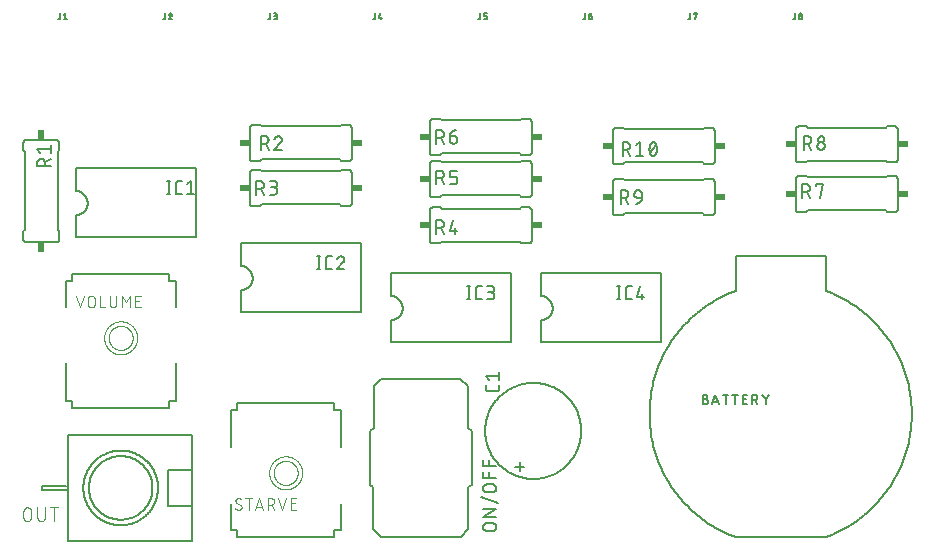
<source format=gbr>
G04 EAGLE Gerber RS-274X export*
G75*
%MOMM*%
%FSLAX34Y34*%
%LPD*%
%INSilkscreen Top*%
%IPPOS*%
%AMOC8*
5,1,8,0,0,1.08239X$1,22.5*%
G01*
%ADD10C,0.203200*%
%ADD11C,0.152400*%
%ADD12C,0.127000*%
%ADD13R,0.609600X0.863600*%
%ADD14C,0.101600*%
%ADD15C,0.050800*%
%ADD16C,0.076200*%
%ADD17R,0.863600X0.609600*%


D10*
X622400Y217700D02*
X622400Y247500D01*
X698400Y247500D01*
X698400Y217700D01*
X698400Y8900D02*
X622400Y8900D01*
X619863Y9862D01*
X617350Y10886D01*
X614864Y11971D01*
X612404Y13116D01*
X609973Y14321D01*
X607572Y15584D01*
X605203Y16906D01*
X602867Y18286D01*
X600565Y19722D01*
X598299Y21214D01*
X596070Y22761D01*
X593879Y24361D01*
X591729Y26015D01*
X589619Y27720D01*
X587551Y29477D01*
X585527Y31284D01*
X583547Y33139D01*
X581614Y35042D01*
X579727Y36992D01*
X577889Y38987D01*
X576100Y41027D01*
X574361Y43110D01*
X572674Y45234D01*
X571038Y47399D01*
X569457Y49603D01*
X567929Y51846D01*
X566457Y54124D01*
X565040Y56438D01*
X563681Y58786D01*
X562379Y61167D01*
X561136Y63578D01*
X559952Y66019D01*
X558828Y68489D01*
X557765Y70985D01*
X556763Y73506D01*
X555822Y76051D01*
X554944Y78618D01*
X554129Y81206D01*
X553378Y83813D01*
X552690Y86437D01*
X552066Y89078D01*
X551508Y91732D01*
X551014Y94400D01*
X550585Y97079D01*
X550222Y99768D01*
X549924Y102465D01*
X549693Y105168D01*
X549527Y107876D01*
X549428Y110587D01*
X549395Y113300D01*
X549428Y116013D01*
X549527Y118724D01*
X549693Y121432D01*
X549924Y124135D01*
X550222Y126832D01*
X550585Y129521D01*
X551014Y132200D01*
X551508Y134868D01*
X552066Y137522D01*
X552690Y140163D01*
X553378Y142787D01*
X554129Y145394D01*
X554944Y147982D01*
X555822Y150549D01*
X556763Y153094D01*
X557765Y155615D01*
X558828Y158111D01*
X559952Y160581D01*
X561136Y163022D01*
X562379Y165433D01*
X563681Y167814D01*
X565040Y170162D01*
X566457Y172476D01*
X567929Y174754D01*
X569457Y176997D01*
X571038Y179201D01*
X572674Y181366D01*
X574361Y183490D01*
X576100Y185573D01*
X577889Y187613D01*
X579727Y189608D01*
X581614Y191558D01*
X583547Y193461D01*
X585527Y195316D01*
X587551Y197123D01*
X589619Y198880D01*
X591729Y200585D01*
X593879Y202239D01*
X596070Y203839D01*
X598299Y205386D01*
X600565Y206878D01*
X602867Y208314D01*
X605203Y209694D01*
X607572Y211016D01*
X609973Y212279D01*
X612404Y213484D01*
X614864Y214629D01*
X617350Y215714D01*
X619863Y216738D01*
X622400Y217700D01*
X698400Y217700D02*
X700937Y216738D01*
X703450Y215714D01*
X705936Y214629D01*
X708396Y213484D01*
X710827Y212279D01*
X713228Y211016D01*
X715597Y209694D01*
X717933Y208314D01*
X720235Y206878D01*
X722501Y205386D01*
X724730Y203839D01*
X726921Y202239D01*
X729071Y200585D01*
X731181Y198880D01*
X733249Y197123D01*
X735273Y195316D01*
X737253Y193461D01*
X739186Y191558D01*
X741073Y189608D01*
X742911Y187613D01*
X744700Y185573D01*
X746439Y183490D01*
X748126Y181366D01*
X749762Y179201D01*
X751343Y176997D01*
X752871Y174754D01*
X754343Y172476D01*
X755760Y170162D01*
X757119Y167814D01*
X758421Y165433D01*
X759664Y163022D01*
X760848Y160581D01*
X761972Y158111D01*
X763035Y155615D01*
X764037Y153094D01*
X764978Y150549D01*
X765856Y147982D01*
X766671Y145394D01*
X767422Y142787D01*
X768110Y140163D01*
X768734Y137522D01*
X769292Y134868D01*
X769786Y132200D01*
X770215Y129521D01*
X770578Y126832D01*
X770876Y124135D01*
X771107Y121432D01*
X771273Y118724D01*
X771372Y116013D01*
X771405Y113300D01*
X771372Y110587D01*
X771273Y107876D01*
X771107Y105168D01*
X770876Y102465D01*
X770578Y99768D01*
X770215Y97079D01*
X769786Y94400D01*
X769292Y91732D01*
X768734Y89078D01*
X768110Y86437D01*
X767422Y83813D01*
X766671Y81206D01*
X765856Y78618D01*
X764978Y76051D01*
X764037Y73506D01*
X763035Y70985D01*
X761972Y68489D01*
X760848Y66019D01*
X759664Y63578D01*
X758421Y61167D01*
X757119Y58786D01*
X755760Y56438D01*
X754343Y54124D01*
X752871Y51846D01*
X751343Y49603D01*
X749762Y47399D01*
X748126Y45234D01*
X746439Y43110D01*
X744700Y41027D01*
X742911Y38987D01*
X741073Y36992D01*
X739186Y35042D01*
X737253Y33139D01*
X735273Y31284D01*
X733249Y29477D01*
X731181Y27720D01*
X729071Y26015D01*
X726921Y24361D01*
X724730Y22761D01*
X722501Y21214D01*
X720235Y19722D01*
X717933Y18286D01*
X715597Y16906D01*
X713228Y15584D01*
X710827Y14321D01*
X708396Y13116D01*
X705936Y11971D01*
X703450Y10886D01*
X700937Y9862D01*
X698400Y8900D01*
X596590Y126182D02*
X594332Y126182D01*
X596590Y126182D02*
X596683Y126180D01*
X596776Y126174D01*
X596869Y126165D01*
X596962Y126151D01*
X597053Y126134D01*
X597144Y126113D01*
X597234Y126088D01*
X597323Y126060D01*
X597411Y126028D01*
X597497Y125992D01*
X597582Y125953D01*
X597665Y125910D01*
X597746Y125864D01*
X597825Y125814D01*
X597902Y125762D01*
X597977Y125706D01*
X598049Y125647D01*
X598119Y125585D01*
X598187Y125521D01*
X598251Y125453D01*
X598313Y125383D01*
X598372Y125311D01*
X598428Y125236D01*
X598480Y125159D01*
X598530Y125080D01*
X598576Y124999D01*
X598619Y124916D01*
X598658Y124831D01*
X598694Y124745D01*
X598726Y124657D01*
X598754Y124568D01*
X598779Y124478D01*
X598800Y124387D01*
X598817Y124296D01*
X598831Y124203D01*
X598840Y124110D01*
X598846Y124017D01*
X598848Y123924D01*
X598846Y123831D01*
X598840Y123738D01*
X598831Y123645D01*
X598817Y123552D01*
X598800Y123461D01*
X598779Y123370D01*
X598754Y123280D01*
X598726Y123191D01*
X598694Y123103D01*
X598658Y123017D01*
X598619Y122932D01*
X598576Y122849D01*
X598530Y122768D01*
X598480Y122689D01*
X598428Y122612D01*
X598372Y122537D01*
X598313Y122465D01*
X598251Y122395D01*
X598187Y122327D01*
X598119Y122263D01*
X598049Y122201D01*
X597977Y122142D01*
X597902Y122086D01*
X597825Y122034D01*
X597746Y121984D01*
X597665Y121938D01*
X597582Y121895D01*
X597497Y121856D01*
X597411Y121820D01*
X597323Y121788D01*
X597234Y121760D01*
X597144Y121735D01*
X597053Y121714D01*
X596962Y121697D01*
X596869Y121683D01*
X596776Y121674D01*
X596683Y121668D01*
X596590Y121666D01*
X594332Y121666D01*
X594332Y129794D01*
X596590Y129794D01*
X596673Y129792D01*
X596757Y129786D01*
X596840Y129777D01*
X596922Y129763D01*
X597003Y129746D01*
X597084Y129725D01*
X597164Y129700D01*
X597242Y129672D01*
X597319Y129640D01*
X597395Y129605D01*
X597469Y129566D01*
X597541Y129523D01*
X597611Y129478D01*
X597678Y129429D01*
X597744Y129377D01*
X597807Y129323D01*
X597867Y129265D01*
X597925Y129205D01*
X597979Y129142D01*
X598031Y129076D01*
X598080Y129009D01*
X598125Y128939D01*
X598168Y128867D01*
X598207Y128793D01*
X598242Y128717D01*
X598274Y128640D01*
X598302Y128562D01*
X598327Y128482D01*
X598348Y128401D01*
X598365Y128320D01*
X598379Y128238D01*
X598388Y128155D01*
X598394Y128071D01*
X598396Y127988D01*
X598394Y127905D01*
X598388Y127821D01*
X598379Y127738D01*
X598365Y127656D01*
X598348Y127575D01*
X598327Y127494D01*
X598302Y127414D01*
X598274Y127336D01*
X598242Y127259D01*
X598207Y127183D01*
X598168Y127109D01*
X598125Y127037D01*
X598080Y126967D01*
X598031Y126900D01*
X597979Y126834D01*
X597925Y126771D01*
X597867Y126711D01*
X597807Y126653D01*
X597744Y126599D01*
X597678Y126547D01*
X597611Y126498D01*
X597541Y126453D01*
X597469Y126410D01*
X597395Y126371D01*
X597319Y126336D01*
X597242Y126304D01*
X597164Y126276D01*
X597084Y126251D01*
X597003Y126230D01*
X596922Y126213D01*
X596840Y126199D01*
X596757Y126190D01*
X596673Y126184D01*
X596590Y126182D01*
X602482Y121666D02*
X605192Y129794D01*
X607901Y121666D01*
X607224Y123698D02*
X603160Y123698D01*
X613726Y121666D02*
X613726Y129794D01*
X611468Y129794D02*
X615984Y129794D01*
X621651Y129794D02*
X621651Y121666D01*
X619393Y129794D02*
X623909Y129794D01*
X628264Y121666D02*
X631876Y121666D01*
X628264Y121666D02*
X628264Y129794D01*
X631876Y129794D01*
X630973Y126182D02*
X628264Y126182D01*
X636260Y129794D02*
X636260Y121666D01*
X636260Y129794D02*
X638518Y129794D01*
X638611Y129792D01*
X638704Y129786D01*
X638797Y129777D01*
X638890Y129763D01*
X638981Y129746D01*
X639072Y129725D01*
X639162Y129700D01*
X639251Y129672D01*
X639339Y129640D01*
X639425Y129604D01*
X639510Y129565D01*
X639593Y129522D01*
X639674Y129476D01*
X639753Y129426D01*
X639830Y129374D01*
X639905Y129318D01*
X639977Y129259D01*
X640047Y129197D01*
X640115Y129133D01*
X640179Y129065D01*
X640241Y128995D01*
X640300Y128923D01*
X640356Y128848D01*
X640408Y128771D01*
X640458Y128692D01*
X640504Y128611D01*
X640547Y128528D01*
X640586Y128443D01*
X640622Y128357D01*
X640654Y128269D01*
X640682Y128180D01*
X640707Y128090D01*
X640728Y127999D01*
X640745Y127908D01*
X640759Y127815D01*
X640768Y127722D01*
X640774Y127629D01*
X640776Y127536D01*
X640774Y127443D01*
X640768Y127350D01*
X640759Y127257D01*
X640745Y127164D01*
X640728Y127073D01*
X640707Y126982D01*
X640682Y126892D01*
X640654Y126803D01*
X640622Y126715D01*
X640586Y126629D01*
X640547Y126544D01*
X640504Y126461D01*
X640458Y126380D01*
X640408Y126301D01*
X640356Y126224D01*
X640300Y126149D01*
X640241Y126077D01*
X640179Y126007D01*
X640115Y125939D01*
X640047Y125875D01*
X639977Y125813D01*
X639905Y125754D01*
X639830Y125698D01*
X639753Y125646D01*
X639674Y125596D01*
X639593Y125550D01*
X639510Y125507D01*
X639425Y125468D01*
X639339Y125432D01*
X639251Y125400D01*
X639162Y125372D01*
X639072Y125347D01*
X638981Y125326D01*
X638890Y125309D01*
X638797Y125295D01*
X638704Y125286D01*
X638611Y125280D01*
X638518Y125278D01*
X636260Y125278D01*
X638969Y125278D02*
X640776Y121666D01*
X647559Y125956D02*
X644849Y129794D01*
X647559Y125956D02*
X650268Y129794D01*
X647559Y125956D02*
X647559Y121666D01*
D11*
X439420Y72390D02*
X439420Y64770D01*
X443230Y68580D02*
X435610Y68580D01*
X410210Y99060D02*
X410222Y100057D01*
X410259Y101054D01*
X410320Y102050D01*
X410406Y103043D01*
X410516Y104035D01*
X410650Y105023D01*
X410808Y106008D01*
X410991Y106988D01*
X411197Y107964D01*
X411428Y108935D01*
X411682Y109899D01*
X411960Y110857D01*
X412261Y111808D01*
X412586Y112751D01*
X412933Y113686D01*
X413304Y114612D01*
X413697Y115529D01*
X414112Y116436D01*
X414549Y117332D01*
X415009Y118218D01*
X415490Y119091D01*
X415992Y119953D01*
X416515Y120802D01*
X417059Y121638D01*
X417623Y122461D01*
X418208Y123269D01*
X418812Y124063D01*
X419435Y124842D01*
X420077Y125605D01*
X420738Y126352D01*
X421417Y127083D01*
X422113Y127797D01*
X422827Y128493D01*
X423558Y129172D01*
X424305Y129833D01*
X425068Y130475D01*
X425847Y131098D01*
X426641Y131702D01*
X427449Y132287D01*
X428272Y132851D01*
X429108Y133395D01*
X429957Y133918D01*
X430819Y134420D01*
X431692Y134901D01*
X432578Y135361D01*
X433474Y135798D01*
X434381Y136213D01*
X435298Y136606D01*
X436224Y136977D01*
X437159Y137324D01*
X438102Y137649D01*
X439053Y137950D01*
X440011Y138228D01*
X440975Y138482D01*
X441946Y138713D01*
X442922Y138919D01*
X443902Y139102D01*
X444887Y139260D01*
X445875Y139394D01*
X446867Y139504D01*
X447860Y139590D01*
X448856Y139651D01*
X449853Y139688D01*
X450850Y139700D01*
X451847Y139688D01*
X452844Y139651D01*
X453840Y139590D01*
X454833Y139504D01*
X455825Y139394D01*
X456813Y139260D01*
X457798Y139102D01*
X458778Y138919D01*
X459754Y138713D01*
X460725Y138482D01*
X461689Y138228D01*
X462647Y137950D01*
X463598Y137649D01*
X464541Y137324D01*
X465476Y136977D01*
X466402Y136606D01*
X467319Y136213D01*
X468226Y135798D01*
X469122Y135361D01*
X470008Y134901D01*
X470881Y134420D01*
X471743Y133918D01*
X472592Y133395D01*
X473428Y132851D01*
X474251Y132287D01*
X475059Y131702D01*
X475853Y131098D01*
X476632Y130475D01*
X477395Y129833D01*
X478142Y129172D01*
X478873Y128493D01*
X479587Y127797D01*
X480283Y127083D01*
X480962Y126352D01*
X481623Y125605D01*
X482265Y124842D01*
X482888Y124063D01*
X483492Y123269D01*
X484077Y122461D01*
X484641Y121638D01*
X485185Y120802D01*
X485708Y119953D01*
X486210Y119091D01*
X486691Y118218D01*
X487151Y117332D01*
X487588Y116436D01*
X488003Y115529D01*
X488396Y114612D01*
X488767Y113686D01*
X489114Y112751D01*
X489439Y111808D01*
X489740Y110857D01*
X490018Y109899D01*
X490272Y108935D01*
X490503Y107964D01*
X490709Y106988D01*
X490892Y106008D01*
X491050Y105023D01*
X491184Y104035D01*
X491294Y103043D01*
X491380Y102050D01*
X491441Y101054D01*
X491478Y100057D01*
X491490Y99060D01*
X491478Y98063D01*
X491441Y97066D01*
X491380Y96070D01*
X491294Y95077D01*
X491184Y94085D01*
X491050Y93097D01*
X490892Y92112D01*
X490709Y91132D01*
X490503Y90156D01*
X490272Y89185D01*
X490018Y88221D01*
X489740Y87263D01*
X489439Y86312D01*
X489114Y85369D01*
X488767Y84434D01*
X488396Y83508D01*
X488003Y82591D01*
X487588Y81684D01*
X487151Y80788D01*
X486691Y79902D01*
X486210Y79029D01*
X485708Y78167D01*
X485185Y77318D01*
X484641Y76482D01*
X484077Y75659D01*
X483492Y74851D01*
X482888Y74057D01*
X482265Y73278D01*
X481623Y72515D01*
X480962Y71768D01*
X480283Y71037D01*
X479587Y70323D01*
X478873Y69627D01*
X478142Y68948D01*
X477395Y68287D01*
X476632Y67645D01*
X475853Y67022D01*
X475059Y66418D01*
X474251Y65833D01*
X473428Y65269D01*
X472592Y64725D01*
X471743Y64202D01*
X470881Y63700D01*
X470008Y63219D01*
X469122Y62759D01*
X468226Y62322D01*
X467319Y61907D01*
X466402Y61514D01*
X465476Y61143D01*
X464541Y60796D01*
X463598Y60471D01*
X462647Y60170D01*
X461689Y59892D01*
X460725Y59638D01*
X459754Y59407D01*
X458778Y59201D01*
X457798Y59018D01*
X456813Y58860D01*
X455825Y58726D01*
X454833Y58616D01*
X453840Y58530D01*
X452844Y58469D01*
X451847Y58432D01*
X450850Y58420D01*
X449853Y58432D01*
X448856Y58469D01*
X447860Y58530D01*
X446867Y58616D01*
X445875Y58726D01*
X444887Y58860D01*
X443902Y59018D01*
X442922Y59201D01*
X441946Y59407D01*
X440975Y59638D01*
X440011Y59892D01*
X439053Y60170D01*
X438102Y60471D01*
X437159Y60796D01*
X436224Y61143D01*
X435298Y61514D01*
X434381Y61907D01*
X433474Y62322D01*
X432578Y62759D01*
X431692Y63219D01*
X430819Y63700D01*
X429957Y64202D01*
X429108Y64725D01*
X428272Y65269D01*
X427449Y65833D01*
X426641Y66418D01*
X425847Y67022D01*
X425068Y67645D01*
X424305Y68287D01*
X423558Y68948D01*
X422827Y69627D01*
X422113Y70323D01*
X421417Y71037D01*
X420738Y71768D01*
X420077Y72515D01*
X419435Y73278D01*
X418812Y74057D01*
X418208Y74851D01*
X417623Y75659D01*
X417059Y76482D01*
X416515Y77318D01*
X415992Y78167D01*
X415490Y79029D01*
X415009Y79902D01*
X414549Y80788D01*
X414112Y81684D01*
X413697Y82591D01*
X413304Y83508D01*
X412933Y84434D01*
X412586Y85369D01*
X412261Y86312D01*
X411960Y87263D01*
X411682Y88221D01*
X411428Y89185D01*
X411197Y90156D01*
X410991Y91132D01*
X410808Y92112D01*
X410650Y93097D01*
X410516Y94085D01*
X410406Y95077D01*
X410320Y96070D01*
X410259Y97066D01*
X410222Y98063D01*
X410210Y99060D01*
D12*
X422275Y135255D02*
X422275Y137795D01*
X422275Y135255D02*
X422273Y135155D01*
X422267Y135056D01*
X422257Y134956D01*
X422244Y134858D01*
X422226Y134759D01*
X422205Y134662D01*
X422180Y134566D01*
X422151Y134470D01*
X422118Y134376D01*
X422082Y134283D01*
X422042Y134192D01*
X421998Y134102D01*
X421951Y134014D01*
X421901Y133928D01*
X421847Y133844D01*
X421790Y133762D01*
X421730Y133683D01*
X421666Y133605D01*
X421600Y133531D01*
X421531Y133459D01*
X421459Y133390D01*
X421385Y133324D01*
X421307Y133260D01*
X421228Y133200D01*
X421146Y133143D01*
X421062Y133089D01*
X420976Y133039D01*
X420888Y132992D01*
X420798Y132948D01*
X420707Y132908D01*
X420614Y132872D01*
X420520Y132839D01*
X420424Y132810D01*
X420328Y132785D01*
X420231Y132764D01*
X420132Y132746D01*
X420034Y132733D01*
X419934Y132723D01*
X419835Y132717D01*
X419735Y132715D01*
X413385Y132715D01*
X413285Y132717D01*
X413186Y132723D01*
X413086Y132733D01*
X412988Y132746D01*
X412889Y132764D01*
X412792Y132785D01*
X412696Y132810D01*
X412600Y132839D01*
X412506Y132872D01*
X412413Y132908D01*
X412322Y132948D01*
X412232Y132992D01*
X412144Y133039D01*
X412058Y133089D01*
X411974Y133143D01*
X411892Y133200D01*
X411813Y133260D01*
X411735Y133324D01*
X411661Y133390D01*
X411589Y133459D01*
X411520Y133531D01*
X411454Y133605D01*
X411390Y133683D01*
X411330Y133762D01*
X411273Y133844D01*
X411219Y133928D01*
X411169Y134014D01*
X411122Y134102D01*
X411078Y134192D01*
X411038Y134283D01*
X411002Y134376D01*
X410969Y134470D01*
X410940Y134566D01*
X410915Y134662D01*
X410894Y134759D01*
X410876Y134858D01*
X410863Y134956D01*
X410853Y135056D01*
X410847Y135155D01*
X410845Y135255D01*
X410845Y137795D01*
X413385Y142277D02*
X410845Y145452D01*
X422275Y145452D01*
X422275Y142277D02*
X422275Y148627D01*
D11*
X49530Y342900D02*
X49528Y343000D01*
X49522Y343099D01*
X49512Y343199D01*
X49499Y343297D01*
X49481Y343396D01*
X49460Y343493D01*
X49435Y343589D01*
X49406Y343685D01*
X49373Y343779D01*
X49337Y343872D01*
X49297Y343963D01*
X49253Y344053D01*
X49206Y344141D01*
X49156Y344227D01*
X49102Y344311D01*
X49045Y344393D01*
X48985Y344472D01*
X48921Y344550D01*
X48855Y344624D01*
X48786Y344696D01*
X48714Y344765D01*
X48640Y344831D01*
X48562Y344895D01*
X48483Y344955D01*
X48401Y345012D01*
X48317Y345066D01*
X48231Y345116D01*
X48143Y345163D01*
X48053Y345207D01*
X47962Y345247D01*
X47869Y345283D01*
X47775Y345316D01*
X47679Y345345D01*
X47583Y345370D01*
X47486Y345391D01*
X47387Y345409D01*
X47289Y345422D01*
X47189Y345432D01*
X47090Y345438D01*
X46990Y345440D01*
X21590Y345440D02*
X21490Y345438D01*
X21391Y345432D01*
X21291Y345422D01*
X21193Y345409D01*
X21094Y345391D01*
X20997Y345370D01*
X20901Y345345D01*
X20805Y345316D01*
X20711Y345283D01*
X20618Y345247D01*
X20527Y345207D01*
X20437Y345163D01*
X20349Y345116D01*
X20263Y345066D01*
X20179Y345012D01*
X20097Y344955D01*
X20018Y344895D01*
X19940Y344831D01*
X19866Y344765D01*
X19794Y344696D01*
X19725Y344624D01*
X19659Y344550D01*
X19595Y344472D01*
X19535Y344393D01*
X19478Y344311D01*
X19424Y344227D01*
X19374Y344141D01*
X19327Y344053D01*
X19283Y343963D01*
X19243Y343872D01*
X19207Y343779D01*
X19174Y343685D01*
X19145Y343589D01*
X19120Y343493D01*
X19099Y343396D01*
X19081Y343297D01*
X19068Y343199D01*
X19058Y343099D01*
X19052Y343000D01*
X19050Y342900D01*
X19050Y261620D02*
X19052Y261520D01*
X19058Y261421D01*
X19068Y261321D01*
X19081Y261223D01*
X19099Y261124D01*
X19120Y261027D01*
X19145Y260931D01*
X19174Y260835D01*
X19207Y260741D01*
X19243Y260648D01*
X19283Y260557D01*
X19327Y260467D01*
X19374Y260379D01*
X19424Y260293D01*
X19478Y260209D01*
X19535Y260127D01*
X19595Y260048D01*
X19659Y259970D01*
X19725Y259896D01*
X19794Y259824D01*
X19866Y259755D01*
X19940Y259689D01*
X20018Y259625D01*
X20097Y259565D01*
X20179Y259508D01*
X20263Y259454D01*
X20349Y259404D01*
X20437Y259357D01*
X20527Y259313D01*
X20618Y259273D01*
X20711Y259237D01*
X20805Y259204D01*
X20901Y259175D01*
X20997Y259150D01*
X21094Y259129D01*
X21193Y259111D01*
X21291Y259098D01*
X21391Y259088D01*
X21490Y259082D01*
X21590Y259080D01*
X46990Y259080D02*
X47090Y259082D01*
X47189Y259088D01*
X47289Y259098D01*
X47387Y259111D01*
X47486Y259129D01*
X47583Y259150D01*
X47679Y259175D01*
X47775Y259204D01*
X47869Y259237D01*
X47962Y259273D01*
X48053Y259313D01*
X48143Y259357D01*
X48231Y259404D01*
X48317Y259454D01*
X48401Y259508D01*
X48483Y259565D01*
X48562Y259625D01*
X48640Y259689D01*
X48714Y259755D01*
X48786Y259824D01*
X48855Y259896D01*
X48921Y259970D01*
X48985Y260048D01*
X49045Y260127D01*
X49102Y260209D01*
X49156Y260293D01*
X49206Y260379D01*
X49253Y260467D01*
X49297Y260557D01*
X49337Y260648D01*
X49373Y260741D01*
X49406Y260835D01*
X49435Y260931D01*
X49460Y261027D01*
X49481Y261124D01*
X49499Y261223D01*
X49512Y261321D01*
X49522Y261421D01*
X49528Y261520D01*
X49530Y261620D01*
X46990Y345440D02*
X21590Y345440D01*
X49530Y342900D02*
X49530Y336550D01*
X48260Y335280D01*
X19050Y336550D02*
X19050Y342900D01*
X19050Y336550D02*
X20320Y335280D01*
X48260Y269240D02*
X49530Y267970D01*
X48260Y269240D02*
X48260Y335280D01*
X20320Y269240D02*
X19050Y267970D01*
X20320Y269240D02*
X20320Y335280D01*
X49530Y267970D02*
X49530Y261620D01*
X19050Y261620D02*
X19050Y267970D01*
X21590Y259080D02*
X46990Y259080D01*
D13*
X34290Y254762D03*
X34290Y349758D03*
D12*
X31115Y323298D02*
X42545Y323298D01*
X31115Y323298D02*
X31115Y326473D01*
X31117Y326584D01*
X31123Y326694D01*
X31132Y326805D01*
X31146Y326915D01*
X31163Y327024D01*
X31184Y327133D01*
X31209Y327241D01*
X31238Y327348D01*
X31270Y327454D01*
X31306Y327559D01*
X31346Y327662D01*
X31389Y327764D01*
X31436Y327865D01*
X31487Y327964D01*
X31540Y328061D01*
X31597Y328155D01*
X31658Y328248D01*
X31721Y328339D01*
X31788Y328428D01*
X31858Y328514D01*
X31931Y328597D01*
X32006Y328679D01*
X32084Y328757D01*
X32166Y328832D01*
X32249Y328905D01*
X32335Y328975D01*
X32424Y329042D01*
X32515Y329105D01*
X32608Y329166D01*
X32702Y329223D01*
X32799Y329276D01*
X32898Y329327D01*
X32999Y329374D01*
X33101Y329417D01*
X33204Y329457D01*
X33309Y329493D01*
X33415Y329525D01*
X33522Y329554D01*
X33630Y329579D01*
X33739Y329600D01*
X33848Y329617D01*
X33958Y329631D01*
X34069Y329640D01*
X34179Y329646D01*
X34290Y329648D01*
X34401Y329646D01*
X34511Y329640D01*
X34622Y329631D01*
X34732Y329617D01*
X34841Y329600D01*
X34950Y329579D01*
X35058Y329554D01*
X35165Y329525D01*
X35271Y329493D01*
X35376Y329457D01*
X35479Y329417D01*
X35581Y329374D01*
X35682Y329327D01*
X35781Y329276D01*
X35878Y329223D01*
X35972Y329166D01*
X36065Y329105D01*
X36156Y329042D01*
X36245Y328975D01*
X36331Y328905D01*
X36414Y328832D01*
X36496Y328757D01*
X36574Y328679D01*
X36649Y328597D01*
X36722Y328514D01*
X36792Y328428D01*
X36859Y328339D01*
X36922Y328248D01*
X36983Y328155D01*
X37040Y328061D01*
X37093Y327964D01*
X37144Y327865D01*
X37191Y327764D01*
X37234Y327662D01*
X37274Y327559D01*
X37310Y327454D01*
X37342Y327348D01*
X37371Y327241D01*
X37396Y327133D01*
X37417Y327024D01*
X37434Y326915D01*
X37448Y326805D01*
X37457Y326694D01*
X37463Y326584D01*
X37465Y326473D01*
X37465Y323298D01*
X37465Y327108D02*
X42545Y329648D01*
X33655Y334645D02*
X31115Y337820D01*
X42545Y337820D01*
X42545Y334645D02*
X42545Y340995D01*
D11*
X63500Y321310D02*
X165100Y321310D01*
X165100Y262890D02*
X63500Y262890D01*
X165100Y262890D02*
X165100Y321310D01*
X63500Y321310D02*
X63500Y302260D01*
X63500Y281940D02*
X63500Y262890D01*
X63500Y281940D02*
X63747Y281943D01*
X63995Y281952D01*
X64242Y281967D01*
X64488Y281988D01*
X64734Y282015D01*
X64979Y282048D01*
X65224Y282087D01*
X65467Y282132D01*
X65709Y282183D01*
X65950Y282240D01*
X66189Y282302D01*
X66427Y282371D01*
X66663Y282445D01*
X66897Y282525D01*
X67129Y282610D01*
X67359Y282702D01*
X67587Y282798D01*
X67812Y282901D01*
X68035Y283008D01*
X68255Y283122D01*
X68472Y283240D01*
X68687Y283364D01*
X68898Y283493D01*
X69106Y283627D01*
X69311Y283766D01*
X69512Y283910D01*
X69710Y284058D01*
X69904Y284212D01*
X70094Y284370D01*
X70280Y284533D01*
X70462Y284700D01*
X70640Y284872D01*
X70814Y285048D01*
X70984Y285228D01*
X71149Y285413D01*
X71309Y285601D01*
X71465Y285793D01*
X71617Y285989D01*
X71763Y286188D01*
X71905Y286391D01*
X72041Y286598D01*
X72173Y286807D01*
X72299Y287020D01*
X72420Y287236D01*
X72536Y287454D01*
X72646Y287676D01*
X72751Y287900D01*
X72851Y288126D01*
X72945Y288355D01*
X73033Y288586D01*
X73116Y288820D01*
X73193Y289055D01*
X73264Y289292D01*
X73330Y289530D01*
X73389Y289770D01*
X73443Y290012D01*
X73491Y290255D01*
X73533Y290498D01*
X73569Y290743D01*
X73599Y290989D01*
X73623Y291235D01*
X73641Y291482D01*
X73653Y291729D01*
X73659Y291976D01*
X73659Y292224D01*
X73653Y292471D01*
X73641Y292718D01*
X73623Y292965D01*
X73599Y293211D01*
X73569Y293457D01*
X73533Y293702D01*
X73491Y293945D01*
X73443Y294188D01*
X73389Y294430D01*
X73330Y294670D01*
X73264Y294908D01*
X73193Y295145D01*
X73116Y295380D01*
X73033Y295614D01*
X72945Y295845D01*
X72851Y296074D01*
X72751Y296300D01*
X72646Y296524D01*
X72536Y296746D01*
X72420Y296964D01*
X72299Y297180D01*
X72173Y297393D01*
X72041Y297602D01*
X71905Y297809D01*
X71763Y298012D01*
X71617Y298211D01*
X71465Y298407D01*
X71309Y298599D01*
X71149Y298787D01*
X70984Y298972D01*
X70814Y299152D01*
X70640Y299328D01*
X70462Y299500D01*
X70280Y299667D01*
X70094Y299830D01*
X69904Y299988D01*
X69710Y300142D01*
X69512Y300290D01*
X69311Y300434D01*
X69106Y300573D01*
X68898Y300707D01*
X68687Y300836D01*
X68472Y300960D01*
X68255Y301078D01*
X68035Y301192D01*
X67812Y301299D01*
X67587Y301402D01*
X67359Y301498D01*
X67129Y301590D01*
X66897Y301675D01*
X66663Y301755D01*
X66427Y301829D01*
X66189Y301898D01*
X65950Y301960D01*
X65709Y302017D01*
X65467Y302068D01*
X65224Y302113D01*
X64979Y302152D01*
X64734Y302185D01*
X64488Y302212D01*
X64242Y302233D01*
X63995Y302248D01*
X63747Y302257D01*
X63500Y302260D01*
X142134Y299212D02*
X142134Y310388D01*
X140892Y299212D02*
X143376Y299212D01*
X143376Y310388D02*
X140892Y310388D01*
X150616Y299212D02*
X153099Y299212D01*
X150616Y299212D02*
X150518Y299214D01*
X150421Y299220D01*
X150324Y299229D01*
X150227Y299243D01*
X150131Y299260D01*
X150036Y299281D01*
X149942Y299305D01*
X149848Y299334D01*
X149756Y299366D01*
X149665Y299401D01*
X149576Y299440D01*
X149488Y299483D01*
X149402Y299529D01*
X149318Y299578D01*
X149236Y299631D01*
X149156Y299686D01*
X149078Y299745D01*
X149003Y299807D01*
X148930Y299872D01*
X148860Y299940D01*
X148792Y300010D01*
X148727Y300083D01*
X148665Y300158D01*
X148606Y300236D01*
X148551Y300316D01*
X148498Y300398D01*
X148449Y300482D01*
X148403Y300568D01*
X148360Y300656D01*
X148321Y300745D01*
X148286Y300836D01*
X148254Y300928D01*
X148225Y301022D01*
X148201Y301116D01*
X148180Y301211D01*
X148163Y301307D01*
X148149Y301404D01*
X148140Y301501D01*
X148134Y301598D01*
X148132Y301696D01*
X148132Y307904D01*
X148134Y308002D01*
X148140Y308099D01*
X148149Y308196D01*
X148163Y308293D01*
X148180Y308389D01*
X148201Y308484D01*
X148225Y308578D01*
X148254Y308672D01*
X148286Y308764D01*
X148321Y308855D01*
X148360Y308944D01*
X148403Y309032D01*
X148449Y309118D01*
X148498Y309202D01*
X148551Y309284D01*
X148606Y309364D01*
X148665Y309442D01*
X148727Y309517D01*
X148792Y309590D01*
X148860Y309660D01*
X148930Y309728D01*
X149003Y309793D01*
X149078Y309855D01*
X149156Y309914D01*
X149236Y309969D01*
X149318Y310022D01*
X149402Y310071D01*
X149488Y310117D01*
X149576Y310160D01*
X149665Y310199D01*
X149756Y310234D01*
X149848Y310266D01*
X149942Y310295D01*
X150036Y310319D01*
X150131Y310340D01*
X150227Y310357D01*
X150324Y310371D01*
X150421Y310380D01*
X150518Y310386D01*
X150616Y310388D01*
X153099Y310388D01*
X157699Y307904D02*
X160803Y310388D01*
X160803Y299212D01*
X157699Y299212D02*
X163908Y299212D01*
D12*
X161600Y95800D02*
X161600Y65800D01*
X161600Y35800D01*
X161600Y5800D01*
X161600Y95800D02*
X56600Y95800D01*
X56600Y48800D01*
X56600Y5800D01*
X161600Y5800D01*
X69977Y50800D02*
X69987Y51576D01*
X70015Y52352D01*
X70063Y53126D01*
X70129Y53900D01*
X70215Y54671D01*
X70319Y55440D01*
X70443Y56206D01*
X70585Y56969D01*
X70745Y57729D01*
X70925Y58484D01*
X71123Y59234D01*
X71339Y59980D01*
X71573Y60720D01*
X71826Y61453D01*
X72096Y62181D01*
X72384Y62902D01*
X72690Y63615D01*
X73013Y64321D01*
X73354Y65018D01*
X73711Y65707D01*
X74085Y66387D01*
X74476Y67057D01*
X74883Y67718D01*
X75306Y68369D01*
X75746Y69009D01*
X76200Y69638D01*
X76670Y70255D01*
X77155Y70861D01*
X77655Y71455D01*
X78169Y72037D01*
X78697Y72605D01*
X79239Y73161D01*
X79795Y73703D01*
X80363Y74231D01*
X80945Y74745D01*
X81539Y75245D01*
X82145Y75730D01*
X82762Y76200D01*
X83391Y76654D01*
X84031Y77094D01*
X84682Y77517D01*
X85343Y77924D01*
X86013Y78315D01*
X86693Y78689D01*
X87382Y79046D01*
X88079Y79387D01*
X88785Y79710D01*
X89498Y80016D01*
X90219Y80304D01*
X90947Y80574D01*
X91680Y80827D01*
X92420Y81061D01*
X93166Y81277D01*
X93916Y81475D01*
X94671Y81655D01*
X95431Y81815D01*
X96194Y81957D01*
X96960Y82081D01*
X97729Y82185D01*
X98500Y82271D01*
X99274Y82337D01*
X100048Y82385D01*
X100824Y82413D01*
X101600Y82423D01*
X102376Y82413D01*
X103152Y82385D01*
X103926Y82337D01*
X104700Y82271D01*
X105471Y82185D01*
X106240Y82081D01*
X107006Y81957D01*
X107769Y81815D01*
X108529Y81655D01*
X109284Y81475D01*
X110034Y81277D01*
X110780Y81061D01*
X111520Y80827D01*
X112253Y80574D01*
X112981Y80304D01*
X113702Y80016D01*
X114415Y79710D01*
X115121Y79387D01*
X115818Y79046D01*
X116507Y78689D01*
X117187Y78315D01*
X117857Y77924D01*
X118518Y77517D01*
X119169Y77094D01*
X119809Y76654D01*
X120438Y76200D01*
X121055Y75730D01*
X121661Y75245D01*
X122255Y74745D01*
X122837Y74231D01*
X123405Y73703D01*
X123961Y73161D01*
X124503Y72605D01*
X125031Y72037D01*
X125545Y71455D01*
X126045Y70861D01*
X126530Y70255D01*
X127000Y69638D01*
X127454Y69009D01*
X127894Y68369D01*
X128317Y67718D01*
X128724Y67057D01*
X129115Y66387D01*
X129489Y65707D01*
X129846Y65018D01*
X130187Y64321D01*
X130510Y63615D01*
X130816Y62902D01*
X131104Y62181D01*
X131374Y61453D01*
X131627Y60720D01*
X131861Y59980D01*
X132077Y59234D01*
X132275Y58484D01*
X132455Y57729D01*
X132615Y56969D01*
X132757Y56206D01*
X132881Y55440D01*
X132985Y54671D01*
X133071Y53900D01*
X133137Y53126D01*
X133185Y52352D01*
X133213Y51576D01*
X133223Y50800D01*
X133213Y50024D01*
X133185Y49248D01*
X133137Y48474D01*
X133071Y47700D01*
X132985Y46929D01*
X132881Y46160D01*
X132757Y45394D01*
X132615Y44631D01*
X132455Y43871D01*
X132275Y43116D01*
X132077Y42366D01*
X131861Y41620D01*
X131627Y40880D01*
X131374Y40147D01*
X131104Y39419D01*
X130816Y38698D01*
X130510Y37985D01*
X130187Y37279D01*
X129846Y36582D01*
X129489Y35893D01*
X129115Y35213D01*
X128724Y34543D01*
X128317Y33882D01*
X127894Y33231D01*
X127454Y32591D01*
X127000Y31962D01*
X126530Y31345D01*
X126045Y30739D01*
X125545Y30145D01*
X125031Y29563D01*
X124503Y28995D01*
X123961Y28439D01*
X123405Y27897D01*
X122837Y27369D01*
X122255Y26855D01*
X121661Y26355D01*
X121055Y25870D01*
X120438Y25400D01*
X119809Y24946D01*
X119169Y24506D01*
X118518Y24083D01*
X117857Y23676D01*
X117187Y23285D01*
X116507Y22911D01*
X115818Y22554D01*
X115121Y22213D01*
X114415Y21890D01*
X113702Y21584D01*
X112981Y21296D01*
X112253Y21026D01*
X111520Y20773D01*
X110780Y20539D01*
X110034Y20323D01*
X109284Y20125D01*
X108529Y19945D01*
X107769Y19785D01*
X107006Y19643D01*
X106240Y19519D01*
X105471Y19415D01*
X104700Y19329D01*
X103926Y19263D01*
X103152Y19215D01*
X102376Y19187D01*
X101600Y19177D01*
X100824Y19187D01*
X100048Y19215D01*
X99274Y19263D01*
X98500Y19329D01*
X97729Y19415D01*
X96960Y19519D01*
X96194Y19643D01*
X95431Y19785D01*
X94671Y19945D01*
X93916Y20125D01*
X93166Y20323D01*
X92420Y20539D01*
X91680Y20773D01*
X90947Y21026D01*
X90219Y21296D01*
X89498Y21584D01*
X88785Y21890D01*
X88079Y22213D01*
X87382Y22554D01*
X86693Y22911D01*
X86013Y23285D01*
X85343Y23676D01*
X84682Y24083D01*
X84031Y24506D01*
X83391Y24946D01*
X82762Y25400D01*
X82145Y25870D01*
X81539Y26355D01*
X80945Y26855D01*
X80363Y27369D01*
X79795Y27897D01*
X79239Y28439D01*
X78697Y28995D01*
X78169Y29563D01*
X77655Y30145D01*
X77155Y30739D01*
X76670Y31345D01*
X76200Y31962D01*
X75746Y32591D01*
X75306Y33231D01*
X74883Y33882D01*
X74476Y34543D01*
X74085Y35213D01*
X73711Y35893D01*
X73354Y36582D01*
X73013Y37279D01*
X72690Y37985D01*
X72384Y38698D01*
X72096Y39419D01*
X71826Y40147D01*
X71573Y40880D01*
X71339Y41620D01*
X71123Y42366D01*
X70925Y43116D01*
X70745Y43871D01*
X70585Y44631D01*
X70443Y45394D01*
X70319Y46160D01*
X70215Y46929D01*
X70129Y47700D01*
X70063Y48474D01*
X70015Y49248D01*
X69987Y50024D01*
X69977Y50800D01*
X141600Y65800D02*
X161600Y65800D01*
X141600Y65800D02*
X141600Y35800D01*
X161600Y35800D01*
X74693Y50800D02*
X74701Y51460D01*
X74725Y52120D01*
X74766Y52779D01*
X74823Y53437D01*
X74895Y54094D01*
X74984Y54748D01*
X75089Y55400D01*
X75210Y56049D01*
X75347Y56695D01*
X75499Y57338D01*
X75668Y57976D01*
X75852Y58611D01*
X76051Y59240D01*
X76266Y59865D01*
X76496Y60484D01*
X76741Y61097D01*
X77001Y61704D01*
X77276Y62304D01*
X77566Y62898D01*
X77870Y63484D01*
X78189Y64062D01*
X78521Y64633D01*
X78868Y65195D01*
X79228Y65749D01*
X79601Y66293D01*
X79988Y66828D01*
X80388Y67354D01*
X80801Y67870D01*
X81226Y68375D01*
X81663Y68870D01*
X82113Y69353D01*
X82574Y69826D01*
X83047Y70287D01*
X83530Y70737D01*
X84025Y71174D01*
X84530Y71599D01*
X85046Y72012D01*
X85572Y72412D01*
X86107Y72799D01*
X86651Y73172D01*
X87205Y73532D01*
X87767Y73879D01*
X88338Y74211D01*
X88916Y74530D01*
X89502Y74834D01*
X90096Y75124D01*
X90696Y75399D01*
X91303Y75659D01*
X91916Y75904D01*
X92535Y76134D01*
X93160Y76349D01*
X93789Y76548D01*
X94424Y76732D01*
X95062Y76901D01*
X95705Y77053D01*
X96351Y77190D01*
X97000Y77311D01*
X97652Y77416D01*
X98306Y77505D01*
X98963Y77577D01*
X99621Y77634D01*
X100280Y77675D01*
X100940Y77699D01*
X101600Y77707D01*
X102260Y77699D01*
X102920Y77675D01*
X103579Y77634D01*
X104237Y77577D01*
X104894Y77505D01*
X105548Y77416D01*
X106200Y77311D01*
X106849Y77190D01*
X107495Y77053D01*
X108138Y76901D01*
X108776Y76732D01*
X109411Y76548D01*
X110040Y76349D01*
X110665Y76134D01*
X111284Y75904D01*
X111897Y75659D01*
X112504Y75399D01*
X113104Y75124D01*
X113698Y74834D01*
X114284Y74530D01*
X114862Y74211D01*
X115433Y73879D01*
X115995Y73532D01*
X116549Y73172D01*
X117093Y72799D01*
X117628Y72412D01*
X118154Y72012D01*
X118670Y71599D01*
X119175Y71174D01*
X119670Y70737D01*
X120153Y70287D01*
X120626Y69826D01*
X121087Y69353D01*
X121537Y68870D01*
X121974Y68375D01*
X122399Y67870D01*
X122812Y67354D01*
X123212Y66828D01*
X123599Y66293D01*
X123972Y65749D01*
X124332Y65195D01*
X124679Y64633D01*
X125011Y64062D01*
X125330Y63484D01*
X125634Y62898D01*
X125924Y62304D01*
X126199Y61704D01*
X126459Y61097D01*
X126704Y60484D01*
X126934Y59865D01*
X127149Y59240D01*
X127348Y58611D01*
X127532Y57976D01*
X127701Y57338D01*
X127853Y56695D01*
X127990Y56049D01*
X128111Y55400D01*
X128216Y54748D01*
X128305Y54094D01*
X128377Y53437D01*
X128434Y52779D01*
X128475Y52120D01*
X128499Y51460D01*
X128507Y50800D01*
X128499Y50140D01*
X128475Y49480D01*
X128434Y48821D01*
X128377Y48163D01*
X128305Y47506D01*
X128216Y46852D01*
X128111Y46200D01*
X127990Y45551D01*
X127853Y44905D01*
X127701Y44262D01*
X127532Y43624D01*
X127348Y42989D01*
X127149Y42360D01*
X126934Y41735D01*
X126704Y41116D01*
X126459Y40503D01*
X126199Y39896D01*
X125924Y39296D01*
X125634Y38702D01*
X125330Y38116D01*
X125011Y37538D01*
X124679Y36967D01*
X124332Y36405D01*
X123972Y35851D01*
X123599Y35307D01*
X123212Y34772D01*
X122812Y34246D01*
X122399Y33730D01*
X121974Y33225D01*
X121537Y32730D01*
X121087Y32247D01*
X120626Y31774D01*
X120153Y31313D01*
X119670Y30863D01*
X119175Y30426D01*
X118670Y30001D01*
X118154Y29588D01*
X117628Y29188D01*
X117093Y28801D01*
X116549Y28428D01*
X115995Y28068D01*
X115433Y27721D01*
X114862Y27389D01*
X114284Y27070D01*
X113698Y26766D01*
X113104Y26476D01*
X112504Y26201D01*
X111897Y25941D01*
X111284Y25696D01*
X110665Y25466D01*
X110040Y25251D01*
X109411Y25052D01*
X108776Y24868D01*
X108138Y24699D01*
X107495Y24547D01*
X106849Y24410D01*
X106200Y24289D01*
X105548Y24184D01*
X104894Y24095D01*
X104237Y24023D01*
X103579Y23966D01*
X102920Y23925D01*
X102260Y23901D01*
X101600Y23893D01*
X100940Y23901D01*
X100280Y23925D01*
X99621Y23966D01*
X98963Y24023D01*
X98306Y24095D01*
X97652Y24184D01*
X97000Y24289D01*
X96351Y24410D01*
X95705Y24547D01*
X95062Y24699D01*
X94424Y24868D01*
X93789Y25052D01*
X93160Y25251D01*
X92535Y25466D01*
X91916Y25696D01*
X91303Y25941D01*
X90696Y26201D01*
X90096Y26476D01*
X89502Y26766D01*
X88916Y27070D01*
X88338Y27389D01*
X87767Y27721D01*
X87205Y28068D01*
X86651Y28428D01*
X86107Y28801D01*
X85572Y29188D01*
X85046Y29588D01*
X84530Y30001D01*
X84025Y30426D01*
X83530Y30863D01*
X83047Y31313D01*
X82574Y31774D01*
X82113Y32247D01*
X81663Y32730D01*
X81226Y33225D01*
X80801Y33730D01*
X80388Y34246D01*
X79988Y34772D01*
X79601Y35307D01*
X79228Y35851D01*
X78868Y36405D01*
X78521Y36967D01*
X78189Y37538D01*
X77870Y38116D01*
X77566Y38702D01*
X77276Y39296D01*
X77001Y39896D01*
X76741Y40503D01*
X76496Y41116D01*
X76266Y41735D01*
X76051Y42360D01*
X75852Y42989D01*
X75668Y43624D01*
X75499Y44262D01*
X75347Y44905D01*
X75210Y45551D01*
X75089Y46200D01*
X74984Y46852D01*
X74895Y47506D01*
X74823Y48163D01*
X74766Y48821D01*
X74725Y49480D01*
X74701Y50140D01*
X74693Y50800D01*
X55600Y52800D02*
X34600Y52800D01*
X34600Y48800D01*
X56600Y48800D01*
D14*
X19304Y31044D02*
X19304Y25852D01*
X19304Y31044D02*
X19306Y31157D01*
X19312Y31270D01*
X19322Y31383D01*
X19336Y31496D01*
X19353Y31608D01*
X19375Y31719D01*
X19400Y31829D01*
X19430Y31939D01*
X19463Y32047D01*
X19500Y32154D01*
X19540Y32260D01*
X19585Y32364D01*
X19633Y32467D01*
X19684Y32568D01*
X19739Y32667D01*
X19797Y32764D01*
X19859Y32859D01*
X19924Y32952D01*
X19992Y33042D01*
X20063Y33130D01*
X20138Y33216D01*
X20215Y33299D01*
X20295Y33379D01*
X20378Y33456D01*
X20464Y33531D01*
X20552Y33602D01*
X20642Y33670D01*
X20735Y33735D01*
X20830Y33797D01*
X20927Y33855D01*
X21026Y33910D01*
X21127Y33961D01*
X21230Y34009D01*
X21334Y34054D01*
X21440Y34094D01*
X21547Y34131D01*
X21655Y34164D01*
X21765Y34194D01*
X21875Y34219D01*
X21986Y34241D01*
X22098Y34258D01*
X22211Y34272D01*
X22324Y34282D01*
X22437Y34288D01*
X22550Y34290D01*
X22663Y34288D01*
X22776Y34282D01*
X22889Y34272D01*
X23002Y34258D01*
X23114Y34241D01*
X23225Y34219D01*
X23335Y34194D01*
X23445Y34164D01*
X23553Y34131D01*
X23660Y34094D01*
X23766Y34054D01*
X23870Y34009D01*
X23973Y33961D01*
X24074Y33910D01*
X24173Y33855D01*
X24270Y33797D01*
X24365Y33735D01*
X24458Y33670D01*
X24548Y33602D01*
X24636Y33531D01*
X24722Y33456D01*
X24805Y33379D01*
X24885Y33299D01*
X24962Y33216D01*
X25037Y33130D01*
X25108Y33042D01*
X25176Y32952D01*
X25241Y32859D01*
X25303Y32764D01*
X25361Y32667D01*
X25416Y32568D01*
X25467Y32467D01*
X25515Y32364D01*
X25560Y32260D01*
X25600Y32154D01*
X25637Y32047D01*
X25670Y31939D01*
X25700Y31829D01*
X25725Y31719D01*
X25747Y31608D01*
X25764Y31496D01*
X25778Y31383D01*
X25788Y31270D01*
X25794Y31157D01*
X25796Y31044D01*
X25795Y31044D02*
X25795Y25852D01*
X25796Y25852D02*
X25794Y25739D01*
X25788Y25626D01*
X25778Y25513D01*
X25764Y25400D01*
X25747Y25288D01*
X25725Y25177D01*
X25700Y25067D01*
X25670Y24957D01*
X25637Y24849D01*
X25600Y24742D01*
X25560Y24636D01*
X25515Y24532D01*
X25467Y24429D01*
X25416Y24328D01*
X25361Y24229D01*
X25303Y24132D01*
X25241Y24037D01*
X25176Y23944D01*
X25108Y23854D01*
X25037Y23766D01*
X24962Y23680D01*
X24885Y23597D01*
X24805Y23517D01*
X24722Y23440D01*
X24636Y23365D01*
X24548Y23294D01*
X24458Y23226D01*
X24365Y23161D01*
X24270Y23099D01*
X24173Y23041D01*
X24074Y22986D01*
X23973Y22935D01*
X23870Y22887D01*
X23766Y22842D01*
X23660Y22802D01*
X23553Y22765D01*
X23445Y22732D01*
X23335Y22702D01*
X23225Y22677D01*
X23114Y22655D01*
X23002Y22638D01*
X22889Y22624D01*
X22776Y22614D01*
X22663Y22608D01*
X22550Y22606D01*
X22437Y22608D01*
X22324Y22614D01*
X22211Y22624D01*
X22098Y22638D01*
X21986Y22655D01*
X21875Y22677D01*
X21765Y22702D01*
X21655Y22732D01*
X21547Y22765D01*
X21440Y22802D01*
X21334Y22842D01*
X21230Y22887D01*
X21127Y22935D01*
X21026Y22986D01*
X20927Y23041D01*
X20830Y23099D01*
X20735Y23161D01*
X20642Y23226D01*
X20552Y23294D01*
X20464Y23365D01*
X20378Y23440D01*
X20295Y23517D01*
X20215Y23597D01*
X20138Y23680D01*
X20063Y23766D01*
X19992Y23854D01*
X19924Y23944D01*
X19859Y24037D01*
X19797Y24132D01*
X19739Y24229D01*
X19684Y24328D01*
X19633Y24429D01*
X19585Y24532D01*
X19540Y24636D01*
X19500Y24742D01*
X19463Y24849D01*
X19430Y24957D01*
X19400Y25067D01*
X19375Y25177D01*
X19353Y25288D01*
X19336Y25400D01*
X19322Y25513D01*
X19312Y25626D01*
X19306Y25739D01*
X19304Y25852D01*
X31115Y25852D02*
X31115Y34290D01*
X31115Y25852D02*
X31117Y25739D01*
X31123Y25626D01*
X31133Y25513D01*
X31147Y25400D01*
X31164Y25288D01*
X31186Y25177D01*
X31211Y25067D01*
X31241Y24957D01*
X31274Y24849D01*
X31311Y24742D01*
X31351Y24636D01*
X31396Y24532D01*
X31444Y24429D01*
X31495Y24328D01*
X31550Y24229D01*
X31608Y24132D01*
X31670Y24037D01*
X31735Y23944D01*
X31803Y23854D01*
X31874Y23766D01*
X31949Y23680D01*
X32026Y23597D01*
X32106Y23517D01*
X32189Y23440D01*
X32275Y23365D01*
X32363Y23294D01*
X32453Y23226D01*
X32546Y23161D01*
X32641Y23099D01*
X32738Y23041D01*
X32837Y22986D01*
X32938Y22935D01*
X33041Y22887D01*
X33145Y22842D01*
X33251Y22802D01*
X33358Y22765D01*
X33466Y22732D01*
X33576Y22702D01*
X33686Y22677D01*
X33797Y22655D01*
X33909Y22638D01*
X34022Y22624D01*
X34135Y22614D01*
X34248Y22608D01*
X34361Y22606D01*
X34474Y22608D01*
X34587Y22614D01*
X34700Y22624D01*
X34813Y22638D01*
X34925Y22655D01*
X35036Y22677D01*
X35146Y22702D01*
X35256Y22732D01*
X35364Y22765D01*
X35471Y22802D01*
X35577Y22842D01*
X35681Y22887D01*
X35784Y22935D01*
X35885Y22986D01*
X35984Y23041D01*
X36081Y23099D01*
X36176Y23161D01*
X36269Y23226D01*
X36359Y23294D01*
X36447Y23365D01*
X36533Y23440D01*
X36616Y23517D01*
X36696Y23597D01*
X36773Y23680D01*
X36848Y23766D01*
X36919Y23854D01*
X36987Y23944D01*
X37052Y24037D01*
X37114Y24132D01*
X37172Y24229D01*
X37227Y24328D01*
X37278Y24429D01*
X37326Y24532D01*
X37371Y24636D01*
X37411Y24742D01*
X37448Y24849D01*
X37481Y24957D01*
X37511Y25067D01*
X37536Y25177D01*
X37558Y25288D01*
X37575Y25400D01*
X37589Y25513D01*
X37599Y25626D01*
X37605Y25739D01*
X37607Y25852D01*
X37606Y25852D02*
X37606Y34290D01*
X45409Y34290D02*
X45409Y22606D01*
X42164Y34290D02*
X48655Y34290D01*
D10*
X200300Y9500D02*
X282300Y9500D01*
X282300Y122500D02*
X200300Y122500D01*
X282300Y15000D02*
X287800Y15000D01*
X282300Y15000D02*
X282300Y9500D01*
X282300Y117000D02*
X282300Y122500D01*
X282300Y117000D02*
X287800Y117000D01*
X200300Y117000D02*
X194800Y117000D01*
X200300Y117000D02*
X200300Y122500D01*
X200300Y15000D02*
X200300Y9500D01*
X200300Y15000D02*
X194800Y15000D01*
X287800Y15000D02*
X287800Y37000D01*
X287800Y85000D02*
X287800Y117000D01*
X194800Y37000D02*
X194800Y15000D01*
X194800Y85000D02*
X194800Y117000D01*
D15*
X227330Y63500D02*
X227334Y63843D01*
X227347Y64185D01*
X227368Y64528D01*
X227397Y64869D01*
X227435Y65210D01*
X227481Y65550D01*
X227536Y65888D01*
X227598Y66225D01*
X227669Y66561D01*
X227749Y66894D01*
X227836Y67226D01*
X227932Y67555D01*
X228035Y67882D01*
X228147Y68206D01*
X228266Y68528D01*
X228393Y68846D01*
X228528Y69161D01*
X228671Y69473D01*
X228822Y69781D01*
X228980Y70085D01*
X229145Y70386D01*
X229318Y70682D01*
X229497Y70974D01*
X229684Y71261D01*
X229878Y71544D01*
X230079Y71822D01*
X230287Y72095D01*
X230501Y72362D01*
X230722Y72625D01*
X230949Y72882D01*
X231182Y73133D01*
X231422Y73378D01*
X231667Y73618D01*
X231918Y73851D01*
X232175Y74078D01*
X232438Y74299D01*
X232705Y74513D01*
X232978Y74721D01*
X233256Y74922D01*
X233539Y75116D01*
X233826Y75303D01*
X234118Y75482D01*
X234414Y75655D01*
X234715Y75820D01*
X235019Y75978D01*
X235327Y76129D01*
X235639Y76272D01*
X235954Y76407D01*
X236272Y76534D01*
X236594Y76653D01*
X236918Y76765D01*
X237245Y76868D01*
X237574Y76964D01*
X237906Y77051D01*
X238239Y77131D01*
X238575Y77202D01*
X238912Y77264D01*
X239250Y77319D01*
X239590Y77365D01*
X239931Y77403D01*
X240272Y77432D01*
X240615Y77453D01*
X240957Y77466D01*
X241300Y77470D01*
X241643Y77466D01*
X241985Y77453D01*
X242328Y77432D01*
X242669Y77403D01*
X243010Y77365D01*
X243350Y77319D01*
X243688Y77264D01*
X244025Y77202D01*
X244361Y77131D01*
X244694Y77051D01*
X245026Y76964D01*
X245355Y76868D01*
X245682Y76765D01*
X246006Y76653D01*
X246328Y76534D01*
X246646Y76407D01*
X246961Y76272D01*
X247273Y76129D01*
X247581Y75978D01*
X247885Y75820D01*
X248186Y75655D01*
X248482Y75482D01*
X248774Y75303D01*
X249061Y75116D01*
X249344Y74922D01*
X249622Y74721D01*
X249895Y74513D01*
X250162Y74299D01*
X250425Y74078D01*
X250682Y73851D01*
X250933Y73618D01*
X251178Y73378D01*
X251418Y73133D01*
X251651Y72882D01*
X251878Y72625D01*
X252099Y72362D01*
X252313Y72095D01*
X252521Y71822D01*
X252722Y71544D01*
X252916Y71261D01*
X253103Y70974D01*
X253282Y70682D01*
X253455Y70386D01*
X253620Y70085D01*
X253778Y69781D01*
X253929Y69473D01*
X254072Y69161D01*
X254207Y68846D01*
X254334Y68528D01*
X254453Y68206D01*
X254565Y67882D01*
X254668Y67555D01*
X254764Y67226D01*
X254851Y66894D01*
X254931Y66561D01*
X255002Y66225D01*
X255064Y65888D01*
X255119Y65550D01*
X255165Y65210D01*
X255203Y64869D01*
X255232Y64528D01*
X255253Y64185D01*
X255266Y63843D01*
X255270Y63500D01*
X255266Y63157D01*
X255253Y62815D01*
X255232Y62472D01*
X255203Y62131D01*
X255165Y61790D01*
X255119Y61450D01*
X255064Y61112D01*
X255002Y60775D01*
X254931Y60439D01*
X254851Y60106D01*
X254764Y59774D01*
X254668Y59445D01*
X254565Y59118D01*
X254453Y58794D01*
X254334Y58472D01*
X254207Y58154D01*
X254072Y57839D01*
X253929Y57527D01*
X253778Y57219D01*
X253620Y56915D01*
X253455Y56614D01*
X253282Y56318D01*
X253103Y56026D01*
X252916Y55739D01*
X252722Y55456D01*
X252521Y55178D01*
X252313Y54905D01*
X252099Y54638D01*
X251878Y54375D01*
X251651Y54118D01*
X251418Y53867D01*
X251178Y53622D01*
X250933Y53382D01*
X250682Y53149D01*
X250425Y52922D01*
X250162Y52701D01*
X249895Y52487D01*
X249622Y52279D01*
X249344Y52078D01*
X249061Y51884D01*
X248774Y51697D01*
X248482Y51518D01*
X248186Y51345D01*
X247885Y51180D01*
X247581Y51022D01*
X247273Y50871D01*
X246961Y50728D01*
X246646Y50593D01*
X246328Y50466D01*
X246006Y50347D01*
X245682Y50235D01*
X245355Y50132D01*
X245026Y50036D01*
X244694Y49949D01*
X244361Y49869D01*
X244025Y49798D01*
X243688Y49736D01*
X243350Y49681D01*
X243010Y49635D01*
X242669Y49597D01*
X242328Y49568D01*
X241985Y49547D01*
X241643Y49534D01*
X241300Y49530D01*
X240957Y49534D01*
X240615Y49547D01*
X240272Y49568D01*
X239931Y49597D01*
X239590Y49635D01*
X239250Y49681D01*
X238912Y49736D01*
X238575Y49798D01*
X238239Y49869D01*
X237906Y49949D01*
X237574Y50036D01*
X237245Y50132D01*
X236918Y50235D01*
X236594Y50347D01*
X236272Y50466D01*
X235954Y50593D01*
X235639Y50728D01*
X235327Y50871D01*
X235019Y51022D01*
X234715Y51180D01*
X234414Y51345D01*
X234118Y51518D01*
X233826Y51697D01*
X233539Y51884D01*
X233256Y52078D01*
X232978Y52279D01*
X232705Y52487D01*
X232438Y52701D01*
X232175Y52922D01*
X231918Y53149D01*
X231667Y53382D01*
X231422Y53622D01*
X231182Y53867D01*
X230949Y54118D01*
X230722Y54375D01*
X230501Y54638D01*
X230287Y54905D01*
X230079Y55178D01*
X229878Y55456D01*
X229684Y55739D01*
X229497Y56026D01*
X229318Y56318D01*
X229145Y56614D01*
X228980Y56915D01*
X228822Y57219D01*
X228671Y57527D01*
X228528Y57839D01*
X228393Y58154D01*
X228266Y58472D01*
X228147Y58794D01*
X228035Y59118D01*
X227932Y59445D01*
X227836Y59774D01*
X227749Y60106D01*
X227669Y60439D01*
X227598Y60775D01*
X227536Y61112D01*
X227481Y61450D01*
X227435Y61790D01*
X227397Y62131D01*
X227368Y62472D01*
X227347Y62815D01*
X227334Y63157D01*
X227330Y63500D01*
X231140Y63500D02*
X231143Y63749D01*
X231152Y63999D01*
X231168Y64247D01*
X231189Y64496D01*
X231216Y64744D01*
X231250Y64991D01*
X231290Y65237D01*
X231335Y65482D01*
X231387Y65726D01*
X231444Y65969D01*
X231508Y66210D01*
X231577Y66449D01*
X231653Y66687D01*
X231734Y66923D01*
X231821Y67157D01*
X231913Y67388D01*
X232012Y67617D01*
X232115Y67844D01*
X232225Y68068D01*
X232340Y68289D01*
X232460Y68508D01*
X232585Y68723D01*
X232716Y68936D01*
X232852Y69145D01*
X232993Y69350D01*
X233139Y69552D01*
X233290Y69751D01*
X233446Y69945D01*
X233607Y70136D01*
X233772Y70323D01*
X233942Y70506D01*
X234116Y70684D01*
X234294Y70858D01*
X234477Y71028D01*
X234664Y71193D01*
X234855Y71354D01*
X235049Y71510D01*
X235248Y71661D01*
X235450Y71807D01*
X235655Y71948D01*
X235864Y72084D01*
X236077Y72215D01*
X236292Y72340D01*
X236511Y72460D01*
X236732Y72575D01*
X236956Y72685D01*
X237183Y72788D01*
X237412Y72887D01*
X237643Y72979D01*
X237877Y73066D01*
X238113Y73147D01*
X238351Y73223D01*
X238590Y73292D01*
X238831Y73356D01*
X239074Y73413D01*
X239318Y73465D01*
X239563Y73510D01*
X239809Y73550D01*
X240056Y73584D01*
X240304Y73611D01*
X240553Y73632D01*
X240801Y73648D01*
X241051Y73657D01*
X241300Y73660D01*
X241549Y73657D01*
X241799Y73648D01*
X242047Y73632D01*
X242296Y73611D01*
X242544Y73584D01*
X242791Y73550D01*
X243037Y73510D01*
X243282Y73465D01*
X243526Y73413D01*
X243769Y73356D01*
X244010Y73292D01*
X244249Y73223D01*
X244487Y73147D01*
X244723Y73066D01*
X244957Y72979D01*
X245188Y72887D01*
X245417Y72788D01*
X245644Y72685D01*
X245868Y72575D01*
X246089Y72460D01*
X246308Y72340D01*
X246523Y72215D01*
X246736Y72084D01*
X246945Y71948D01*
X247150Y71807D01*
X247352Y71661D01*
X247551Y71510D01*
X247745Y71354D01*
X247936Y71193D01*
X248123Y71028D01*
X248306Y70858D01*
X248484Y70684D01*
X248658Y70506D01*
X248828Y70323D01*
X248993Y70136D01*
X249154Y69945D01*
X249310Y69751D01*
X249461Y69552D01*
X249607Y69350D01*
X249748Y69145D01*
X249884Y68936D01*
X250015Y68723D01*
X250140Y68508D01*
X250260Y68289D01*
X250375Y68068D01*
X250485Y67844D01*
X250588Y67617D01*
X250687Y67388D01*
X250779Y67157D01*
X250866Y66923D01*
X250947Y66687D01*
X251023Y66449D01*
X251092Y66210D01*
X251156Y65969D01*
X251213Y65726D01*
X251265Y65482D01*
X251310Y65237D01*
X251350Y64991D01*
X251384Y64744D01*
X251411Y64496D01*
X251432Y64247D01*
X251448Y63999D01*
X251457Y63749D01*
X251460Y63500D01*
X251457Y63251D01*
X251448Y63001D01*
X251432Y62753D01*
X251411Y62504D01*
X251384Y62256D01*
X251350Y62009D01*
X251310Y61763D01*
X251265Y61518D01*
X251213Y61274D01*
X251156Y61031D01*
X251092Y60790D01*
X251023Y60551D01*
X250947Y60313D01*
X250866Y60077D01*
X250779Y59843D01*
X250687Y59612D01*
X250588Y59383D01*
X250485Y59156D01*
X250375Y58932D01*
X250260Y58711D01*
X250140Y58492D01*
X250015Y58277D01*
X249884Y58064D01*
X249748Y57855D01*
X249607Y57650D01*
X249461Y57448D01*
X249310Y57249D01*
X249154Y57055D01*
X248993Y56864D01*
X248828Y56677D01*
X248658Y56494D01*
X248484Y56316D01*
X248306Y56142D01*
X248123Y55972D01*
X247936Y55807D01*
X247745Y55646D01*
X247551Y55490D01*
X247352Y55339D01*
X247150Y55193D01*
X246945Y55052D01*
X246736Y54916D01*
X246523Y54785D01*
X246308Y54660D01*
X246089Y54540D01*
X245868Y54425D01*
X245644Y54315D01*
X245417Y54212D01*
X245188Y54113D01*
X244957Y54021D01*
X244723Y53934D01*
X244487Y53853D01*
X244249Y53777D01*
X244010Y53708D01*
X243769Y53644D01*
X243526Y53587D01*
X243282Y53535D01*
X243037Y53490D01*
X242791Y53450D01*
X242544Y53416D01*
X242296Y53389D01*
X242047Y53368D01*
X241799Y53352D01*
X241549Y53343D01*
X241300Y53340D01*
X241051Y53343D01*
X240801Y53352D01*
X240553Y53368D01*
X240304Y53389D01*
X240056Y53416D01*
X239809Y53450D01*
X239563Y53490D01*
X239318Y53535D01*
X239074Y53587D01*
X238831Y53644D01*
X238590Y53708D01*
X238351Y53777D01*
X238113Y53853D01*
X237877Y53934D01*
X237643Y54021D01*
X237412Y54113D01*
X237183Y54212D01*
X236956Y54315D01*
X236732Y54425D01*
X236511Y54540D01*
X236292Y54660D01*
X236077Y54785D01*
X235864Y54916D01*
X235655Y55052D01*
X235450Y55193D01*
X235248Y55339D01*
X235049Y55490D01*
X234855Y55646D01*
X234664Y55807D01*
X234477Y55972D01*
X234294Y56142D01*
X234116Y56316D01*
X233942Y56494D01*
X233772Y56677D01*
X233607Y56864D01*
X233446Y57055D01*
X233290Y57249D01*
X233139Y57448D01*
X232993Y57650D01*
X232852Y57855D01*
X232716Y58064D01*
X232585Y58277D01*
X232460Y58492D01*
X232340Y58711D01*
X232225Y58932D01*
X232115Y59156D01*
X232012Y59383D01*
X231913Y59612D01*
X231821Y59843D01*
X231734Y60077D01*
X231653Y60313D01*
X231577Y60551D01*
X231508Y60790D01*
X231444Y61031D01*
X231387Y61274D01*
X231335Y61518D01*
X231290Y61763D01*
X231250Y62009D01*
X231216Y62256D01*
X231189Y62504D01*
X231168Y62753D01*
X231152Y63001D01*
X231143Y63251D01*
X231140Y63500D01*
D16*
X204004Y34332D02*
X204002Y34241D01*
X203996Y34150D01*
X203987Y34060D01*
X203974Y33970D01*
X203957Y33880D01*
X203937Y33792D01*
X203912Y33704D01*
X203885Y33617D01*
X203853Y33532D01*
X203819Y33448D01*
X203780Y33365D01*
X203739Y33284D01*
X203694Y33205D01*
X203646Y33128D01*
X203594Y33053D01*
X203540Y32980D01*
X203483Y32909D01*
X203422Y32841D01*
X203359Y32776D01*
X203294Y32713D01*
X203226Y32652D01*
X203155Y32595D01*
X203082Y32541D01*
X203007Y32489D01*
X202930Y32441D01*
X202851Y32396D01*
X202770Y32355D01*
X202687Y32316D01*
X202603Y32282D01*
X202518Y32250D01*
X202431Y32223D01*
X202343Y32198D01*
X202255Y32178D01*
X202165Y32161D01*
X202075Y32148D01*
X201985Y32139D01*
X201894Y32133D01*
X201803Y32131D01*
X201672Y32133D01*
X201541Y32138D01*
X201410Y32148D01*
X201280Y32161D01*
X201150Y32177D01*
X201020Y32197D01*
X200891Y32221D01*
X200763Y32249D01*
X200636Y32280D01*
X200509Y32315D01*
X200384Y32353D01*
X200259Y32395D01*
X200136Y32440D01*
X200015Y32489D01*
X199894Y32541D01*
X199775Y32596D01*
X199658Y32655D01*
X199543Y32717D01*
X199429Y32783D01*
X199317Y32851D01*
X199208Y32923D01*
X199100Y32997D01*
X198994Y33075D01*
X198891Y33156D01*
X198790Y33239D01*
X198691Y33326D01*
X198595Y33415D01*
X198501Y33507D01*
X198776Y39836D02*
X198778Y39927D01*
X198784Y40018D01*
X198793Y40108D01*
X198806Y40198D01*
X198823Y40288D01*
X198843Y40376D01*
X198868Y40464D01*
X198895Y40551D01*
X198927Y40636D01*
X198961Y40720D01*
X199000Y40803D01*
X199041Y40884D01*
X199086Y40963D01*
X199134Y41040D01*
X199186Y41115D01*
X199240Y41188D01*
X199297Y41259D01*
X199358Y41327D01*
X199421Y41392D01*
X199486Y41455D01*
X199555Y41516D01*
X199625Y41573D01*
X199698Y41627D01*
X199773Y41679D01*
X199850Y41727D01*
X199929Y41772D01*
X200010Y41813D01*
X200093Y41852D01*
X200177Y41886D01*
X200262Y41918D01*
X200349Y41946D01*
X200437Y41970D01*
X200525Y41990D01*
X200615Y42007D01*
X200705Y42020D01*
X200795Y42029D01*
X200886Y42035D01*
X200977Y42037D01*
X201104Y42035D01*
X201230Y42029D01*
X201356Y42020D01*
X201482Y42006D01*
X201607Y41989D01*
X201732Y41967D01*
X201856Y41942D01*
X201979Y41914D01*
X202101Y41881D01*
X202222Y41845D01*
X202342Y41805D01*
X202461Y41761D01*
X202578Y41714D01*
X202694Y41663D01*
X202808Y41609D01*
X202921Y41551D01*
X203031Y41489D01*
X203140Y41425D01*
X203247Y41357D01*
X203351Y41286D01*
X203454Y41211D01*
X199877Y37910D02*
X199798Y37958D01*
X199721Y38010D01*
X199646Y38066D01*
X199574Y38124D01*
X199504Y38185D01*
X199437Y38249D01*
X199372Y38316D01*
X199311Y38385D01*
X199252Y38457D01*
X199196Y38531D01*
X199143Y38608D01*
X199094Y38687D01*
X199048Y38767D01*
X199005Y38850D01*
X198966Y38934D01*
X198930Y39020D01*
X198898Y39107D01*
X198870Y39195D01*
X198845Y39285D01*
X198824Y39375D01*
X198807Y39466D01*
X198793Y39558D01*
X198784Y39650D01*
X198778Y39743D01*
X198776Y39836D01*
X202904Y36258D02*
X202983Y36210D01*
X203060Y36158D01*
X203135Y36102D01*
X203207Y36044D01*
X203277Y35983D01*
X203344Y35919D01*
X203409Y35852D01*
X203470Y35783D01*
X203529Y35711D01*
X203585Y35637D01*
X203638Y35560D01*
X203687Y35481D01*
X203733Y35401D01*
X203776Y35318D01*
X203815Y35234D01*
X203851Y35148D01*
X203883Y35061D01*
X203911Y34973D01*
X203936Y34883D01*
X203957Y34793D01*
X203974Y34702D01*
X203988Y34610D01*
X203997Y34518D01*
X204003Y34425D01*
X204005Y34332D01*
X202904Y36259D02*
X199877Y37910D01*
X209894Y42037D02*
X209894Y32131D01*
X212645Y42037D02*
X207142Y42037D01*
X218855Y42037D02*
X215553Y32131D01*
X222157Y32131D02*
X218855Y42037D01*
X221331Y34608D02*
X216378Y34608D01*
X226083Y32131D02*
X226083Y42037D01*
X228835Y42037D01*
X228939Y42035D01*
X229043Y42029D01*
X229147Y42019D01*
X229250Y42006D01*
X229353Y41988D01*
X229455Y41966D01*
X229556Y41941D01*
X229656Y41912D01*
X229754Y41879D01*
X229852Y41842D01*
X229948Y41802D01*
X230042Y41758D01*
X230135Y41711D01*
X230226Y41660D01*
X230315Y41605D01*
X230402Y41548D01*
X230486Y41487D01*
X230568Y41423D01*
X230648Y41355D01*
X230725Y41285D01*
X230799Y41212D01*
X230871Y41137D01*
X230939Y41058D01*
X231005Y40977D01*
X231068Y40894D01*
X231127Y40809D01*
X231183Y40721D01*
X231235Y40631D01*
X231285Y40539D01*
X231330Y40445D01*
X231373Y40350D01*
X231411Y40253D01*
X231446Y40155D01*
X231477Y40056D01*
X231504Y39955D01*
X231528Y39854D01*
X231547Y39751D01*
X231563Y39649D01*
X231575Y39545D01*
X231583Y39441D01*
X231587Y39337D01*
X231587Y39233D01*
X231583Y39129D01*
X231575Y39025D01*
X231563Y38921D01*
X231547Y38819D01*
X231528Y38716D01*
X231504Y38615D01*
X231477Y38514D01*
X231446Y38415D01*
X231411Y38317D01*
X231373Y38220D01*
X231330Y38125D01*
X231285Y38031D01*
X231235Y37939D01*
X231183Y37849D01*
X231127Y37761D01*
X231068Y37676D01*
X231005Y37593D01*
X230939Y37512D01*
X230871Y37433D01*
X230799Y37358D01*
X230725Y37285D01*
X230648Y37215D01*
X230568Y37147D01*
X230486Y37083D01*
X230402Y37022D01*
X230315Y36965D01*
X230226Y36910D01*
X230135Y36859D01*
X230042Y36812D01*
X229948Y36768D01*
X229852Y36728D01*
X229754Y36691D01*
X229656Y36658D01*
X229556Y36629D01*
X229455Y36604D01*
X229353Y36582D01*
X229250Y36564D01*
X229147Y36551D01*
X229043Y36541D01*
X228939Y36535D01*
X228835Y36533D01*
X228835Y36534D02*
X226083Y36534D01*
X229385Y36534D02*
X231586Y32131D01*
X238377Y32131D02*
X235075Y42037D01*
X241679Y42037D02*
X238377Y32131D01*
X245565Y32131D02*
X249967Y32131D01*
X245565Y32131D02*
X245565Y42037D01*
X249967Y42037D01*
X248867Y37634D02*
X245565Y37634D01*
D11*
X315722Y136652D02*
X322072Y143002D01*
X389128Y143002D01*
X395478Y136652D01*
X395732Y15748D02*
X389382Y9398D01*
X321818Y9398D01*
X315468Y15748D01*
X398780Y53340D02*
X398780Y99060D01*
X312420Y99060D02*
X312420Y53340D01*
X395478Y101346D02*
X398780Y99060D01*
X315468Y51308D02*
X312420Y53340D01*
X395732Y51308D02*
X395732Y15748D01*
X395478Y101346D02*
X395478Y136652D01*
X315722Y136652D02*
X315722Y101092D01*
X315468Y51308D02*
X315468Y15748D01*
X395732Y51308D02*
X398780Y53340D01*
X315722Y101092D02*
X312420Y99060D01*
D12*
X411480Y14605D02*
X416560Y14605D01*
X411480Y14605D02*
X411369Y14607D01*
X411259Y14613D01*
X411148Y14622D01*
X411038Y14636D01*
X410929Y14653D01*
X410820Y14674D01*
X410712Y14699D01*
X410605Y14728D01*
X410499Y14760D01*
X410394Y14796D01*
X410291Y14836D01*
X410189Y14879D01*
X410088Y14926D01*
X409989Y14977D01*
X409893Y15030D01*
X409798Y15087D01*
X409705Y15148D01*
X409614Y15211D01*
X409525Y15278D01*
X409439Y15348D01*
X409356Y15421D01*
X409274Y15496D01*
X409196Y15574D01*
X409121Y15656D01*
X409048Y15739D01*
X408978Y15825D01*
X408911Y15914D01*
X408848Y16005D01*
X408787Y16098D01*
X408730Y16192D01*
X408677Y16289D01*
X408626Y16388D01*
X408579Y16489D01*
X408536Y16591D01*
X408496Y16694D01*
X408460Y16799D01*
X408428Y16905D01*
X408399Y17012D01*
X408374Y17120D01*
X408353Y17229D01*
X408336Y17338D01*
X408322Y17448D01*
X408313Y17559D01*
X408307Y17669D01*
X408305Y17780D01*
X408307Y17891D01*
X408313Y18001D01*
X408322Y18112D01*
X408336Y18222D01*
X408353Y18331D01*
X408374Y18440D01*
X408399Y18548D01*
X408428Y18655D01*
X408460Y18761D01*
X408496Y18866D01*
X408536Y18969D01*
X408579Y19071D01*
X408626Y19172D01*
X408677Y19271D01*
X408730Y19367D01*
X408787Y19462D01*
X408848Y19555D01*
X408911Y19646D01*
X408978Y19735D01*
X409048Y19821D01*
X409121Y19904D01*
X409196Y19986D01*
X409274Y20064D01*
X409356Y20139D01*
X409439Y20212D01*
X409525Y20282D01*
X409614Y20349D01*
X409705Y20412D01*
X409798Y20473D01*
X409893Y20530D01*
X409989Y20583D01*
X410088Y20634D01*
X410189Y20681D01*
X410291Y20724D01*
X410394Y20764D01*
X410499Y20800D01*
X410605Y20832D01*
X410712Y20861D01*
X410820Y20886D01*
X410929Y20907D01*
X411038Y20924D01*
X411148Y20938D01*
X411259Y20947D01*
X411369Y20953D01*
X411480Y20955D01*
X416560Y20955D01*
X416671Y20953D01*
X416781Y20947D01*
X416892Y20938D01*
X417002Y20924D01*
X417111Y20907D01*
X417220Y20886D01*
X417328Y20861D01*
X417435Y20832D01*
X417541Y20800D01*
X417646Y20764D01*
X417749Y20724D01*
X417851Y20681D01*
X417952Y20634D01*
X418051Y20583D01*
X418148Y20530D01*
X418242Y20473D01*
X418335Y20412D01*
X418426Y20349D01*
X418515Y20282D01*
X418601Y20212D01*
X418684Y20139D01*
X418766Y20064D01*
X418844Y19986D01*
X418919Y19904D01*
X418992Y19821D01*
X419062Y19735D01*
X419129Y19646D01*
X419192Y19555D01*
X419253Y19462D01*
X419310Y19367D01*
X419363Y19271D01*
X419414Y19172D01*
X419461Y19071D01*
X419504Y18969D01*
X419544Y18866D01*
X419580Y18761D01*
X419612Y18655D01*
X419641Y18548D01*
X419666Y18440D01*
X419687Y18331D01*
X419704Y18222D01*
X419718Y18112D01*
X419727Y18001D01*
X419733Y17891D01*
X419735Y17780D01*
X419733Y17669D01*
X419727Y17559D01*
X419718Y17448D01*
X419704Y17338D01*
X419687Y17229D01*
X419666Y17120D01*
X419641Y17012D01*
X419612Y16905D01*
X419580Y16799D01*
X419544Y16694D01*
X419504Y16591D01*
X419461Y16489D01*
X419414Y16388D01*
X419363Y16289D01*
X419310Y16192D01*
X419253Y16098D01*
X419192Y16005D01*
X419129Y15914D01*
X419062Y15825D01*
X418992Y15739D01*
X418919Y15656D01*
X418844Y15574D01*
X418766Y15496D01*
X418684Y15421D01*
X418601Y15348D01*
X418515Y15278D01*
X418426Y15211D01*
X418335Y15148D01*
X418242Y15087D01*
X418148Y15030D01*
X418051Y14977D01*
X417952Y14926D01*
X417851Y14879D01*
X417749Y14836D01*
X417646Y14796D01*
X417541Y14760D01*
X417435Y14728D01*
X417328Y14699D01*
X417220Y14674D01*
X417111Y14653D01*
X417002Y14636D01*
X416892Y14622D01*
X416781Y14613D01*
X416671Y14607D01*
X416560Y14605D01*
X419735Y26416D02*
X408305Y26416D01*
X419735Y32766D01*
X408305Y32766D01*
X407035Y42799D02*
X421005Y37719D01*
X416560Y47371D02*
X411480Y47371D01*
X411369Y47373D01*
X411259Y47379D01*
X411148Y47388D01*
X411038Y47402D01*
X410929Y47419D01*
X410820Y47440D01*
X410712Y47465D01*
X410605Y47494D01*
X410499Y47526D01*
X410394Y47562D01*
X410291Y47602D01*
X410189Y47645D01*
X410088Y47692D01*
X409989Y47743D01*
X409893Y47796D01*
X409798Y47853D01*
X409705Y47914D01*
X409614Y47977D01*
X409525Y48044D01*
X409439Y48114D01*
X409356Y48187D01*
X409274Y48262D01*
X409196Y48340D01*
X409121Y48422D01*
X409048Y48505D01*
X408978Y48591D01*
X408911Y48680D01*
X408848Y48771D01*
X408787Y48864D01*
X408730Y48958D01*
X408677Y49055D01*
X408626Y49154D01*
X408579Y49255D01*
X408536Y49357D01*
X408496Y49460D01*
X408460Y49565D01*
X408428Y49671D01*
X408399Y49778D01*
X408374Y49886D01*
X408353Y49995D01*
X408336Y50104D01*
X408322Y50214D01*
X408313Y50325D01*
X408307Y50435D01*
X408305Y50546D01*
X408307Y50657D01*
X408313Y50767D01*
X408322Y50878D01*
X408336Y50988D01*
X408353Y51097D01*
X408374Y51206D01*
X408399Y51314D01*
X408428Y51421D01*
X408460Y51527D01*
X408496Y51632D01*
X408536Y51735D01*
X408579Y51837D01*
X408626Y51938D01*
X408677Y52037D01*
X408730Y52133D01*
X408787Y52228D01*
X408848Y52321D01*
X408911Y52412D01*
X408978Y52501D01*
X409048Y52587D01*
X409121Y52670D01*
X409196Y52752D01*
X409274Y52830D01*
X409356Y52905D01*
X409439Y52978D01*
X409525Y53048D01*
X409614Y53115D01*
X409705Y53178D01*
X409798Y53239D01*
X409893Y53296D01*
X409989Y53349D01*
X410088Y53400D01*
X410189Y53447D01*
X410291Y53490D01*
X410394Y53530D01*
X410499Y53566D01*
X410605Y53598D01*
X410712Y53627D01*
X410820Y53652D01*
X410929Y53673D01*
X411038Y53690D01*
X411148Y53704D01*
X411259Y53713D01*
X411369Y53719D01*
X411480Y53721D01*
X416560Y53721D01*
X416671Y53719D01*
X416781Y53713D01*
X416892Y53704D01*
X417002Y53690D01*
X417111Y53673D01*
X417220Y53652D01*
X417328Y53627D01*
X417435Y53598D01*
X417541Y53566D01*
X417646Y53530D01*
X417749Y53490D01*
X417851Y53447D01*
X417952Y53400D01*
X418051Y53349D01*
X418148Y53296D01*
X418242Y53239D01*
X418335Y53178D01*
X418426Y53115D01*
X418515Y53048D01*
X418601Y52978D01*
X418684Y52905D01*
X418766Y52830D01*
X418844Y52752D01*
X418919Y52670D01*
X418992Y52587D01*
X419062Y52501D01*
X419129Y52412D01*
X419192Y52321D01*
X419253Y52228D01*
X419310Y52133D01*
X419363Y52037D01*
X419414Y51938D01*
X419461Y51837D01*
X419504Y51735D01*
X419544Y51632D01*
X419580Y51527D01*
X419612Y51421D01*
X419641Y51314D01*
X419666Y51206D01*
X419687Y51097D01*
X419704Y50988D01*
X419718Y50878D01*
X419727Y50767D01*
X419733Y50657D01*
X419735Y50546D01*
X419733Y50435D01*
X419727Y50325D01*
X419718Y50214D01*
X419704Y50104D01*
X419687Y49995D01*
X419666Y49886D01*
X419641Y49778D01*
X419612Y49671D01*
X419580Y49565D01*
X419544Y49460D01*
X419504Y49357D01*
X419461Y49255D01*
X419414Y49154D01*
X419363Y49055D01*
X419310Y48958D01*
X419253Y48864D01*
X419192Y48771D01*
X419129Y48680D01*
X419062Y48591D01*
X418992Y48505D01*
X418919Y48422D01*
X418844Y48340D01*
X418766Y48262D01*
X418684Y48187D01*
X418601Y48114D01*
X418515Y48044D01*
X418426Y47977D01*
X418335Y47914D01*
X418242Y47853D01*
X418148Y47796D01*
X418051Y47743D01*
X417952Y47692D01*
X417851Y47645D01*
X417749Y47602D01*
X417646Y47562D01*
X417541Y47526D01*
X417435Y47494D01*
X417328Y47465D01*
X417220Y47440D01*
X417111Y47419D01*
X417002Y47402D01*
X416892Y47388D01*
X416781Y47379D01*
X416671Y47373D01*
X416560Y47371D01*
X419735Y59207D02*
X408305Y59207D01*
X408305Y64287D01*
X413385Y64287D02*
X413385Y59207D01*
X408305Y69113D02*
X419735Y69113D01*
X408305Y69113D02*
X408305Y74193D01*
X413385Y74193D02*
X413385Y69113D01*
D11*
X294640Y327660D02*
X294740Y327662D01*
X294839Y327668D01*
X294939Y327678D01*
X295037Y327691D01*
X295136Y327709D01*
X295233Y327730D01*
X295329Y327755D01*
X295425Y327784D01*
X295519Y327817D01*
X295612Y327853D01*
X295703Y327893D01*
X295793Y327937D01*
X295881Y327984D01*
X295967Y328034D01*
X296051Y328088D01*
X296133Y328145D01*
X296212Y328205D01*
X296290Y328269D01*
X296364Y328335D01*
X296436Y328404D01*
X296505Y328476D01*
X296571Y328550D01*
X296635Y328628D01*
X296695Y328707D01*
X296752Y328789D01*
X296806Y328873D01*
X296856Y328959D01*
X296903Y329047D01*
X296947Y329137D01*
X296987Y329228D01*
X297023Y329321D01*
X297056Y329415D01*
X297085Y329511D01*
X297110Y329607D01*
X297131Y329704D01*
X297149Y329803D01*
X297162Y329901D01*
X297172Y330001D01*
X297178Y330100D01*
X297180Y330200D01*
X297180Y355600D02*
X297178Y355700D01*
X297172Y355799D01*
X297162Y355899D01*
X297149Y355997D01*
X297131Y356096D01*
X297110Y356193D01*
X297085Y356289D01*
X297056Y356385D01*
X297023Y356479D01*
X296987Y356572D01*
X296947Y356663D01*
X296903Y356753D01*
X296856Y356841D01*
X296806Y356927D01*
X296752Y357011D01*
X296695Y357093D01*
X296635Y357172D01*
X296571Y357250D01*
X296505Y357324D01*
X296436Y357396D01*
X296364Y357465D01*
X296290Y357531D01*
X296212Y357595D01*
X296133Y357655D01*
X296051Y357712D01*
X295967Y357766D01*
X295881Y357816D01*
X295793Y357863D01*
X295703Y357907D01*
X295612Y357947D01*
X295519Y357983D01*
X295425Y358016D01*
X295329Y358045D01*
X295233Y358070D01*
X295136Y358091D01*
X295037Y358109D01*
X294939Y358122D01*
X294839Y358132D01*
X294740Y358138D01*
X294640Y358140D01*
X213360Y358140D02*
X213260Y358138D01*
X213161Y358132D01*
X213061Y358122D01*
X212963Y358109D01*
X212864Y358091D01*
X212767Y358070D01*
X212671Y358045D01*
X212575Y358016D01*
X212481Y357983D01*
X212388Y357947D01*
X212297Y357907D01*
X212207Y357863D01*
X212119Y357816D01*
X212033Y357766D01*
X211949Y357712D01*
X211867Y357655D01*
X211788Y357595D01*
X211710Y357531D01*
X211636Y357465D01*
X211564Y357396D01*
X211495Y357324D01*
X211429Y357250D01*
X211365Y357172D01*
X211305Y357093D01*
X211248Y357011D01*
X211194Y356927D01*
X211144Y356841D01*
X211097Y356753D01*
X211053Y356663D01*
X211013Y356572D01*
X210977Y356479D01*
X210944Y356385D01*
X210915Y356289D01*
X210890Y356193D01*
X210869Y356096D01*
X210851Y355997D01*
X210838Y355899D01*
X210828Y355799D01*
X210822Y355700D01*
X210820Y355600D01*
X210820Y330200D02*
X210822Y330100D01*
X210828Y330001D01*
X210838Y329901D01*
X210851Y329803D01*
X210869Y329704D01*
X210890Y329607D01*
X210915Y329511D01*
X210944Y329415D01*
X210977Y329321D01*
X211013Y329228D01*
X211053Y329137D01*
X211097Y329047D01*
X211144Y328959D01*
X211194Y328873D01*
X211248Y328789D01*
X211305Y328707D01*
X211365Y328628D01*
X211429Y328550D01*
X211495Y328476D01*
X211564Y328404D01*
X211636Y328335D01*
X211710Y328269D01*
X211788Y328205D01*
X211867Y328145D01*
X211949Y328088D01*
X212033Y328034D01*
X212119Y327984D01*
X212207Y327937D01*
X212297Y327893D01*
X212388Y327853D01*
X212481Y327817D01*
X212575Y327784D01*
X212671Y327755D01*
X212767Y327730D01*
X212864Y327709D01*
X212963Y327691D01*
X213061Y327678D01*
X213161Y327668D01*
X213260Y327662D01*
X213360Y327660D01*
X297180Y330200D02*
X297180Y355600D01*
X294640Y327660D02*
X288290Y327660D01*
X287020Y328930D01*
X288290Y358140D02*
X294640Y358140D01*
X288290Y358140D02*
X287020Y356870D01*
X220980Y328930D02*
X219710Y327660D01*
X220980Y328930D02*
X287020Y328930D01*
X220980Y356870D02*
X219710Y358140D01*
X220980Y356870D02*
X287020Y356870D01*
X219710Y327660D02*
X213360Y327660D01*
X213360Y358140D02*
X219710Y358140D01*
X210820Y355600D02*
X210820Y330200D01*
D17*
X206502Y342900D03*
X301498Y342900D03*
D12*
X220428Y337185D02*
X220428Y348615D01*
X223603Y348615D01*
X223714Y348613D01*
X223824Y348607D01*
X223935Y348598D01*
X224045Y348584D01*
X224154Y348567D01*
X224263Y348546D01*
X224371Y348521D01*
X224478Y348492D01*
X224584Y348460D01*
X224689Y348424D01*
X224792Y348384D01*
X224894Y348341D01*
X224995Y348294D01*
X225094Y348243D01*
X225191Y348190D01*
X225285Y348133D01*
X225378Y348072D01*
X225469Y348009D01*
X225558Y347942D01*
X225644Y347872D01*
X225727Y347799D01*
X225809Y347724D01*
X225887Y347646D01*
X225962Y347564D01*
X226035Y347481D01*
X226105Y347395D01*
X226172Y347306D01*
X226235Y347215D01*
X226296Y347122D01*
X226353Y347027D01*
X226406Y346931D01*
X226457Y346832D01*
X226504Y346731D01*
X226547Y346629D01*
X226587Y346526D01*
X226623Y346421D01*
X226655Y346315D01*
X226684Y346208D01*
X226709Y346100D01*
X226730Y345991D01*
X226747Y345882D01*
X226761Y345772D01*
X226770Y345661D01*
X226776Y345551D01*
X226778Y345440D01*
X226776Y345329D01*
X226770Y345219D01*
X226761Y345108D01*
X226747Y344998D01*
X226730Y344889D01*
X226709Y344780D01*
X226684Y344672D01*
X226655Y344565D01*
X226623Y344459D01*
X226587Y344354D01*
X226547Y344251D01*
X226504Y344149D01*
X226457Y344048D01*
X226406Y343949D01*
X226353Y343852D01*
X226296Y343758D01*
X226235Y343665D01*
X226172Y343574D01*
X226105Y343485D01*
X226035Y343399D01*
X225962Y343316D01*
X225887Y343234D01*
X225809Y343156D01*
X225727Y343081D01*
X225644Y343008D01*
X225558Y342938D01*
X225469Y342871D01*
X225378Y342808D01*
X225285Y342747D01*
X225190Y342690D01*
X225094Y342637D01*
X224995Y342586D01*
X224894Y342539D01*
X224792Y342496D01*
X224689Y342456D01*
X224584Y342420D01*
X224478Y342388D01*
X224371Y342359D01*
X224263Y342334D01*
X224154Y342313D01*
X224045Y342296D01*
X223935Y342282D01*
X223824Y342273D01*
X223714Y342267D01*
X223603Y342265D01*
X220428Y342265D01*
X224238Y342265D02*
X226778Y337185D01*
X238126Y345758D02*
X238124Y345862D01*
X238118Y345967D01*
X238109Y346071D01*
X238096Y346174D01*
X238078Y346277D01*
X238058Y346379D01*
X238033Y346481D01*
X238005Y346581D01*
X237973Y346681D01*
X237937Y346779D01*
X237898Y346876D01*
X237856Y346971D01*
X237810Y347065D01*
X237760Y347157D01*
X237708Y347247D01*
X237652Y347335D01*
X237592Y347421D01*
X237530Y347505D01*
X237465Y347586D01*
X237397Y347665D01*
X237325Y347742D01*
X237252Y347815D01*
X237175Y347887D01*
X237096Y347955D01*
X237015Y348020D01*
X236931Y348082D01*
X236845Y348142D01*
X236757Y348198D01*
X236667Y348250D01*
X236575Y348300D01*
X236481Y348346D01*
X236386Y348388D01*
X236289Y348427D01*
X236191Y348463D01*
X236091Y348495D01*
X235991Y348523D01*
X235889Y348548D01*
X235787Y348568D01*
X235684Y348586D01*
X235581Y348599D01*
X235477Y348608D01*
X235372Y348614D01*
X235268Y348616D01*
X235268Y348615D02*
X235150Y348613D01*
X235031Y348607D01*
X234913Y348598D01*
X234796Y348585D01*
X234679Y348567D01*
X234562Y348547D01*
X234446Y348522D01*
X234331Y348494D01*
X234218Y348461D01*
X234105Y348426D01*
X233993Y348386D01*
X233883Y348344D01*
X233774Y348297D01*
X233666Y348247D01*
X233561Y348194D01*
X233457Y348137D01*
X233355Y348077D01*
X233255Y348014D01*
X233157Y347947D01*
X233061Y347878D01*
X232968Y347805D01*
X232877Y347729D01*
X232788Y347651D01*
X232702Y347569D01*
X232619Y347485D01*
X232538Y347399D01*
X232461Y347309D01*
X232386Y347218D01*
X232314Y347124D01*
X232245Y347027D01*
X232180Y346929D01*
X232117Y346828D01*
X232058Y346725D01*
X232002Y346621D01*
X231950Y346515D01*
X231901Y346407D01*
X231856Y346298D01*
X231814Y346187D01*
X231776Y346075D01*
X237173Y343536D02*
X237249Y343611D01*
X237324Y343690D01*
X237395Y343771D01*
X237464Y343855D01*
X237529Y343941D01*
X237591Y344029D01*
X237651Y344119D01*
X237707Y344211D01*
X237760Y344306D01*
X237809Y344402D01*
X237855Y344500D01*
X237898Y344599D01*
X237937Y344700D01*
X237972Y344802D01*
X238004Y344905D01*
X238032Y345009D01*
X238057Y345114D01*
X238078Y345221D01*
X238095Y345327D01*
X238108Y345434D01*
X238117Y345542D01*
X238123Y345650D01*
X238125Y345758D01*
X237173Y343535D02*
X231775Y337185D01*
X238125Y337185D01*
D11*
X203200Y257810D02*
X304800Y257810D01*
X304800Y199390D02*
X203200Y199390D01*
X304800Y199390D02*
X304800Y257810D01*
X203200Y257810D02*
X203200Y238760D01*
X203200Y218440D02*
X203200Y199390D01*
X203200Y218440D02*
X203447Y218443D01*
X203695Y218452D01*
X203942Y218467D01*
X204188Y218488D01*
X204434Y218515D01*
X204679Y218548D01*
X204924Y218587D01*
X205167Y218632D01*
X205409Y218683D01*
X205650Y218740D01*
X205889Y218802D01*
X206127Y218871D01*
X206363Y218945D01*
X206597Y219025D01*
X206829Y219110D01*
X207059Y219202D01*
X207287Y219298D01*
X207512Y219401D01*
X207735Y219508D01*
X207955Y219622D01*
X208172Y219740D01*
X208387Y219864D01*
X208598Y219993D01*
X208806Y220127D01*
X209011Y220266D01*
X209212Y220410D01*
X209410Y220558D01*
X209604Y220712D01*
X209794Y220870D01*
X209980Y221033D01*
X210162Y221200D01*
X210340Y221372D01*
X210514Y221548D01*
X210684Y221728D01*
X210849Y221913D01*
X211009Y222101D01*
X211165Y222293D01*
X211317Y222489D01*
X211463Y222688D01*
X211605Y222891D01*
X211741Y223098D01*
X211873Y223307D01*
X211999Y223520D01*
X212120Y223736D01*
X212236Y223954D01*
X212346Y224176D01*
X212451Y224400D01*
X212551Y224626D01*
X212645Y224855D01*
X212733Y225086D01*
X212816Y225320D01*
X212893Y225555D01*
X212964Y225792D01*
X213030Y226030D01*
X213089Y226270D01*
X213143Y226512D01*
X213191Y226755D01*
X213233Y226998D01*
X213269Y227243D01*
X213299Y227489D01*
X213323Y227735D01*
X213341Y227982D01*
X213353Y228229D01*
X213359Y228476D01*
X213359Y228724D01*
X213353Y228971D01*
X213341Y229218D01*
X213323Y229465D01*
X213299Y229711D01*
X213269Y229957D01*
X213233Y230202D01*
X213191Y230445D01*
X213143Y230688D01*
X213089Y230930D01*
X213030Y231170D01*
X212964Y231408D01*
X212893Y231645D01*
X212816Y231880D01*
X212733Y232114D01*
X212645Y232345D01*
X212551Y232574D01*
X212451Y232800D01*
X212346Y233024D01*
X212236Y233246D01*
X212120Y233464D01*
X211999Y233680D01*
X211873Y233893D01*
X211741Y234102D01*
X211605Y234309D01*
X211463Y234512D01*
X211317Y234711D01*
X211165Y234907D01*
X211009Y235099D01*
X210849Y235287D01*
X210684Y235472D01*
X210514Y235652D01*
X210340Y235828D01*
X210162Y236000D01*
X209980Y236167D01*
X209794Y236330D01*
X209604Y236488D01*
X209410Y236642D01*
X209212Y236790D01*
X209011Y236934D01*
X208806Y237073D01*
X208598Y237207D01*
X208387Y237336D01*
X208172Y237460D01*
X207955Y237578D01*
X207735Y237692D01*
X207512Y237799D01*
X207287Y237902D01*
X207059Y237998D01*
X206829Y238090D01*
X206597Y238175D01*
X206363Y238255D01*
X206127Y238329D01*
X205889Y238398D01*
X205650Y238460D01*
X205409Y238517D01*
X205167Y238568D01*
X204924Y238613D01*
X204679Y238652D01*
X204434Y238685D01*
X204188Y238712D01*
X203942Y238733D01*
X203695Y238748D01*
X203447Y238757D01*
X203200Y238760D01*
X269134Y235712D02*
X269134Y246888D01*
X267892Y235712D02*
X270376Y235712D01*
X270376Y246888D02*
X267892Y246888D01*
X277616Y235712D02*
X280099Y235712D01*
X277616Y235712D02*
X277518Y235714D01*
X277421Y235720D01*
X277324Y235729D01*
X277227Y235743D01*
X277131Y235760D01*
X277036Y235781D01*
X276942Y235805D01*
X276848Y235834D01*
X276756Y235866D01*
X276665Y235901D01*
X276576Y235940D01*
X276488Y235983D01*
X276402Y236029D01*
X276318Y236078D01*
X276236Y236131D01*
X276156Y236186D01*
X276078Y236245D01*
X276003Y236307D01*
X275930Y236372D01*
X275860Y236440D01*
X275792Y236510D01*
X275727Y236583D01*
X275665Y236658D01*
X275606Y236736D01*
X275551Y236816D01*
X275498Y236898D01*
X275449Y236982D01*
X275403Y237068D01*
X275360Y237156D01*
X275321Y237245D01*
X275286Y237336D01*
X275254Y237428D01*
X275225Y237522D01*
X275201Y237616D01*
X275180Y237711D01*
X275163Y237807D01*
X275149Y237904D01*
X275140Y238001D01*
X275134Y238098D01*
X275132Y238196D01*
X275132Y244404D01*
X275134Y244502D01*
X275140Y244599D01*
X275149Y244696D01*
X275163Y244793D01*
X275180Y244889D01*
X275201Y244984D01*
X275225Y245078D01*
X275254Y245172D01*
X275286Y245264D01*
X275321Y245355D01*
X275360Y245444D01*
X275403Y245532D01*
X275449Y245618D01*
X275498Y245702D01*
X275551Y245784D01*
X275606Y245864D01*
X275665Y245942D01*
X275727Y246017D01*
X275792Y246090D01*
X275860Y246160D01*
X275930Y246228D01*
X276003Y246293D01*
X276078Y246355D01*
X276156Y246414D01*
X276236Y246469D01*
X276318Y246522D01*
X276402Y246571D01*
X276488Y246617D01*
X276576Y246660D01*
X276665Y246699D01*
X276756Y246734D01*
X276848Y246766D01*
X276942Y246795D01*
X277036Y246819D01*
X277131Y246840D01*
X277227Y246857D01*
X277324Y246871D01*
X277421Y246880D01*
X277518Y246886D01*
X277616Y246888D01*
X280099Y246888D01*
X288114Y246888D02*
X288218Y246886D01*
X288323Y246880D01*
X288427Y246870D01*
X288530Y246857D01*
X288633Y246839D01*
X288736Y246818D01*
X288837Y246793D01*
X288938Y246764D01*
X289037Y246731D01*
X289135Y246695D01*
X289231Y246655D01*
X289326Y246611D01*
X289420Y246564D01*
X289511Y246514D01*
X289600Y246460D01*
X289688Y246403D01*
X289773Y246342D01*
X289856Y246278D01*
X289936Y246212D01*
X290014Y246142D01*
X290090Y246070D01*
X290162Y245994D01*
X290232Y245916D01*
X290298Y245836D01*
X290362Y245753D01*
X290423Y245668D01*
X290480Y245580D01*
X290534Y245491D01*
X290584Y245400D01*
X290631Y245306D01*
X290675Y245211D01*
X290715Y245115D01*
X290751Y245017D01*
X290784Y244918D01*
X290813Y244817D01*
X290838Y244716D01*
X290859Y244613D01*
X290877Y244510D01*
X290890Y244407D01*
X290900Y244303D01*
X290906Y244198D01*
X290908Y244094D01*
X288114Y246889D02*
X287995Y246887D01*
X287877Y246881D01*
X287758Y246871D01*
X287640Y246858D01*
X287523Y246840D01*
X287406Y246818D01*
X287290Y246793D01*
X287175Y246764D01*
X287060Y246731D01*
X286947Y246694D01*
X286836Y246654D01*
X286725Y246610D01*
X286617Y246562D01*
X286510Y246511D01*
X286404Y246456D01*
X286301Y246397D01*
X286199Y246336D01*
X286100Y246271D01*
X286002Y246202D01*
X285908Y246131D01*
X285815Y246056D01*
X285725Y245979D01*
X285638Y245898D01*
X285553Y245815D01*
X285471Y245729D01*
X285392Y245640D01*
X285316Y245549D01*
X285243Y245455D01*
X285174Y245359D01*
X285107Y245260D01*
X285044Y245160D01*
X284984Y245057D01*
X284927Y244953D01*
X284875Y244846D01*
X284825Y244738D01*
X284779Y244629D01*
X284737Y244517D01*
X284699Y244405D01*
X289977Y241921D02*
X290052Y241995D01*
X290124Y242072D01*
X290194Y242151D01*
X290261Y242233D01*
X290325Y242317D01*
X290386Y242403D01*
X290444Y242491D01*
X290499Y242582D01*
X290551Y242674D01*
X290599Y242768D01*
X290644Y242863D01*
X290686Y242961D01*
X290724Y243059D01*
X290759Y243159D01*
X290790Y243260D01*
X290817Y243362D01*
X290841Y243465D01*
X290862Y243568D01*
X290878Y243673D01*
X290891Y243778D01*
X290901Y243883D01*
X290906Y243988D01*
X290908Y244094D01*
X289976Y241921D02*
X284699Y235712D01*
X290908Y235712D01*
X210820Y317500D02*
X210822Y317600D01*
X210828Y317699D01*
X210838Y317799D01*
X210851Y317897D01*
X210869Y317996D01*
X210890Y318093D01*
X210915Y318189D01*
X210944Y318285D01*
X210977Y318379D01*
X211013Y318472D01*
X211053Y318563D01*
X211097Y318653D01*
X211144Y318741D01*
X211194Y318827D01*
X211248Y318911D01*
X211305Y318993D01*
X211365Y319072D01*
X211429Y319150D01*
X211495Y319224D01*
X211564Y319296D01*
X211636Y319365D01*
X211710Y319431D01*
X211788Y319495D01*
X211867Y319555D01*
X211949Y319612D01*
X212033Y319666D01*
X212119Y319716D01*
X212207Y319763D01*
X212297Y319807D01*
X212388Y319847D01*
X212481Y319883D01*
X212575Y319916D01*
X212671Y319945D01*
X212767Y319970D01*
X212864Y319991D01*
X212963Y320009D01*
X213061Y320022D01*
X213161Y320032D01*
X213260Y320038D01*
X213360Y320040D01*
X210820Y292100D02*
X210822Y292000D01*
X210828Y291901D01*
X210838Y291801D01*
X210851Y291703D01*
X210869Y291604D01*
X210890Y291507D01*
X210915Y291411D01*
X210944Y291315D01*
X210977Y291221D01*
X211013Y291128D01*
X211053Y291037D01*
X211097Y290947D01*
X211144Y290859D01*
X211194Y290773D01*
X211248Y290689D01*
X211305Y290607D01*
X211365Y290528D01*
X211429Y290450D01*
X211495Y290376D01*
X211564Y290304D01*
X211636Y290235D01*
X211710Y290169D01*
X211788Y290105D01*
X211867Y290045D01*
X211949Y289988D01*
X212033Y289934D01*
X212119Y289884D01*
X212207Y289837D01*
X212297Y289793D01*
X212388Y289753D01*
X212481Y289717D01*
X212575Y289684D01*
X212671Y289655D01*
X212767Y289630D01*
X212864Y289609D01*
X212963Y289591D01*
X213061Y289578D01*
X213161Y289568D01*
X213260Y289562D01*
X213360Y289560D01*
X294640Y289560D02*
X294740Y289562D01*
X294839Y289568D01*
X294939Y289578D01*
X295037Y289591D01*
X295136Y289609D01*
X295233Y289630D01*
X295329Y289655D01*
X295425Y289684D01*
X295519Y289717D01*
X295612Y289753D01*
X295703Y289793D01*
X295793Y289837D01*
X295881Y289884D01*
X295967Y289934D01*
X296051Y289988D01*
X296133Y290045D01*
X296212Y290105D01*
X296290Y290169D01*
X296364Y290235D01*
X296436Y290304D01*
X296505Y290376D01*
X296571Y290450D01*
X296635Y290528D01*
X296695Y290607D01*
X296752Y290689D01*
X296806Y290773D01*
X296856Y290859D01*
X296903Y290947D01*
X296947Y291037D01*
X296987Y291128D01*
X297023Y291221D01*
X297056Y291315D01*
X297085Y291411D01*
X297110Y291507D01*
X297131Y291604D01*
X297149Y291703D01*
X297162Y291801D01*
X297172Y291901D01*
X297178Y292000D01*
X297180Y292100D01*
X297180Y317500D02*
X297178Y317600D01*
X297172Y317699D01*
X297162Y317799D01*
X297149Y317897D01*
X297131Y317996D01*
X297110Y318093D01*
X297085Y318189D01*
X297056Y318285D01*
X297023Y318379D01*
X296987Y318472D01*
X296947Y318563D01*
X296903Y318653D01*
X296856Y318741D01*
X296806Y318827D01*
X296752Y318911D01*
X296695Y318993D01*
X296635Y319072D01*
X296571Y319150D01*
X296505Y319224D01*
X296436Y319296D01*
X296364Y319365D01*
X296290Y319431D01*
X296212Y319495D01*
X296133Y319555D01*
X296051Y319612D01*
X295967Y319666D01*
X295881Y319716D01*
X295793Y319763D01*
X295703Y319807D01*
X295612Y319847D01*
X295519Y319883D01*
X295425Y319916D01*
X295329Y319945D01*
X295233Y319970D01*
X295136Y319991D01*
X295037Y320009D01*
X294939Y320022D01*
X294839Y320032D01*
X294740Y320038D01*
X294640Y320040D01*
X210820Y317500D02*
X210820Y292100D01*
X213360Y320040D02*
X219710Y320040D01*
X220980Y318770D01*
X219710Y289560D02*
X213360Y289560D01*
X219710Y289560D02*
X220980Y290830D01*
X287020Y318770D02*
X288290Y320040D01*
X287020Y318770D02*
X220980Y318770D01*
X287020Y290830D02*
X288290Y289560D01*
X287020Y290830D02*
X220980Y290830D01*
X288290Y320040D02*
X294640Y320040D01*
X294640Y289560D02*
X288290Y289560D01*
X297180Y292100D02*
X297180Y317500D01*
D17*
X301498Y304800D03*
X206502Y304800D03*
D12*
X216535Y299085D02*
X216535Y310515D01*
X219710Y310515D01*
X219821Y310513D01*
X219931Y310507D01*
X220042Y310498D01*
X220152Y310484D01*
X220261Y310467D01*
X220370Y310446D01*
X220478Y310421D01*
X220585Y310392D01*
X220691Y310360D01*
X220796Y310324D01*
X220899Y310284D01*
X221001Y310241D01*
X221102Y310194D01*
X221201Y310143D01*
X221298Y310090D01*
X221392Y310033D01*
X221485Y309972D01*
X221576Y309909D01*
X221665Y309842D01*
X221751Y309772D01*
X221834Y309699D01*
X221916Y309624D01*
X221994Y309546D01*
X222069Y309464D01*
X222142Y309381D01*
X222212Y309295D01*
X222279Y309206D01*
X222342Y309115D01*
X222403Y309022D01*
X222460Y308927D01*
X222513Y308831D01*
X222564Y308732D01*
X222611Y308631D01*
X222654Y308529D01*
X222694Y308426D01*
X222730Y308321D01*
X222762Y308215D01*
X222791Y308108D01*
X222816Y308000D01*
X222837Y307891D01*
X222854Y307782D01*
X222868Y307672D01*
X222877Y307561D01*
X222883Y307451D01*
X222885Y307340D01*
X222883Y307229D01*
X222877Y307119D01*
X222868Y307008D01*
X222854Y306898D01*
X222837Y306789D01*
X222816Y306680D01*
X222791Y306572D01*
X222762Y306465D01*
X222730Y306359D01*
X222694Y306254D01*
X222654Y306151D01*
X222611Y306049D01*
X222564Y305948D01*
X222513Y305849D01*
X222460Y305752D01*
X222403Y305658D01*
X222342Y305565D01*
X222279Y305474D01*
X222212Y305385D01*
X222142Y305299D01*
X222069Y305216D01*
X221994Y305134D01*
X221916Y305056D01*
X221834Y304981D01*
X221751Y304908D01*
X221665Y304838D01*
X221576Y304771D01*
X221485Y304708D01*
X221392Y304647D01*
X221297Y304590D01*
X221201Y304537D01*
X221102Y304486D01*
X221001Y304439D01*
X220899Y304396D01*
X220796Y304356D01*
X220691Y304320D01*
X220585Y304288D01*
X220478Y304259D01*
X220370Y304234D01*
X220261Y304213D01*
X220152Y304196D01*
X220042Y304182D01*
X219931Y304173D01*
X219821Y304167D01*
X219710Y304165D01*
X216535Y304165D01*
X220345Y304165D02*
X222885Y299085D01*
X227882Y299085D02*
X231057Y299085D01*
X231168Y299087D01*
X231278Y299093D01*
X231389Y299102D01*
X231499Y299116D01*
X231608Y299133D01*
X231717Y299154D01*
X231825Y299179D01*
X231932Y299208D01*
X232038Y299240D01*
X232143Y299276D01*
X232246Y299316D01*
X232348Y299359D01*
X232449Y299406D01*
X232548Y299457D01*
X232644Y299510D01*
X232739Y299567D01*
X232832Y299628D01*
X232923Y299691D01*
X233012Y299758D01*
X233098Y299828D01*
X233181Y299901D01*
X233263Y299976D01*
X233341Y300054D01*
X233416Y300136D01*
X233489Y300219D01*
X233559Y300305D01*
X233626Y300394D01*
X233689Y300485D01*
X233750Y300578D01*
X233807Y300672D01*
X233860Y300769D01*
X233911Y300868D01*
X233958Y300969D01*
X234001Y301071D01*
X234041Y301174D01*
X234077Y301279D01*
X234109Y301385D01*
X234138Y301492D01*
X234163Y301600D01*
X234184Y301709D01*
X234201Y301818D01*
X234215Y301928D01*
X234224Y302039D01*
X234230Y302149D01*
X234232Y302260D01*
X234230Y302371D01*
X234224Y302481D01*
X234215Y302592D01*
X234201Y302702D01*
X234184Y302811D01*
X234163Y302920D01*
X234138Y303028D01*
X234109Y303135D01*
X234077Y303241D01*
X234041Y303346D01*
X234001Y303449D01*
X233958Y303551D01*
X233911Y303652D01*
X233860Y303751D01*
X233807Y303847D01*
X233750Y303942D01*
X233689Y304035D01*
X233626Y304126D01*
X233559Y304215D01*
X233489Y304301D01*
X233416Y304384D01*
X233341Y304466D01*
X233263Y304544D01*
X233181Y304619D01*
X233098Y304692D01*
X233012Y304762D01*
X232923Y304829D01*
X232832Y304892D01*
X232739Y304953D01*
X232645Y305010D01*
X232548Y305063D01*
X232449Y305114D01*
X232348Y305161D01*
X232246Y305204D01*
X232143Y305244D01*
X232038Y305280D01*
X231932Y305312D01*
X231825Y305341D01*
X231717Y305366D01*
X231608Y305387D01*
X231499Y305404D01*
X231389Y305418D01*
X231278Y305427D01*
X231168Y305433D01*
X231057Y305435D01*
X231692Y310515D02*
X227882Y310515D01*
X231692Y310515D02*
X231792Y310513D01*
X231891Y310507D01*
X231991Y310497D01*
X232089Y310484D01*
X232188Y310466D01*
X232285Y310445D01*
X232381Y310420D01*
X232477Y310391D01*
X232571Y310358D01*
X232664Y310322D01*
X232755Y310282D01*
X232845Y310238D01*
X232933Y310191D01*
X233019Y310141D01*
X233103Y310087D01*
X233185Y310030D01*
X233264Y309970D01*
X233342Y309906D01*
X233416Y309840D01*
X233488Y309771D01*
X233557Y309699D01*
X233623Y309625D01*
X233687Y309547D01*
X233747Y309468D01*
X233804Y309386D01*
X233858Y309302D01*
X233908Y309216D01*
X233955Y309128D01*
X233999Y309038D01*
X234039Y308947D01*
X234075Y308854D01*
X234108Y308760D01*
X234137Y308664D01*
X234162Y308568D01*
X234183Y308471D01*
X234201Y308372D01*
X234214Y308274D01*
X234224Y308174D01*
X234230Y308075D01*
X234232Y307975D01*
X234230Y307875D01*
X234224Y307776D01*
X234214Y307676D01*
X234201Y307578D01*
X234183Y307479D01*
X234162Y307382D01*
X234137Y307286D01*
X234108Y307190D01*
X234075Y307096D01*
X234039Y307003D01*
X233999Y306912D01*
X233955Y306822D01*
X233908Y306734D01*
X233858Y306648D01*
X233804Y306564D01*
X233747Y306482D01*
X233687Y306403D01*
X233623Y306325D01*
X233557Y306251D01*
X233488Y306179D01*
X233416Y306110D01*
X233342Y306044D01*
X233264Y305980D01*
X233185Y305920D01*
X233103Y305863D01*
X233019Y305809D01*
X232933Y305759D01*
X232845Y305712D01*
X232755Y305668D01*
X232664Y305628D01*
X232571Y305592D01*
X232477Y305559D01*
X232381Y305530D01*
X232285Y305505D01*
X232188Y305484D01*
X232089Y305466D01*
X231991Y305453D01*
X231891Y305443D01*
X231792Y305437D01*
X231692Y305435D01*
X229152Y305435D01*
D11*
X363220Y285750D02*
X363222Y285850D01*
X363228Y285949D01*
X363238Y286049D01*
X363251Y286147D01*
X363269Y286246D01*
X363290Y286343D01*
X363315Y286439D01*
X363344Y286535D01*
X363377Y286629D01*
X363413Y286722D01*
X363453Y286813D01*
X363497Y286903D01*
X363544Y286991D01*
X363594Y287077D01*
X363648Y287161D01*
X363705Y287243D01*
X363765Y287322D01*
X363829Y287400D01*
X363895Y287474D01*
X363964Y287546D01*
X364036Y287615D01*
X364110Y287681D01*
X364188Y287745D01*
X364267Y287805D01*
X364349Y287862D01*
X364433Y287916D01*
X364519Y287966D01*
X364607Y288013D01*
X364697Y288057D01*
X364788Y288097D01*
X364881Y288133D01*
X364975Y288166D01*
X365071Y288195D01*
X365167Y288220D01*
X365264Y288241D01*
X365363Y288259D01*
X365461Y288272D01*
X365561Y288282D01*
X365660Y288288D01*
X365760Y288290D01*
X363220Y260350D02*
X363222Y260250D01*
X363228Y260151D01*
X363238Y260051D01*
X363251Y259953D01*
X363269Y259854D01*
X363290Y259757D01*
X363315Y259661D01*
X363344Y259565D01*
X363377Y259471D01*
X363413Y259378D01*
X363453Y259287D01*
X363497Y259197D01*
X363544Y259109D01*
X363594Y259023D01*
X363648Y258939D01*
X363705Y258857D01*
X363765Y258778D01*
X363829Y258700D01*
X363895Y258626D01*
X363964Y258554D01*
X364036Y258485D01*
X364110Y258419D01*
X364188Y258355D01*
X364267Y258295D01*
X364349Y258238D01*
X364433Y258184D01*
X364519Y258134D01*
X364607Y258087D01*
X364697Y258043D01*
X364788Y258003D01*
X364881Y257967D01*
X364975Y257934D01*
X365071Y257905D01*
X365167Y257880D01*
X365264Y257859D01*
X365363Y257841D01*
X365461Y257828D01*
X365561Y257818D01*
X365660Y257812D01*
X365760Y257810D01*
X447040Y257810D02*
X447140Y257812D01*
X447239Y257818D01*
X447339Y257828D01*
X447437Y257841D01*
X447536Y257859D01*
X447633Y257880D01*
X447729Y257905D01*
X447825Y257934D01*
X447919Y257967D01*
X448012Y258003D01*
X448103Y258043D01*
X448193Y258087D01*
X448281Y258134D01*
X448367Y258184D01*
X448451Y258238D01*
X448533Y258295D01*
X448612Y258355D01*
X448690Y258419D01*
X448764Y258485D01*
X448836Y258554D01*
X448905Y258626D01*
X448971Y258700D01*
X449035Y258778D01*
X449095Y258857D01*
X449152Y258939D01*
X449206Y259023D01*
X449256Y259109D01*
X449303Y259197D01*
X449347Y259287D01*
X449387Y259378D01*
X449423Y259471D01*
X449456Y259565D01*
X449485Y259661D01*
X449510Y259757D01*
X449531Y259854D01*
X449549Y259953D01*
X449562Y260051D01*
X449572Y260151D01*
X449578Y260250D01*
X449580Y260350D01*
X449580Y285750D02*
X449578Y285850D01*
X449572Y285949D01*
X449562Y286049D01*
X449549Y286147D01*
X449531Y286246D01*
X449510Y286343D01*
X449485Y286439D01*
X449456Y286535D01*
X449423Y286629D01*
X449387Y286722D01*
X449347Y286813D01*
X449303Y286903D01*
X449256Y286991D01*
X449206Y287077D01*
X449152Y287161D01*
X449095Y287243D01*
X449035Y287322D01*
X448971Y287400D01*
X448905Y287474D01*
X448836Y287546D01*
X448764Y287615D01*
X448690Y287681D01*
X448612Y287745D01*
X448533Y287805D01*
X448451Y287862D01*
X448367Y287916D01*
X448281Y287966D01*
X448193Y288013D01*
X448103Y288057D01*
X448012Y288097D01*
X447919Y288133D01*
X447825Y288166D01*
X447729Y288195D01*
X447633Y288220D01*
X447536Y288241D01*
X447437Y288259D01*
X447339Y288272D01*
X447239Y288282D01*
X447140Y288288D01*
X447040Y288290D01*
X363220Y285750D02*
X363220Y260350D01*
X365760Y288290D02*
X372110Y288290D01*
X373380Y287020D01*
X372110Y257810D02*
X365760Y257810D01*
X372110Y257810D02*
X373380Y259080D01*
X439420Y287020D02*
X440690Y288290D01*
X439420Y287020D02*
X373380Y287020D01*
X439420Y259080D02*
X440690Y257810D01*
X439420Y259080D02*
X373380Y259080D01*
X440690Y288290D02*
X447040Y288290D01*
X447040Y257810D02*
X440690Y257810D01*
X449580Y260350D02*
X449580Y285750D01*
D17*
X453898Y273050D03*
X358902Y273050D03*
D12*
X368935Y277495D02*
X368935Y266065D01*
X368935Y277495D02*
X372110Y277495D01*
X372221Y277493D01*
X372331Y277487D01*
X372442Y277478D01*
X372552Y277464D01*
X372661Y277447D01*
X372770Y277426D01*
X372878Y277401D01*
X372985Y277372D01*
X373091Y277340D01*
X373196Y277304D01*
X373299Y277264D01*
X373401Y277221D01*
X373502Y277174D01*
X373601Y277123D01*
X373698Y277070D01*
X373792Y277013D01*
X373885Y276952D01*
X373976Y276889D01*
X374065Y276822D01*
X374151Y276752D01*
X374234Y276679D01*
X374316Y276604D01*
X374394Y276526D01*
X374469Y276444D01*
X374542Y276361D01*
X374612Y276275D01*
X374679Y276186D01*
X374742Y276095D01*
X374803Y276002D01*
X374860Y275907D01*
X374913Y275811D01*
X374964Y275712D01*
X375011Y275611D01*
X375054Y275509D01*
X375094Y275406D01*
X375130Y275301D01*
X375162Y275195D01*
X375191Y275088D01*
X375216Y274980D01*
X375237Y274871D01*
X375254Y274762D01*
X375268Y274652D01*
X375277Y274541D01*
X375283Y274431D01*
X375285Y274320D01*
X375283Y274209D01*
X375277Y274099D01*
X375268Y273988D01*
X375254Y273878D01*
X375237Y273769D01*
X375216Y273660D01*
X375191Y273552D01*
X375162Y273445D01*
X375130Y273339D01*
X375094Y273234D01*
X375054Y273131D01*
X375011Y273029D01*
X374964Y272928D01*
X374913Y272829D01*
X374860Y272732D01*
X374803Y272638D01*
X374742Y272545D01*
X374679Y272454D01*
X374612Y272365D01*
X374542Y272279D01*
X374469Y272196D01*
X374394Y272114D01*
X374316Y272036D01*
X374234Y271961D01*
X374151Y271888D01*
X374065Y271818D01*
X373976Y271751D01*
X373885Y271688D01*
X373792Y271627D01*
X373698Y271570D01*
X373601Y271517D01*
X373502Y271466D01*
X373401Y271419D01*
X373299Y271376D01*
X373196Y271336D01*
X373091Y271300D01*
X372985Y271268D01*
X372878Y271239D01*
X372770Y271214D01*
X372661Y271193D01*
X372552Y271176D01*
X372442Y271162D01*
X372331Y271153D01*
X372221Y271147D01*
X372110Y271145D01*
X368935Y271145D01*
X372745Y271145D02*
X375285Y266065D01*
X380282Y268605D02*
X382822Y277495D01*
X380282Y268605D02*
X386632Y268605D01*
X384727Y271145D02*
X384727Y266065D01*
D11*
X431800Y232410D02*
X330200Y232410D01*
X330200Y173990D02*
X431800Y173990D01*
X431800Y232410D01*
X330200Y232410D02*
X330200Y213360D01*
X330200Y193040D02*
X330200Y173990D01*
X330200Y193040D02*
X330447Y193043D01*
X330695Y193052D01*
X330942Y193067D01*
X331188Y193088D01*
X331434Y193115D01*
X331679Y193148D01*
X331924Y193187D01*
X332167Y193232D01*
X332409Y193283D01*
X332650Y193340D01*
X332889Y193402D01*
X333127Y193471D01*
X333363Y193545D01*
X333597Y193625D01*
X333829Y193710D01*
X334059Y193802D01*
X334287Y193898D01*
X334512Y194001D01*
X334735Y194108D01*
X334955Y194222D01*
X335172Y194340D01*
X335387Y194464D01*
X335598Y194593D01*
X335806Y194727D01*
X336011Y194866D01*
X336212Y195010D01*
X336410Y195158D01*
X336604Y195312D01*
X336794Y195470D01*
X336980Y195633D01*
X337162Y195800D01*
X337340Y195972D01*
X337514Y196148D01*
X337684Y196328D01*
X337849Y196513D01*
X338009Y196701D01*
X338165Y196893D01*
X338317Y197089D01*
X338463Y197288D01*
X338605Y197491D01*
X338741Y197698D01*
X338873Y197907D01*
X338999Y198120D01*
X339120Y198336D01*
X339236Y198554D01*
X339346Y198776D01*
X339451Y199000D01*
X339551Y199226D01*
X339645Y199455D01*
X339733Y199686D01*
X339816Y199920D01*
X339893Y200155D01*
X339964Y200392D01*
X340030Y200630D01*
X340089Y200870D01*
X340143Y201112D01*
X340191Y201355D01*
X340233Y201598D01*
X340269Y201843D01*
X340299Y202089D01*
X340323Y202335D01*
X340341Y202582D01*
X340353Y202829D01*
X340359Y203076D01*
X340359Y203324D01*
X340353Y203571D01*
X340341Y203818D01*
X340323Y204065D01*
X340299Y204311D01*
X340269Y204557D01*
X340233Y204802D01*
X340191Y205045D01*
X340143Y205288D01*
X340089Y205530D01*
X340030Y205770D01*
X339964Y206008D01*
X339893Y206245D01*
X339816Y206480D01*
X339733Y206714D01*
X339645Y206945D01*
X339551Y207174D01*
X339451Y207400D01*
X339346Y207624D01*
X339236Y207846D01*
X339120Y208064D01*
X338999Y208280D01*
X338873Y208493D01*
X338741Y208702D01*
X338605Y208909D01*
X338463Y209112D01*
X338317Y209311D01*
X338165Y209507D01*
X338009Y209699D01*
X337849Y209887D01*
X337684Y210072D01*
X337514Y210252D01*
X337340Y210428D01*
X337162Y210600D01*
X336980Y210767D01*
X336794Y210930D01*
X336604Y211088D01*
X336410Y211242D01*
X336212Y211390D01*
X336011Y211534D01*
X335806Y211673D01*
X335598Y211807D01*
X335387Y211936D01*
X335172Y212060D01*
X334955Y212178D01*
X334735Y212292D01*
X334512Y212399D01*
X334287Y212502D01*
X334059Y212598D01*
X333829Y212690D01*
X333597Y212775D01*
X333363Y212855D01*
X333127Y212929D01*
X332889Y212998D01*
X332650Y213060D01*
X332409Y213117D01*
X332167Y213168D01*
X331924Y213213D01*
X331679Y213252D01*
X331434Y213285D01*
X331188Y213312D01*
X330942Y213333D01*
X330695Y213348D01*
X330447Y213357D01*
X330200Y213360D01*
X396134Y210312D02*
X396134Y221488D01*
X394892Y210312D02*
X397376Y210312D01*
X397376Y221488D02*
X394892Y221488D01*
X404616Y210312D02*
X407099Y210312D01*
X404616Y210312D02*
X404518Y210314D01*
X404421Y210320D01*
X404324Y210329D01*
X404227Y210343D01*
X404131Y210360D01*
X404036Y210381D01*
X403942Y210405D01*
X403848Y210434D01*
X403756Y210466D01*
X403665Y210501D01*
X403576Y210540D01*
X403488Y210583D01*
X403402Y210629D01*
X403318Y210678D01*
X403236Y210731D01*
X403156Y210786D01*
X403078Y210845D01*
X403003Y210907D01*
X402930Y210972D01*
X402860Y211040D01*
X402792Y211110D01*
X402727Y211183D01*
X402665Y211258D01*
X402606Y211336D01*
X402551Y211416D01*
X402498Y211498D01*
X402449Y211582D01*
X402403Y211668D01*
X402360Y211756D01*
X402321Y211845D01*
X402286Y211936D01*
X402254Y212028D01*
X402225Y212122D01*
X402201Y212216D01*
X402180Y212311D01*
X402163Y212407D01*
X402149Y212504D01*
X402140Y212601D01*
X402134Y212698D01*
X402132Y212796D01*
X402132Y219004D01*
X402134Y219102D01*
X402140Y219199D01*
X402149Y219296D01*
X402163Y219393D01*
X402180Y219489D01*
X402201Y219584D01*
X402225Y219678D01*
X402254Y219772D01*
X402286Y219864D01*
X402321Y219955D01*
X402360Y220044D01*
X402403Y220132D01*
X402449Y220218D01*
X402498Y220302D01*
X402551Y220384D01*
X402606Y220464D01*
X402665Y220542D01*
X402727Y220617D01*
X402792Y220690D01*
X402860Y220760D01*
X402930Y220828D01*
X403003Y220893D01*
X403078Y220955D01*
X403156Y221014D01*
X403236Y221069D01*
X403318Y221122D01*
X403402Y221171D01*
X403488Y221217D01*
X403576Y221260D01*
X403665Y221299D01*
X403756Y221334D01*
X403848Y221366D01*
X403942Y221395D01*
X404036Y221419D01*
X404131Y221440D01*
X404227Y221457D01*
X404324Y221471D01*
X404421Y221480D01*
X404518Y221486D01*
X404616Y221488D01*
X407099Y221488D01*
X411699Y210312D02*
X414803Y210312D01*
X414914Y210314D01*
X415024Y210320D01*
X415135Y210330D01*
X415245Y210344D01*
X415354Y210361D01*
X415463Y210383D01*
X415571Y210408D01*
X415677Y210438D01*
X415783Y210471D01*
X415888Y210508D01*
X415991Y210548D01*
X416092Y210593D01*
X416192Y210640D01*
X416291Y210692D01*
X416387Y210747D01*
X416481Y210805D01*
X416573Y210866D01*
X416663Y210931D01*
X416751Y210999D01*
X416836Y211070D01*
X416918Y211144D01*
X416998Y211221D01*
X417075Y211301D01*
X417149Y211383D01*
X417220Y211468D01*
X417288Y211556D01*
X417353Y211646D01*
X417414Y211738D01*
X417472Y211832D01*
X417527Y211928D01*
X417579Y212027D01*
X417626Y212127D01*
X417671Y212228D01*
X417711Y212331D01*
X417748Y212436D01*
X417781Y212542D01*
X417811Y212648D01*
X417836Y212756D01*
X417858Y212865D01*
X417875Y212974D01*
X417889Y213084D01*
X417899Y213195D01*
X417905Y213305D01*
X417907Y213416D01*
X417905Y213527D01*
X417899Y213637D01*
X417889Y213748D01*
X417875Y213858D01*
X417858Y213967D01*
X417836Y214076D01*
X417811Y214184D01*
X417781Y214290D01*
X417748Y214396D01*
X417711Y214501D01*
X417671Y214604D01*
X417626Y214705D01*
X417579Y214805D01*
X417527Y214904D01*
X417472Y215000D01*
X417414Y215094D01*
X417353Y215186D01*
X417288Y215276D01*
X417220Y215364D01*
X417149Y215449D01*
X417075Y215531D01*
X416998Y215611D01*
X416918Y215688D01*
X416836Y215762D01*
X416751Y215833D01*
X416663Y215901D01*
X416573Y215966D01*
X416481Y216027D01*
X416387Y216085D01*
X416291Y216140D01*
X416192Y216192D01*
X416092Y216239D01*
X415991Y216284D01*
X415888Y216324D01*
X415783Y216361D01*
X415677Y216394D01*
X415571Y216424D01*
X415463Y216449D01*
X415354Y216471D01*
X415245Y216488D01*
X415135Y216502D01*
X415024Y216512D01*
X414914Y216518D01*
X414803Y216520D01*
X415424Y221488D02*
X411699Y221488D01*
X415424Y221488D02*
X415523Y221486D01*
X415621Y221480D01*
X415720Y221470D01*
X415817Y221457D01*
X415915Y221439D01*
X416011Y221418D01*
X416107Y221392D01*
X416201Y221363D01*
X416294Y221331D01*
X416386Y221294D01*
X416476Y221254D01*
X416565Y221210D01*
X416652Y221163D01*
X416737Y221113D01*
X416819Y221059D01*
X416900Y221002D01*
X416978Y220942D01*
X417054Y220878D01*
X417127Y220812D01*
X417198Y220743D01*
X417266Y220671D01*
X417330Y220596D01*
X417392Y220519D01*
X417451Y220440D01*
X417506Y220358D01*
X417559Y220274D01*
X417607Y220189D01*
X417653Y220101D01*
X417695Y220011D01*
X417733Y219920D01*
X417767Y219828D01*
X417798Y219734D01*
X417825Y219639D01*
X417849Y219543D01*
X417868Y219446D01*
X417884Y219349D01*
X417896Y219251D01*
X417904Y219152D01*
X417908Y219053D01*
X417908Y218955D01*
X417904Y218856D01*
X417896Y218757D01*
X417884Y218659D01*
X417868Y218562D01*
X417849Y218465D01*
X417825Y218369D01*
X417798Y218274D01*
X417767Y218180D01*
X417733Y218088D01*
X417695Y217997D01*
X417653Y217907D01*
X417607Y217819D01*
X417559Y217734D01*
X417506Y217650D01*
X417451Y217568D01*
X417392Y217489D01*
X417330Y217412D01*
X417266Y217337D01*
X417198Y217265D01*
X417127Y217196D01*
X417054Y217130D01*
X416978Y217066D01*
X416900Y217006D01*
X416819Y216949D01*
X416737Y216895D01*
X416652Y216845D01*
X416565Y216798D01*
X416476Y216754D01*
X416386Y216714D01*
X416294Y216677D01*
X416201Y216645D01*
X416107Y216616D01*
X416011Y216590D01*
X415915Y216569D01*
X415817Y216551D01*
X415720Y216538D01*
X415621Y216528D01*
X415523Y216522D01*
X415424Y216520D01*
X415424Y216521D02*
X412940Y216521D01*
X363220Y325120D02*
X363222Y325220D01*
X363228Y325319D01*
X363238Y325419D01*
X363251Y325517D01*
X363269Y325616D01*
X363290Y325713D01*
X363315Y325809D01*
X363344Y325905D01*
X363377Y325999D01*
X363413Y326092D01*
X363453Y326183D01*
X363497Y326273D01*
X363544Y326361D01*
X363594Y326447D01*
X363648Y326531D01*
X363705Y326613D01*
X363765Y326692D01*
X363829Y326770D01*
X363895Y326844D01*
X363964Y326916D01*
X364036Y326985D01*
X364110Y327051D01*
X364188Y327115D01*
X364267Y327175D01*
X364349Y327232D01*
X364433Y327286D01*
X364519Y327336D01*
X364607Y327383D01*
X364697Y327427D01*
X364788Y327467D01*
X364881Y327503D01*
X364975Y327536D01*
X365071Y327565D01*
X365167Y327590D01*
X365264Y327611D01*
X365363Y327629D01*
X365461Y327642D01*
X365561Y327652D01*
X365660Y327658D01*
X365760Y327660D01*
X363220Y299720D02*
X363222Y299620D01*
X363228Y299521D01*
X363238Y299421D01*
X363251Y299323D01*
X363269Y299224D01*
X363290Y299127D01*
X363315Y299031D01*
X363344Y298935D01*
X363377Y298841D01*
X363413Y298748D01*
X363453Y298657D01*
X363497Y298567D01*
X363544Y298479D01*
X363594Y298393D01*
X363648Y298309D01*
X363705Y298227D01*
X363765Y298148D01*
X363829Y298070D01*
X363895Y297996D01*
X363964Y297924D01*
X364036Y297855D01*
X364110Y297789D01*
X364188Y297725D01*
X364267Y297665D01*
X364349Y297608D01*
X364433Y297554D01*
X364519Y297504D01*
X364607Y297457D01*
X364697Y297413D01*
X364788Y297373D01*
X364881Y297337D01*
X364975Y297304D01*
X365071Y297275D01*
X365167Y297250D01*
X365264Y297229D01*
X365363Y297211D01*
X365461Y297198D01*
X365561Y297188D01*
X365660Y297182D01*
X365760Y297180D01*
X447040Y297180D02*
X447140Y297182D01*
X447239Y297188D01*
X447339Y297198D01*
X447437Y297211D01*
X447536Y297229D01*
X447633Y297250D01*
X447729Y297275D01*
X447825Y297304D01*
X447919Y297337D01*
X448012Y297373D01*
X448103Y297413D01*
X448193Y297457D01*
X448281Y297504D01*
X448367Y297554D01*
X448451Y297608D01*
X448533Y297665D01*
X448612Y297725D01*
X448690Y297789D01*
X448764Y297855D01*
X448836Y297924D01*
X448905Y297996D01*
X448971Y298070D01*
X449035Y298148D01*
X449095Y298227D01*
X449152Y298309D01*
X449206Y298393D01*
X449256Y298479D01*
X449303Y298567D01*
X449347Y298657D01*
X449387Y298748D01*
X449423Y298841D01*
X449456Y298935D01*
X449485Y299031D01*
X449510Y299127D01*
X449531Y299224D01*
X449549Y299323D01*
X449562Y299421D01*
X449572Y299521D01*
X449578Y299620D01*
X449580Y299720D01*
X449580Y325120D02*
X449578Y325220D01*
X449572Y325319D01*
X449562Y325419D01*
X449549Y325517D01*
X449531Y325616D01*
X449510Y325713D01*
X449485Y325809D01*
X449456Y325905D01*
X449423Y325999D01*
X449387Y326092D01*
X449347Y326183D01*
X449303Y326273D01*
X449256Y326361D01*
X449206Y326447D01*
X449152Y326531D01*
X449095Y326613D01*
X449035Y326692D01*
X448971Y326770D01*
X448905Y326844D01*
X448836Y326916D01*
X448764Y326985D01*
X448690Y327051D01*
X448612Y327115D01*
X448533Y327175D01*
X448451Y327232D01*
X448367Y327286D01*
X448281Y327336D01*
X448193Y327383D01*
X448103Y327427D01*
X448012Y327467D01*
X447919Y327503D01*
X447825Y327536D01*
X447729Y327565D01*
X447633Y327590D01*
X447536Y327611D01*
X447437Y327629D01*
X447339Y327642D01*
X447239Y327652D01*
X447140Y327658D01*
X447040Y327660D01*
X363220Y325120D02*
X363220Y299720D01*
X365760Y327660D02*
X372110Y327660D01*
X373380Y326390D01*
X372110Y297180D02*
X365760Y297180D01*
X372110Y297180D02*
X373380Y298450D01*
X439420Y326390D02*
X440690Y327660D01*
X439420Y326390D02*
X373380Y326390D01*
X439420Y298450D02*
X440690Y297180D01*
X439420Y298450D02*
X373380Y298450D01*
X440690Y327660D02*
X447040Y327660D01*
X447040Y297180D02*
X440690Y297180D01*
X449580Y299720D02*
X449580Y325120D01*
D17*
X453898Y312420D03*
X358902Y312420D03*
D12*
X368935Y307975D02*
X368935Y319405D01*
X372110Y319405D01*
X372221Y319403D01*
X372331Y319397D01*
X372442Y319388D01*
X372552Y319374D01*
X372661Y319357D01*
X372770Y319336D01*
X372878Y319311D01*
X372985Y319282D01*
X373091Y319250D01*
X373196Y319214D01*
X373299Y319174D01*
X373401Y319131D01*
X373502Y319084D01*
X373601Y319033D01*
X373698Y318980D01*
X373792Y318923D01*
X373885Y318862D01*
X373976Y318799D01*
X374065Y318732D01*
X374151Y318662D01*
X374234Y318589D01*
X374316Y318514D01*
X374394Y318436D01*
X374469Y318354D01*
X374542Y318271D01*
X374612Y318185D01*
X374679Y318096D01*
X374742Y318005D01*
X374803Y317912D01*
X374860Y317817D01*
X374913Y317721D01*
X374964Y317622D01*
X375011Y317521D01*
X375054Y317419D01*
X375094Y317316D01*
X375130Y317211D01*
X375162Y317105D01*
X375191Y316998D01*
X375216Y316890D01*
X375237Y316781D01*
X375254Y316672D01*
X375268Y316562D01*
X375277Y316451D01*
X375283Y316341D01*
X375285Y316230D01*
X375283Y316119D01*
X375277Y316009D01*
X375268Y315898D01*
X375254Y315788D01*
X375237Y315679D01*
X375216Y315570D01*
X375191Y315462D01*
X375162Y315355D01*
X375130Y315249D01*
X375094Y315144D01*
X375054Y315041D01*
X375011Y314939D01*
X374964Y314838D01*
X374913Y314739D01*
X374860Y314642D01*
X374803Y314548D01*
X374742Y314455D01*
X374679Y314364D01*
X374612Y314275D01*
X374542Y314189D01*
X374469Y314106D01*
X374394Y314024D01*
X374316Y313946D01*
X374234Y313871D01*
X374151Y313798D01*
X374065Y313728D01*
X373976Y313661D01*
X373885Y313598D01*
X373792Y313537D01*
X373698Y313480D01*
X373601Y313427D01*
X373502Y313376D01*
X373401Y313329D01*
X373299Y313286D01*
X373196Y313246D01*
X373091Y313210D01*
X372985Y313178D01*
X372878Y313149D01*
X372770Y313124D01*
X372661Y313103D01*
X372552Y313086D01*
X372442Y313072D01*
X372331Y313063D01*
X372221Y313057D01*
X372110Y313055D01*
X368935Y313055D01*
X372745Y313055D02*
X375285Y307975D01*
X380282Y307975D02*
X384092Y307975D01*
X384192Y307977D01*
X384291Y307983D01*
X384391Y307993D01*
X384489Y308006D01*
X384588Y308024D01*
X384685Y308045D01*
X384781Y308070D01*
X384877Y308099D01*
X384971Y308132D01*
X385064Y308168D01*
X385155Y308208D01*
X385245Y308252D01*
X385333Y308299D01*
X385419Y308349D01*
X385503Y308403D01*
X385585Y308460D01*
X385664Y308520D01*
X385742Y308584D01*
X385816Y308650D01*
X385888Y308719D01*
X385957Y308791D01*
X386023Y308865D01*
X386087Y308943D01*
X386147Y309022D01*
X386204Y309104D01*
X386258Y309188D01*
X386308Y309274D01*
X386355Y309362D01*
X386399Y309452D01*
X386439Y309543D01*
X386475Y309636D01*
X386508Y309730D01*
X386537Y309826D01*
X386562Y309922D01*
X386583Y310019D01*
X386601Y310118D01*
X386614Y310216D01*
X386624Y310316D01*
X386630Y310415D01*
X386632Y310515D01*
X386632Y311785D01*
X386630Y311885D01*
X386624Y311984D01*
X386614Y312084D01*
X386601Y312182D01*
X386583Y312281D01*
X386562Y312378D01*
X386537Y312474D01*
X386508Y312570D01*
X386475Y312664D01*
X386439Y312757D01*
X386399Y312848D01*
X386355Y312938D01*
X386308Y313026D01*
X386258Y313112D01*
X386204Y313196D01*
X386147Y313278D01*
X386087Y313357D01*
X386023Y313435D01*
X385957Y313509D01*
X385888Y313581D01*
X385816Y313650D01*
X385742Y313716D01*
X385664Y313780D01*
X385585Y313840D01*
X385503Y313897D01*
X385419Y313951D01*
X385333Y314001D01*
X385245Y314048D01*
X385155Y314092D01*
X385064Y314132D01*
X384971Y314168D01*
X384877Y314201D01*
X384781Y314230D01*
X384685Y314255D01*
X384588Y314276D01*
X384489Y314294D01*
X384391Y314307D01*
X384291Y314317D01*
X384192Y314323D01*
X384092Y314325D01*
X380282Y314325D01*
X380282Y319405D01*
X386632Y319405D01*
D11*
X363220Y360680D02*
X363222Y360780D01*
X363228Y360879D01*
X363238Y360979D01*
X363251Y361077D01*
X363269Y361176D01*
X363290Y361273D01*
X363315Y361369D01*
X363344Y361465D01*
X363377Y361559D01*
X363413Y361652D01*
X363453Y361743D01*
X363497Y361833D01*
X363544Y361921D01*
X363594Y362007D01*
X363648Y362091D01*
X363705Y362173D01*
X363765Y362252D01*
X363829Y362330D01*
X363895Y362404D01*
X363964Y362476D01*
X364036Y362545D01*
X364110Y362611D01*
X364188Y362675D01*
X364267Y362735D01*
X364349Y362792D01*
X364433Y362846D01*
X364519Y362896D01*
X364607Y362943D01*
X364697Y362987D01*
X364788Y363027D01*
X364881Y363063D01*
X364975Y363096D01*
X365071Y363125D01*
X365167Y363150D01*
X365264Y363171D01*
X365363Y363189D01*
X365461Y363202D01*
X365561Y363212D01*
X365660Y363218D01*
X365760Y363220D01*
X363220Y335280D02*
X363222Y335180D01*
X363228Y335081D01*
X363238Y334981D01*
X363251Y334883D01*
X363269Y334784D01*
X363290Y334687D01*
X363315Y334591D01*
X363344Y334495D01*
X363377Y334401D01*
X363413Y334308D01*
X363453Y334217D01*
X363497Y334127D01*
X363544Y334039D01*
X363594Y333953D01*
X363648Y333869D01*
X363705Y333787D01*
X363765Y333708D01*
X363829Y333630D01*
X363895Y333556D01*
X363964Y333484D01*
X364036Y333415D01*
X364110Y333349D01*
X364188Y333285D01*
X364267Y333225D01*
X364349Y333168D01*
X364433Y333114D01*
X364519Y333064D01*
X364607Y333017D01*
X364697Y332973D01*
X364788Y332933D01*
X364881Y332897D01*
X364975Y332864D01*
X365071Y332835D01*
X365167Y332810D01*
X365264Y332789D01*
X365363Y332771D01*
X365461Y332758D01*
X365561Y332748D01*
X365660Y332742D01*
X365760Y332740D01*
X447040Y332740D02*
X447140Y332742D01*
X447239Y332748D01*
X447339Y332758D01*
X447437Y332771D01*
X447536Y332789D01*
X447633Y332810D01*
X447729Y332835D01*
X447825Y332864D01*
X447919Y332897D01*
X448012Y332933D01*
X448103Y332973D01*
X448193Y333017D01*
X448281Y333064D01*
X448367Y333114D01*
X448451Y333168D01*
X448533Y333225D01*
X448612Y333285D01*
X448690Y333349D01*
X448764Y333415D01*
X448836Y333484D01*
X448905Y333556D01*
X448971Y333630D01*
X449035Y333708D01*
X449095Y333787D01*
X449152Y333869D01*
X449206Y333953D01*
X449256Y334039D01*
X449303Y334127D01*
X449347Y334217D01*
X449387Y334308D01*
X449423Y334401D01*
X449456Y334495D01*
X449485Y334591D01*
X449510Y334687D01*
X449531Y334784D01*
X449549Y334883D01*
X449562Y334981D01*
X449572Y335081D01*
X449578Y335180D01*
X449580Y335280D01*
X449580Y360680D02*
X449578Y360780D01*
X449572Y360879D01*
X449562Y360979D01*
X449549Y361077D01*
X449531Y361176D01*
X449510Y361273D01*
X449485Y361369D01*
X449456Y361465D01*
X449423Y361559D01*
X449387Y361652D01*
X449347Y361743D01*
X449303Y361833D01*
X449256Y361921D01*
X449206Y362007D01*
X449152Y362091D01*
X449095Y362173D01*
X449035Y362252D01*
X448971Y362330D01*
X448905Y362404D01*
X448836Y362476D01*
X448764Y362545D01*
X448690Y362611D01*
X448612Y362675D01*
X448533Y362735D01*
X448451Y362792D01*
X448367Y362846D01*
X448281Y362896D01*
X448193Y362943D01*
X448103Y362987D01*
X448012Y363027D01*
X447919Y363063D01*
X447825Y363096D01*
X447729Y363125D01*
X447633Y363150D01*
X447536Y363171D01*
X447437Y363189D01*
X447339Y363202D01*
X447239Y363212D01*
X447140Y363218D01*
X447040Y363220D01*
X363220Y360680D02*
X363220Y335280D01*
X365760Y363220D02*
X372110Y363220D01*
X373380Y361950D01*
X372110Y332740D02*
X365760Y332740D01*
X372110Y332740D02*
X373380Y334010D01*
X439420Y361950D02*
X440690Y363220D01*
X439420Y361950D02*
X373380Y361950D01*
X439420Y334010D02*
X440690Y332740D01*
X439420Y334010D02*
X373380Y334010D01*
X440690Y363220D02*
X447040Y363220D01*
X447040Y332740D02*
X440690Y332740D01*
X449580Y335280D02*
X449580Y360680D01*
D17*
X453898Y347980D03*
X358902Y347980D03*
D12*
X368935Y342265D02*
X368935Y353695D01*
X372110Y353695D01*
X372221Y353693D01*
X372331Y353687D01*
X372442Y353678D01*
X372552Y353664D01*
X372661Y353647D01*
X372770Y353626D01*
X372878Y353601D01*
X372985Y353572D01*
X373091Y353540D01*
X373196Y353504D01*
X373299Y353464D01*
X373401Y353421D01*
X373502Y353374D01*
X373601Y353323D01*
X373698Y353270D01*
X373792Y353213D01*
X373885Y353152D01*
X373976Y353089D01*
X374065Y353022D01*
X374151Y352952D01*
X374234Y352879D01*
X374316Y352804D01*
X374394Y352726D01*
X374469Y352644D01*
X374542Y352561D01*
X374612Y352475D01*
X374679Y352386D01*
X374742Y352295D01*
X374803Y352202D01*
X374860Y352107D01*
X374913Y352011D01*
X374964Y351912D01*
X375011Y351811D01*
X375054Y351709D01*
X375094Y351606D01*
X375130Y351501D01*
X375162Y351395D01*
X375191Y351288D01*
X375216Y351180D01*
X375237Y351071D01*
X375254Y350962D01*
X375268Y350852D01*
X375277Y350741D01*
X375283Y350631D01*
X375285Y350520D01*
X375283Y350409D01*
X375277Y350299D01*
X375268Y350188D01*
X375254Y350078D01*
X375237Y349969D01*
X375216Y349860D01*
X375191Y349752D01*
X375162Y349645D01*
X375130Y349539D01*
X375094Y349434D01*
X375054Y349331D01*
X375011Y349229D01*
X374964Y349128D01*
X374913Y349029D01*
X374860Y348932D01*
X374803Y348838D01*
X374742Y348745D01*
X374679Y348654D01*
X374612Y348565D01*
X374542Y348479D01*
X374469Y348396D01*
X374394Y348314D01*
X374316Y348236D01*
X374234Y348161D01*
X374151Y348088D01*
X374065Y348018D01*
X373976Y347951D01*
X373885Y347888D01*
X373792Y347827D01*
X373698Y347770D01*
X373601Y347717D01*
X373502Y347666D01*
X373401Y347619D01*
X373299Y347576D01*
X373196Y347536D01*
X373091Y347500D01*
X372985Y347468D01*
X372878Y347439D01*
X372770Y347414D01*
X372661Y347393D01*
X372552Y347376D01*
X372442Y347362D01*
X372331Y347353D01*
X372221Y347347D01*
X372110Y347345D01*
X368935Y347345D01*
X372745Y347345D02*
X375285Y342265D01*
X380282Y348615D02*
X384092Y348615D01*
X384192Y348613D01*
X384291Y348607D01*
X384391Y348597D01*
X384489Y348584D01*
X384588Y348566D01*
X384685Y348545D01*
X384781Y348520D01*
X384877Y348491D01*
X384971Y348458D01*
X385064Y348422D01*
X385155Y348382D01*
X385245Y348338D01*
X385333Y348291D01*
X385419Y348241D01*
X385503Y348187D01*
X385585Y348130D01*
X385664Y348070D01*
X385742Y348006D01*
X385816Y347940D01*
X385888Y347871D01*
X385957Y347799D01*
X386023Y347725D01*
X386087Y347647D01*
X386147Y347568D01*
X386204Y347486D01*
X386258Y347402D01*
X386308Y347316D01*
X386355Y347228D01*
X386399Y347138D01*
X386439Y347047D01*
X386475Y346954D01*
X386508Y346860D01*
X386537Y346764D01*
X386562Y346668D01*
X386583Y346571D01*
X386601Y346472D01*
X386614Y346374D01*
X386624Y346274D01*
X386630Y346175D01*
X386632Y346075D01*
X386632Y345440D01*
X386630Y345329D01*
X386624Y345219D01*
X386615Y345108D01*
X386601Y344998D01*
X386584Y344889D01*
X386563Y344780D01*
X386538Y344672D01*
X386509Y344565D01*
X386477Y344459D01*
X386441Y344354D01*
X386401Y344251D01*
X386358Y344149D01*
X386311Y344048D01*
X386260Y343949D01*
X386207Y343852D01*
X386150Y343758D01*
X386089Y343665D01*
X386026Y343574D01*
X385959Y343485D01*
X385889Y343399D01*
X385816Y343316D01*
X385741Y343234D01*
X385663Y343156D01*
X385581Y343081D01*
X385498Y343008D01*
X385412Y342938D01*
X385323Y342871D01*
X385232Y342808D01*
X385139Y342747D01*
X385044Y342690D01*
X384948Y342637D01*
X384849Y342586D01*
X384748Y342539D01*
X384646Y342496D01*
X384543Y342456D01*
X384438Y342420D01*
X384332Y342388D01*
X384225Y342359D01*
X384117Y342334D01*
X384008Y342313D01*
X383899Y342296D01*
X383789Y342282D01*
X383678Y342273D01*
X383568Y342267D01*
X383457Y342265D01*
X383346Y342267D01*
X383236Y342273D01*
X383125Y342282D01*
X383015Y342296D01*
X382906Y342313D01*
X382797Y342334D01*
X382689Y342359D01*
X382582Y342388D01*
X382476Y342420D01*
X382371Y342456D01*
X382268Y342496D01*
X382166Y342539D01*
X382065Y342586D01*
X381966Y342637D01*
X381870Y342690D01*
X381775Y342747D01*
X381682Y342808D01*
X381591Y342871D01*
X381502Y342938D01*
X381416Y343008D01*
X381333Y343081D01*
X381251Y343156D01*
X381173Y343234D01*
X381098Y343316D01*
X381025Y343399D01*
X380955Y343485D01*
X380888Y343574D01*
X380825Y343665D01*
X380764Y343758D01*
X380707Y343853D01*
X380654Y343949D01*
X380603Y344048D01*
X380556Y344149D01*
X380513Y344251D01*
X380473Y344354D01*
X380437Y344459D01*
X380405Y344565D01*
X380376Y344672D01*
X380351Y344780D01*
X380330Y344889D01*
X380313Y344998D01*
X380299Y345108D01*
X380290Y345219D01*
X380284Y345329D01*
X380282Y345440D01*
X380282Y348615D01*
X380284Y348755D01*
X380290Y348895D01*
X380299Y349035D01*
X380313Y349174D01*
X380330Y349313D01*
X380351Y349451D01*
X380376Y349589D01*
X380405Y349726D01*
X380437Y349862D01*
X380474Y349997D01*
X380514Y350131D01*
X380557Y350264D01*
X380605Y350396D01*
X380655Y350527D01*
X380710Y350656D01*
X380768Y350783D01*
X380829Y350909D01*
X380894Y351033D01*
X380963Y351155D01*
X381034Y351275D01*
X381109Y351393D01*
X381187Y351510D01*
X381269Y351624D01*
X381353Y351735D01*
X381441Y351844D01*
X381531Y351951D01*
X381625Y352056D01*
X381721Y352157D01*
X381820Y352256D01*
X381921Y352352D01*
X382026Y352446D01*
X382133Y352536D01*
X382242Y352624D01*
X382353Y352708D01*
X382467Y352790D01*
X382584Y352868D01*
X382702Y352943D01*
X382822Y353014D01*
X382944Y353083D01*
X383068Y353148D01*
X383194Y353209D01*
X383321Y353267D01*
X383450Y353322D01*
X383581Y353372D01*
X383713Y353420D01*
X383846Y353463D01*
X383980Y353503D01*
X384115Y353540D01*
X384251Y353572D01*
X384388Y353601D01*
X384526Y353626D01*
X384664Y353647D01*
X384803Y353664D01*
X384942Y353678D01*
X385082Y353687D01*
X385222Y353693D01*
X385362Y353695D01*
D11*
X673100Y312420D02*
X673102Y312520D01*
X673108Y312619D01*
X673118Y312719D01*
X673131Y312817D01*
X673149Y312916D01*
X673170Y313013D01*
X673195Y313109D01*
X673224Y313205D01*
X673257Y313299D01*
X673293Y313392D01*
X673333Y313483D01*
X673377Y313573D01*
X673424Y313661D01*
X673474Y313747D01*
X673528Y313831D01*
X673585Y313913D01*
X673645Y313992D01*
X673709Y314070D01*
X673775Y314144D01*
X673844Y314216D01*
X673916Y314285D01*
X673990Y314351D01*
X674068Y314415D01*
X674147Y314475D01*
X674229Y314532D01*
X674313Y314586D01*
X674399Y314636D01*
X674487Y314683D01*
X674577Y314727D01*
X674668Y314767D01*
X674761Y314803D01*
X674855Y314836D01*
X674951Y314865D01*
X675047Y314890D01*
X675144Y314911D01*
X675243Y314929D01*
X675341Y314942D01*
X675441Y314952D01*
X675540Y314958D01*
X675640Y314960D01*
X673100Y287020D02*
X673102Y286920D01*
X673108Y286821D01*
X673118Y286721D01*
X673131Y286623D01*
X673149Y286524D01*
X673170Y286427D01*
X673195Y286331D01*
X673224Y286235D01*
X673257Y286141D01*
X673293Y286048D01*
X673333Y285957D01*
X673377Y285867D01*
X673424Y285779D01*
X673474Y285693D01*
X673528Y285609D01*
X673585Y285527D01*
X673645Y285448D01*
X673709Y285370D01*
X673775Y285296D01*
X673844Y285224D01*
X673916Y285155D01*
X673990Y285089D01*
X674068Y285025D01*
X674147Y284965D01*
X674229Y284908D01*
X674313Y284854D01*
X674399Y284804D01*
X674487Y284757D01*
X674577Y284713D01*
X674668Y284673D01*
X674761Y284637D01*
X674855Y284604D01*
X674951Y284575D01*
X675047Y284550D01*
X675144Y284529D01*
X675243Y284511D01*
X675341Y284498D01*
X675441Y284488D01*
X675540Y284482D01*
X675640Y284480D01*
X756920Y284480D02*
X757020Y284482D01*
X757119Y284488D01*
X757219Y284498D01*
X757317Y284511D01*
X757416Y284529D01*
X757513Y284550D01*
X757609Y284575D01*
X757705Y284604D01*
X757799Y284637D01*
X757892Y284673D01*
X757983Y284713D01*
X758073Y284757D01*
X758161Y284804D01*
X758247Y284854D01*
X758331Y284908D01*
X758413Y284965D01*
X758492Y285025D01*
X758570Y285089D01*
X758644Y285155D01*
X758716Y285224D01*
X758785Y285296D01*
X758851Y285370D01*
X758915Y285448D01*
X758975Y285527D01*
X759032Y285609D01*
X759086Y285693D01*
X759136Y285779D01*
X759183Y285867D01*
X759227Y285957D01*
X759267Y286048D01*
X759303Y286141D01*
X759336Y286235D01*
X759365Y286331D01*
X759390Y286427D01*
X759411Y286524D01*
X759429Y286623D01*
X759442Y286721D01*
X759452Y286821D01*
X759458Y286920D01*
X759460Y287020D01*
X759460Y312420D02*
X759458Y312520D01*
X759452Y312619D01*
X759442Y312719D01*
X759429Y312817D01*
X759411Y312916D01*
X759390Y313013D01*
X759365Y313109D01*
X759336Y313205D01*
X759303Y313299D01*
X759267Y313392D01*
X759227Y313483D01*
X759183Y313573D01*
X759136Y313661D01*
X759086Y313747D01*
X759032Y313831D01*
X758975Y313913D01*
X758915Y313992D01*
X758851Y314070D01*
X758785Y314144D01*
X758716Y314216D01*
X758644Y314285D01*
X758570Y314351D01*
X758492Y314415D01*
X758413Y314475D01*
X758331Y314532D01*
X758247Y314586D01*
X758161Y314636D01*
X758073Y314683D01*
X757983Y314727D01*
X757892Y314767D01*
X757799Y314803D01*
X757705Y314836D01*
X757609Y314865D01*
X757513Y314890D01*
X757416Y314911D01*
X757317Y314929D01*
X757219Y314942D01*
X757119Y314952D01*
X757020Y314958D01*
X756920Y314960D01*
X673100Y312420D02*
X673100Y287020D01*
X675640Y314960D02*
X681990Y314960D01*
X683260Y313690D01*
X681990Y284480D02*
X675640Y284480D01*
X681990Y284480D02*
X683260Y285750D01*
X749300Y313690D02*
X750570Y314960D01*
X749300Y313690D02*
X683260Y313690D01*
X749300Y285750D02*
X750570Y284480D01*
X749300Y285750D02*
X683260Y285750D01*
X750570Y314960D02*
X756920Y314960D01*
X756920Y284480D02*
X750570Y284480D01*
X759460Y287020D02*
X759460Y312420D01*
D17*
X763778Y299720D03*
X668782Y299720D03*
D12*
X678815Y296545D02*
X678815Y307975D01*
X681990Y307975D01*
X682101Y307973D01*
X682211Y307967D01*
X682322Y307958D01*
X682432Y307944D01*
X682541Y307927D01*
X682650Y307906D01*
X682758Y307881D01*
X682865Y307852D01*
X682971Y307820D01*
X683076Y307784D01*
X683179Y307744D01*
X683281Y307701D01*
X683382Y307654D01*
X683481Y307603D01*
X683578Y307550D01*
X683672Y307493D01*
X683765Y307432D01*
X683856Y307369D01*
X683945Y307302D01*
X684031Y307232D01*
X684114Y307159D01*
X684196Y307084D01*
X684274Y307006D01*
X684349Y306924D01*
X684422Y306841D01*
X684492Y306755D01*
X684559Y306666D01*
X684622Y306575D01*
X684683Y306482D01*
X684740Y306387D01*
X684793Y306291D01*
X684844Y306192D01*
X684891Y306091D01*
X684934Y305989D01*
X684974Y305886D01*
X685010Y305781D01*
X685042Y305675D01*
X685071Y305568D01*
X685096Y305460D01*
X685117Y305351D01*
X685134Y305242D01*
X685148Y305132D01*
X685157Y305021D01*
X685163Y304911D01*
X685165Y304800D01*
X685163Y304689D01*
X685157Y304579D01*
X685148Y304468D01*
X685134Y304358D01*
X685117Y304249D01*
X685096Y304140D01*
X685071Y304032D01*
X685042Y303925D01*
X685010Y303819D01*
X684974Y303714D01*
X684934Y303611D01*
X684891Y303509D01*
X684844Y303408D01*
X684793Y303309D01*
X684740Y303212D01*
X684683Y303118D01*
X684622Y303025D01*
X684559Y302934D01*
X684492Y302845D01*
X684422Y302759D01*
X684349Y302676D01*
X684274Y302594D01*
X684196Y302516D01*
X684114Y302441D01*
X684031Y302368D01*
X683945Y302298D01*
X683856Y302231D01*
X683765Y302168D01*
X683672Y302107D01*
X683578Y302050D01*
X683481Y301997D01*
X683382Y301946D01*
X683281Y301899D01*
X683179Y301856D01*
X683076Y301816D01*
X682971Y301780D01*
X682865Y301748D01*
X682758Y301719D01*
X682650Y301694D01*
X682541Y301673D01*
X682432Y301656D01*
X682322Y301642D01*
X682211Y301633D01*
X682101Y301627D01*
X681990Y301625D01*
X678815Y301625D01*
X682625Y301625D02*
X685165Y296545D01*
X690162Y306705D02*
X690162Y307975D01*
X696512Y307975D01*
X693337Y296545D01*
D11*
X558800Y232410D02*
X457200Y232410D01*
X457200Y173990D02*
X558800Y173990D01*
X558800Y232410D01*
X457200Y232410D02*
X457200Y213360D01*
X457200Y193040D02*
X457200Y173990D01*
X457200Y193040D02*
X457447Y193043D01*
X457695Y193052D01*
X457942Y193067D01*
X458188Y193088D01*
X458434Y193115D01*
X458679Y193148D01*
X458924Y193187D01*
X459167Y193232D01*
X459409Y193283D01*
X459650Y193340D01*
X459889Y193402D01*
X460127Y193471D01*
X460363Y193545D01*
X460597Y193625D01*
X460829Y193710D01*
X461059Y193802D01*
X461287Y193898D01*
X461512Y194001D01*
X461735Y194108D01*
X461955Y194222D01*
X462172Y194340D01*
X462387Y194464D01*
X462598Y194593D01*
X462806Y194727D01*
X463011Y194866D01*
X463212Y195010D01*
X463410Y195158D01*
X463604Y195312D01*
X463794Y195470D01*
X463980Y195633D01*
X464162Y195800D01*
X464340Y195972D01*
X464514Y196148D01*
X464684Y196328D01*
X464849Y196513D01*
X465009Y196701D01*
X465165Y196893D01*
X465317Y197089D01*
X465463Y197288D01*
X465605Y197491D01*
X465741Y197698D01*
X465873Y197907D01*
X465999Y198120D01*
X466120Y198336D01*
X466236Y198554D01*
X466346Y198776D01*
X466451Y199000D01*
X466551Y199226D01*
X466645Y199455D01*
X466733Y199686D01*
X466816Y199920D01*
X466893Y200155D01*
X466964Y200392D01*
X467030Y200630D01*
X467089Y200870D01*
X467143Y201112D01*
X467191Y201355D01*
X467233Y201598D01*
X467269Y201843D01*
X467299Y202089D01*
X467323Y202335D01*
X467341Y202582D01*
X467353Y202829D01*
X467359Y203076D01*
X467359Y203324D01*
X467353Y203571D01*
X467341Y203818D01*
X467323Y204065D01*
X467299Y204311D01*
X467269Y204557D01*
X467233Y204802D01*
X467191Y205045D01*
X467143Y205288D01*
X467089Y205530D01*
X467030Y205770D01*
X466964Y206008D01*
X466893Y206245D01*
X466816Y206480D01*
X466733Y206714D01*
X466645Y206945D01*
X466551Y207174D01*
X466451Y207400D01*
X466346Y207624D01*
X466236Y207846D01*
X466120Y208064D01*
X465999Y208280D01*
X465873Y208493D01*
X465741Y208702D01*
X465605Y208909D01*
X465463Y209112D01*
X465317Y209311D01*
X465165Y209507D01*
X465009Y209699D01*
X464849Y209887D01*
X464684Y210072D01*
X464514Y210252D01*
X464340Y210428D01*
X464162Y210600D01*
X463980Y210767D01*
X463794Y210930D01*
X463604Y211088D01*
X463410Y211242D01*
X463212Y211390D01*
X463011Y211534D01*
X462806Y211673D01*
X462598Y211807D01*
X462387Y211936D01*
X462172Y212060D01*
X461955Y212178D01*
X461735Y212292D01*
X461512Y212399D01*
X461287Y212502D01*
X461059Y212598D01*
X460829Y212690D01*
X460597Y212775D01*
X460363Y212855D01*
X460127Y212929D01*
X459889Y212998D01*
X459650Y213060D01*
X459409Y213117D01*
X459167Y213168D01*
X458924Y213213D01*
X458679Y213252D01*
X458434Y213285D01*
X458188Y213312D01*
X457942Y213333D01*
X457695Y213348D01*
X457447Y213357D01*
X457200Y213360D01*
X523134Y210312D02*
X523134Y221488D01*
X521892Y210312D02*
X524376Y210312D01*
X524376Y221488D02*
X521892Y221488D01*
X531616Y210312D02*
X534099Y210312D01*
X531616Y210312D02*
X531518Y210314D01*
X531421Y210320D01*
X531324Y210329D01*
X531227Y210343D01*
X531131Y210360D01*
X531036Y210381D01*
X530942Y210405D01*
X530848Y210434D01*
X530756Y210466D01*
X530665Y210501D01*
X530576Y210540D01*
X530488Y210583D01*
X530402Y210629D01*
X530318Y210678D01*
X530236Y210731D01*
X530156Y210786D01*
X530078Y210845D01*
X530003Y210907D01*
X529930Y210972D01*
X529860Y211040D01*
X529792Y211110D01*
X529727Y211183D01*
X529665Y211258D01*
X529606Y211336D01*
X529551Y211416D01*
X529498Y211498D01*
X529449Y211582D01*
X529403Y211668D01*
X529360Y211756D01*
X529321Y211845D01*
X529286Y211936D01*
X529254Y212028D01*
X529225Y212122D01*
X529201Y212216D01*
X529180Y212311D01*
X529163Y212407D01*
X529149Y212504D01*
X529140Y212601D01*
X529134Y212698D01*
X529132Y212796D01*
X529132Y219004D01*
X529134Y219102D01*
X529140Y219199D01*
X529149Y219296D01*
X529163Y219393D01*
X529180Y219489D01*
X529201Y219584D01*
X529225Y219678D01*
X529254Y219772D01*
X529286Y219864D01*
X529321Y219955D01*
X529360Y220044D01*
X529403Y220132D01*
X529449Y220218D01*
X529498Y220302D01*
X529551Y220384D01*
X529606Y220464D01*
X529665Y220542D01*
X529727Y220617D01*
X529792Y220690D01*
X529860Y220760D01*
X529930Y220828D01*
X530003Y220893D01*
X530078Y220955D01*
X530156Y221014D01*
X530236Y221069D01*
X530318Y221122D01*
X530402Y221171D01*
X530488Y221217D01*
X530576Y221260D01*
X530665Y221299D01*
X530756Y221334D01*
X530848Y221366D01*
X530942Y221395D01*
X531036Y221419D01*
X531131Y221440D01*
X531227Y221457D01*
X531324Y221471D01*
X531421Y221480D01*
X531518Y221486D01*
X531616Y221488D01*
X534099Y221488D01*
X541182Y221488D02*
X538699Y212796D01*
X544908Y212796D01*
X543045Y215279D02*
X543045Y210312D01*
X673100Y354330D02*
X673102Y354430D01*
X673108Y354529D01*
X673118Y354629D01*
X673131Y354727D01*
X673149Y354826D01*
X673170Y354923D01*
X673195Y355019D01*
X673224Y355115D01*
X673257Y355209D01*
X673293Y355302D01*
X673333Y355393D01*
X673377Y355483D01*
X673424Y355571D01*
X673474Y355657D01*
X673528Y355741D01*
X673585Y355823D01*
X673645Y355902D01*
X673709Y355980D01*
X673775Y356054D01*
X673844Y356126D01*
X673916Y356195D01*
X673990Y356261D01*
X674068Y356325D01*
X674147Y356385D01*
X674229Y356442D01*
X674313Y356496D01*
X674399Y356546D01*
X674487Y356593D01*
X674577Y356637D01*
X674668Y356677D01*
X674761Y356713D01*
X674855Y356746D01*
X674951Y356775D01*
X675047Y356800D01*
X675144Y356821D01*
X675243Y356839D01*
X675341Y356852D01*
X675441Y356862D01*
X675540Y356868D01*
X675640Y356870D01*
X673100Y328930D02*
X673102Y328830D01*
X673108Y328731D01*
X673118Y328631D01*
X673131Y328533D01*
X673149Y328434D01*
X673170Y328337D01*
X673195Y328241D01*
X673224Y328145D01*
X673257Y328051D01*
X673293Y327958D01*
X673333Y327867D01*
X673377Y327777D01*
X673424Y327689D01*
X673474Y327603D01*
X673528Y327519D01*
X673585Y327437D01*
X673645Y327358D01*
X673709Y327280D01*
X673775Y327206D01*
X673844Y327134D01*
X673916Y327065D01*
X673990Y326999D01*
X674068Y326935D01*
X674147Y326875D01*
X674229Y326818D01*
X674313Y326764D01*
X674399Y326714D01*
X674487Y326667D01*
X674577Y326623D01*
X674668Y326583D01*
X674761Y326547D01*
X674855Y326514D01*
X674951Y326485D01*
X675047Y326460D01*
X675144Y326439D01*
X675243Y326421D01*
X675341Y326408D01*
X675441Y326398D01*
X675540Y326392D01*
X675640Y326390D01*
X756920Y326390D02*
X757020Y326392D01*
X757119Y326398D01*
X757219Y326408D01*
X757317Y326421D01*
X757416Y326439D01*
X757513Y326460D01*
X757609Y326485D01*
X757705Y326514D01*
X757799Y326547D01*
X757892Y326583D01*
X757983Y326623D01*
X758073Y326667D01*
X758161Y326714D01*
X758247Y326764D01*
X758331Y326818D01*
X758413Y326875D01*
X758492Y326935D01*
X758570Y326999D01*
X758644Y327065D01*
X758716Y327134D01*
X758785Y327206D01*
X758851Y327280D01*
X758915Y327358D01*
X758975Y327437D01*
X759032Y327519D01*
X759086Y327603D01*
X759136Y327689D01*
X759183Y327777D01*
X759227Y327867D01*
X759267Y327958D01*
X759303Y328051D01*
X759336Y328145D01*
X759365Y328241D01*
X759390Y328337D01*
X759411Y328434D01*
X759429Y328533D01*
X759442Y328631D01*
X759452Y328731D01*
X759458Y328830D01*
X759460Y328930D01*
X759460Y354330D02*
X759458Y354430D01*
X759452Y354529D01*
X759442Y354629D01*
X759429Y354727D01*
X759411Y354826D01*
X759390Y354923D01*
X759365Y355019D01*
X759336Y355115D01*
X759303Y355209D01*
X759267Y355302D01*
X759227Y355393D01*
X759183Y355483D01*
X759136Y355571D01*
X759086Y355657D01*
X759032Y355741D01*
X758975Y355823D01*
X758915Y355902D01*
X758851Y355980D01*
X758785Y356054D01*
X758716Y356126D01*
X758644Y356195D01*
X758570Y356261D01*
X758492Y356325D01*
X758413Y356385D01*
X758331Y356442D01*
X758247Y356496D01*
X758161Y356546D01*
X758073Y356593D01*
X757983Y356637D01*
X757892Y356677D01*
X757799Y356713D01*
X757705Y356746D01*
X757609Y356775D01*
X757513Y356800D01*
X757416Y356821D01*
X757317Y356839D01*
X757219Y356852D01*
X757119Y356862D01*
X757020Y356868D01*
X756920Y356870D01*
X673100Y354330D02*
X673100Y328930D01*
X675640Y356870D02*
X681990Y356870D01*
X683260Y355600D01*
X681990Y326390D02*
X675640Y326390D01*
X681990Y326390D02*
X683260Y327660D01*
X749300Y355600D02*
X750570Y356870D01*
X749300Y355600D02*
X683260Y355600D01*
X749300Y327660D02*
X750570Y326390D01*
X749300Y327660D02*
X683260Y327660D01*
X750570Y356870D02*
X756920Y356870D01*
X756920Y326390D02*
X750570Y326390D01*
X759460Y328930D02*
X759460Y354330D01*
D17*
X763778Y341630D03*
X668782Y341630D03*
D12*
X680085Y337185D02*
X680085Y348615D01*
X683260Y348615D01*
X683371Y348613D01*
X683481Y348607D01*
X683592Y348598D01*
X683702Y348584D01*
X683811Y348567D01*
X683920Y348546D01*
X684028Y348521D01*
X684135Y348492D01*
X684241Y348460D01*
X684346Y348424D01*
X684449Y348384D01*
X684551Y348341D01*
X684652Y348294D01*
X684751Y348243D01*
X684848Y348190D01*
X684942Y348133D01*
X685035Y348072D01*
X685126Y348009D01*
X685215Y347942D01*
X685301Y347872D01*
X685384Y347799D01*
X685466Y347724D01*
X685544Y347646D01*
X685619Y347564D01*
X685692Y347481D01*
X685762Y347395D01*
X685829Y347306D01*
X685892Y347215D01*
X685953Y347122D01*
X686010Y347027D01*
X686063Y346931D01*
X686114Y346832D01*
X686161Y346731D01*
X686204Y346629D01*
X686244Y346526D01*
X686280Y346421D01*
X686312Y346315D01*
X686341Y346208D01*
X686366Y346100D01*
X686387Y345991D01*
X686404Y345882D01*
X686418Y345772D01*
X686427Y345661D01*
X686433Y345551D01*
X686435Y345440D01*
X686433Y345329D01*
X686427Y345219D01*
X686418Y345108D01*
X686404Y344998D01*
X686387Y344889D01*
X686366Y344780D01*
X686341Y344672D01*
X686312Y344565D01*
X686280Y344459D01*
X686244Y344354D01*
X686204Y344251D01*
X686161Y344149D01*
X686114Y344048D01*
X686063Y343949D01*
X686010Y343852D01*
X685953Y343758D01*
X685892Y343665D01*
X685829Y343574D01*
X685762Y343485D01*
X685692Y343399D01*
X685619Y343316D01*
X685544Y343234D01*
X685466Y343156D01*
X685384Y343081D01*
X685301Y343008D01*
X685215Y342938D01*
X685126Y342871D01*
X685035Y342808D01*
X684942Y342747D01*
X684848Y342690D01*
X684751Y342637D01*
X684652Y342586D01*
X684551Y342539D01*
X684449Y342496D01*
X684346Y342456D01*
X684241Y342420D01*
X684135Y342388D01*
X684028Y342359D01*
X683920Y342334D01*
X683811Y342313D01*
X683702Y342296D01*
X683592Y342282D01*
X683481Y342273D01*
X683371Y342267D01*
X683260Y342265D01*
X680085Y342265D01*
X683895Y342265D02*
X686435Y337185D01*
X691432Y340360D02*
X691434Y340471D01*
X691440Y340581D01*
X691449Y340692D01*
X691463Y340802D01*
X691480Y340911D01*
X691501Y341020D01*
X691526Y341128D01*
X691555Y341235D01*
X691587Y341341D01*
X691623Y341446D01*
X691663Y341549D01*
X691706Y341651D01*
X691753Y341752D01*
X691804Y341851D01*
X691857Y341948D01*
X691914Y342042D01*
X691975Y342135D01*
X692038Y342226D01*
X692105Y342315D01*
X692175Y342401D01*
X692248Y342484D01*
X692323Y342566D01*
X692401Y342644D01*
X692483Y342719D01*
X692566Y342792D01*
X692652Y342862D01*
X692741Y342929D01*
X692832Y342992D01*
X692925Y343053D01*
X693020Y343110D01*
X693116Y343163D01*
X693215Y343214D01*
X693316Y343261D01*
X693418Y343304D01*
X693521Y343344D01*
X693626Y343380D01*
X693732Y343412D01*
X693839Y343441D01*
X693947Y343466D01*
X694056Y343487D01*
X694165Y343504D01*
X694275Y343518D01*
X694386Y343527D01*
X694496Y343533D01*
X694607Y343535D01*
X694718Y343533D01*
X694828Y343527D01*
X694939Y343518D01*
X695049Y343504D01*
X695158Y343487D01*
X695267Y343466D01*
X695375Y343441D01*
X695482Y343412D01*
X695588Y343380D01*
X695693Y343344D01*
X695796Y343304D01*
X695898Y343261D01*
X695999Y343214D01*
X696098Y343163D01*
X696195Y343110D01*
X696289Y343053D01*
X696382Y342992D01*
X696473Y342929D01*
X696562Y342862D01*
X696648Y342792D01*
X696731Y342719D01*
X696813Y342644D01*
X696891Y342566D01*
X696966Y342484D01*
X697039Y342401D01*
X697109Y342315D01*
X697176Y342226D01*
X697239Y342135D01*
X697300Y342042D01*
X697357Y341948D01*
X697410Y341851D01*
X697461Y341752D01*
X697508Y341651D01*
X697551Y341549D01*
X697591Y341446D01*
X697627Y341341D01*
X697659Y341235D01*
X697688Y341128D01*
X697713Y341020D01*
X697734Y340911D01*
X697751Y340802D01*
X697765Y340692D01*
X697774Y340581D01*
X697780Y340471D01*
X697782Y340360D01*
X697780Y340249D01*
X697774Y340139D01*
X697765Y340028D01*
X697751Y339918D01*
X697734Y339809D01*
X697713Y339700D01*
X697688Y339592D01*
X697659Y339485D01*
X697627Y339379D01*
X697591Y339274D01*
X697551Y339171D01*
X697508Y339069D01*
X697461Y338968D01*
X697410Y338869D01*
X697357Y338772D01*
X697300Y338678D01*
X697239Y338585D01*
X697176Y338494D01*
X697109Y338405D01*
X697039Y338319D01*
X696966Y338236D01*
X696891Y338154D01*
X696813Y338076D01*
X696731Y338001D01*
X696648Y337928D01*
X696562Y337858D01*
X696473Y337791D01*
X696382Y337728D01*
X696289Y337667D01*
X696195Y337610D01*
X696098Y337557D01*
X695999Y337506D01*
X695898Y337459D01*
X695796Y337416D01*
X695693Y337376D01*
X695588Y337340D01*
X695482Y337308D01*
X695375Y337279D01*
X695267Y337254D01*
X695158Y337233D01*
X695049Y337216D01*
X694939Y337202D01*
X694828Y337193D01*
X694718Y337187D01*
X694607Y337185D01*
X694496Y337187D01*
X694386Y337193D01*
X694275Y337202D01*
X694165Y337216D01*
X694056Y337233D01*
X693947Y337254D01*
X693839Y337279D01*
X693732Y337308D01*
X693626Y337340D01*
X693521Y337376D01*
X693418Y337416D01*
X693316Y337459D01*
X693215Y337506D01*
X693116Y337557D01*
X693020Y337610D01*
X692925Y337667D01*
X692832Y337728D01*
X692741Y337791D01*
X692652Y337858D01*
X692566Y337928D01*
X692483Y338001D01*
X692401Y338076D01*
X692323Y338154D01*
X692248Y338236D01*
X692175Y338319D01*
X692105Y338405D01*
X692038Y338494D01*
X691975Y338585D01*
X691914Y338678D01*
X691857Y338773D01*
X691804Y338869D01*
X691753Y338968D01*
X691706Y339069D01*
X691663Y339171D01*
X691623Y339274D01*
X691587Y339379D01*
X691555Y339485D01*
X691526Y339592D01*
X691501Y339700D01*
X691480Y339809D01*
X691463Y339918D01*
X691449Y340028D01*
X691440Y340139D01*
X691434Y340249D01*
X691432Y340360D01*
X692067Y346075D02*
X692069Y346175D01*
X692075Y346274D01*
X692085Y346374D01*
X692098Y346472D01*
X692116Y346571D01*
X692137Y346668D01*
X692162Y346764D01*
X692191Y346860D01*
X692224Y346954D01*
X692260Y347047D01*
X692300Y347138D01*
X692344Y347228D01*
X692391Y347316D01*
X692441Y347402D01*
X692495Y347486D01*
X692552Y347568D01*
X692612Y347647D01*
X692676Y347725D01*
X692742Y347799D01*
X692811Y347871D01*
X692883Y347940D01*
X692957Y348006D01*
X693035Y348070D01*
X693114Y348130D01*
X693196Y348187D01*
X693280Y348241D01*
X693366Y348291D01*
X693454Y348338D01*
X693544Y348382D01*
X693635Y348422D01*
X693728Y348458D01*
X693822Y348491D01*
X693918Y348520D01*
X694014Y348545D01*
X694111Y348566D01*
X694210Y348584D01*
X694308Y348597D01*
X694408Y348607D01*
X694507Y348613D01*
X694607Y348615D01*
X694707Y348613D01*
X694806Y348607D01*
X694906Y348597D01*
X695004Y348584D01*
X695103Y348566D01*
X695200Y348545D01*
X695296Y348520D01*
X695392Y348491D01*
X695486Y348458D01*
X695579Y348422D01*
X695670Y348382D01*
X695760Y348338D01*
X695848Y348291D01*
X695934Y348241D01*
X696018Y348187D01*
X696100Y348130D01*
X696179Y348070D01*
X696257Y348006D01*
X696331Y347940D01*
X696403Y347871D01*
X696472Y347799D01*
X696538Y347725D01*
X696602Y347647D01*
X696662Y347568D01*
X696719Y347486D01*
X696773Y347402D01*
X696823Y347316D01*
X696870Y347228D01*
X696914Y347138D01*
X696954Y347047D01*
X696990Y346954D01*
X697023Y346860D01*
X697052Y346764D01*
X697077Y346668D01*
X697098Y346571D01*
X697116Y346472D01*
X697129Y346374D01*
X697139Y346274D01*
X697145Y346175D01*
X697147Y346075D01*
X697145Y345975D01*
X697139Y345876D01*
X697129Y345776D01*
X697116Y345678D01*
X697098Y345579D01*
X697077Y345482D01*
X697052Y345386D01*
X697023Y345290D01*
X696990Y345196D01*
X696954Y345103D01*
X696914Y345012D01*
X696870Y344922D01*
X696823Y344834D01*
X696773Y344748D01*
X696719Y344664D01*
X696662Y344582D01*
X696602Y344503D01*
X696538Y344425D01*
X696472Y344351D01*
X696403Y344279D01*
X696331Y344210D01*
X696257Y344144D01*
X696179Y344080D01*
X696100Y344020D01*
X696018Y343963D01*
X695934Y343909D01*
X695848Y343859D01*
X695760Y343812D01*
X695670Y343768D01*
X695579Y343728D01*
X695486Y343692D01*
X695392Y343659D01*
X695296Y343630D01*
X695200Y343605D01*
X695103Y343584D01*
X695004Y343566D01*
X694906Y343553D01*
X694806Y343543D01*
X694707Y343537D01*
X694607Y343535D01*
X694507Y343537D01*
X694408Y343543D01*
X694308Y343553D01*
X694210Y343566D01*
X694111Y343584D01*
X694014Y343605D01*
X693918Y343630D01*
X693822Y343659D01*
X693728Y343692D01*
X693635Y343728D01*
X693544Y343768D01*
X693454Y343812D01*
X693366Y343859D01*
X693280Y343909D01*
X693196Y343963D01*
X693114Y344020D01*
X693035Y344080D01*
X692957Y344144D01*
X692883Y344210D01*
X692811Y344279D01*
X692742Y344351D01*
X692676Y344425D01*
X692612Y344503D01*
X692552Y344582D01*
X692495Y344664D01*
X692441Y344748D01*
X692391Y344834D01*
X692344Y344922D01*
X692300Y345012D01*
X692260Y345103D01*
X692224Y345196D01*
X692191Y345290D01*
X692162Y345386D01*
X692137Y345482D01*
X692116Y345579D01*
X692098Y345678D01*
X692085Y345776D01*
X692075Y345876D01*
X692069Y345975D01*
X692067Y346075D01*
D11*
X520700Y312420D02*
X520600Y312418D01*
X520501Y312412D01*
X520401Y312402D01*
X520303Y312389D01*
X520204Y312371D01*
X520107Y312350D01*
X520011Y312325D01*
X519915Y312296D01*
X519821Y312263D01*
X519728Y312227D01*
X519637Y312187D01*
X519547Y312143D01*
X519459Y312096D01*
X519373Y312046D01*
X519289Y311992D01*
X519207Y311935D01*
X519128Y311875D01*
X519050Y311811D01*
X518976Y311745D01*
X518904Y311676D01*
X518835Y311604D01*
X518769Y311530D01*
X518705Y311452D01*
X518645Y311373D01*
X518588Y311291D01*
X518534Y311207D01*
X518484Y311121D01*
X518437Y311033D01*
X518393Y310943D01*
X518353Y310852D01*
X518317Y310759D01*
X518284Y310665D01*
X518255Y310569D01*
X518230Y310473D01*
X518209Y310376D01*
X518191Y310277D01*
X518178Y310179D01*
X518168Y310079D01*
X518162Y309980D01*
X518160Y309880D01*
X518160Y284480D02*
X518162Y284380D01*
X518168Y284281D01*
X518178Y284181D01*
X518191Y284083D01*
X518209Y283984D01*
X518230Y283887D01*
X518255Y283791D01*
X518284Y283695D01*
X518317Y283601D01*
X518353Y283508D01*
X518393Y283417D01*
X518437Y283327D01*
X518484Y283239D01*
X518534Y283153D01*
X518588Y283069D01*
X518645Y282987D01*
X518705Y282908D01*
X518769Y282830D01*
X518835Y282756D01*
X518904Y282684D01*
X518976Y282615D01*
X519050Y282549D01*
X519128Y282485D01*
X519207Y282425D01*
X519289Y282368D01*
X519373Y282314D01*
X519459Y282264D01*
X519547Y282217D01*
X519637Y282173D01*
X519728Y282133D01*
X519821Y282097D01*
X519915Y282064D01*
X520011Y282035D01*
X520107Y282010D01*
X520204Y281989D01*
X520303Y281971D01*
X520401Y281958D01*
X520501Y281948D01*
X520600Y281942D01*
X520700Y281940D01*
X601980Y281940D02*
X602080Y281942D01*
X602179Y281948D01*
X602279Y281958D01*
X602377Y281971D01*
X602476Y281989D01*
X602573Y282010D01*
X602669Y282035D01*
X602765Y282064D01*
X602859Y282097D01*
X602952Y282133D01*
X603043Y282173D01*
X603133Y282217D01*
X603221Y282264D01*
X603307Y282314D01*
X603391Y282368D01*
X603473Y282425D01*
X603552Y282485D01*
X603630Y282549D01*
X603704Y282615D01*
X603776Y282684D01*
X603845Y282756D01*
X603911Y282830D01*
X603975Y282908D01*
X604035Y282987D01*
X604092Y283069D01*
X604146Y283153D01*
X604196Y283239D01*
X604243Y283327D01*
X604287Y283417D01*
X604327Y283508D01*
X604363Y283601D01*
X604396Y283695D01*
X604425Y283791D01*
X604450Y283887D01*
X604471Y283984D01*
X604489Y284083D01*
X604502Y284181D01*
X604512Y284281D01*
X604518Y284380D01*
X604520Y284480D01*
X604520Y309880D02*
X604518Y309980D01*
X604512Y310079D01*
X604502Y310179D01*
X604489Y310277D01*
X604471Y310376D01*
X604450Y310473D01*
X604425Y310569D01*
X604396Y310665D01*
X604363Y310759D01*
X604327Y310852D01*
X604287Y310943D01*
X604243Y311033D01*
X604196Y311121D01*
X604146Y311207D01*
X604092Y311291D01*
X604035Y311373D01*
X603975Y311452D01*
X603911Y311530D01*
X603845Y311604D01*
X603776Y311676D01*
X603704Y311745D01*
X603630Y311811D01*
X603552Y311875D01*
X603473Y311935D01*
X603391Y311992D01*
X603307Y312046D01*
X603221Y312096D01*
X603133Y312143D01*
X603043Y312187D01*
X602952Y312227D01*
X602859Y312263D01*
X602765Y312296D01*
X602669Y312325D01*
X602573Y312350D01*
X602476Y312371D01*
X602377Y312389D01*
X602279Y312402D01*
X602179Y312412D01*
X602080Y312418D01*
X601980Y312420D01*
X518160Y309880D02*
X518160Y284480D01*
X520700Y312420D02*
X527050Y312420D01*
X528320Y311150D01*
X527050Y281940D02*
X520700Y281940D01*
X527050Y281940D02*
X528320Y283210D01*
X594360Y311150D02*
X595630Y312420D01*
X594360Y311150D02*
X528320Y311150D01*
X594360Y283210D02*
X595630Y281940D01*
X594360Y283210D02*
X528320Y283210D01*
X595630Y312420D02*
X601980Y312420D01*
X601980Y281940D02*
X595630Y281940D01*
X604520Y284480D02*
X604520Y309880D01*
D17*
X608838Y297180D03*
X513842Y297180D03*
D12*
X525145Y291465D02*
X525145Y302895D01*
X528320Y302895D01*
X528431Y302893D01*
X528541Y302887D01*
X528652Y302878D01*
X528762Y302864D01*
X528871Y302847D01*
X528980Y302826D01*
X529088Y302801D01*
X529195Y302772D01*
X529301Y302740D01*
X529406Y302704D01*
X529509Y302664D01*
X529611Y302621D01*
X529712Y302574D01*
X529811Y302523D01*
X529908Y302470D01*
X530002Y302413D01*
X530095Y302352D01*
X530186Y302289D01*
X530275Y302222D01*
X530361Y302152D01*
X530444Y302079D01*
X530526Y302004D01*
X530604Y301926D01*
X530679Y301844D01*
X530752Y301761D01*
X530822Y301675D01*
X530889Y301586D01*
X530952Y301495D01*
X531013Y301402D01*
X531070Y301307D01*
X531123Y301211D01*
X531174Y301112D01*
X531221Y301011D01*
X531264Y300909D01*
X531304Y300806D01*
X531340Y300701D01*
X531372Y300595D01*
X531401Y300488D01*
X531426Y300380D01*
X531447Y300271D01*
X531464Y300162D01*
X531478Y300052D01*
X531487Y299941D01*
X531493Y299831D01*
X531495Y299720D01*
X531493Y299609D01*
X531487Y299499D01*
X531478Y299388D01*
X531464Y299278D01*
X531447Y299169D01*
X531426Y299060D01*
X531401Y298952D01*
X531372Y298845D01*
X531340Y298739D01*
X531304Y298634D01*
X531264Y298531D01*
X531221Y298429D01*
X531174Y298328D01*
X531123Y298229D01*
X531070Y298132D01*
X531013Y298038D01*
X530952Y297945D01*
X530889Y297854D01*
X530822Y297765D01*
X530752Y297679D01*
X530679Y297596D01*
X530604Y297514D01*
X530526Y297436D01*
X530444Y297361D01*
X530361Y297288D01*
X530275Y297218D01*
X530186Y297151D01*
X530095Y297088D01*
X530002Y297027D01*
X529908Y296970D01*
X529811Y296917D01*
X529712Y296866D01*
X529611Y296819D01*
X529509Y296776D01*
X529406Y296736D01*
X529301Y296700D01*
X529195Y296668D01*
X529088Y296639D01*
X528980Y296614D01*
X528871Y296593D01*
X528762Y296576D01*
X528652Y296562D01*
X528541Y296553D01*
X528431Y296547D01*
X528320Y296545D01*
X525145Y296545D01*
X528955Y296545D02*
X531495Y291465D01*
X539032Y296545D02*
X542842Y296545D01*
X539032Y296545D02*
X538932Y296547D01*
X538833Y296553D01*
X538733Y296563D01*
X538635Y296576D01*
X538536Y296594D01*
X538439Y296615D01*
X538343Y296640D01*
X538247Y296669D01*
X538153Y296702D01*
X538060Y296738D01*
X537969Y296778D01*
X537879Y296822D01*
X537791Y296869D01*
X537705Y296919D01*
X537621Y296973D01*
X537539Y297030D01*
X537460Y297090D01*
X537382Y297154D01*
X537308Y297220D01*
X537236Y297289D01*
X537167Y297361D01*
X537101Y297435D01*
X537037Y297513D01*
X536977Y297592D01*
X536920Y297674D01*
X536866Y297758D01*
X536816Y297844D01*
X536769Y297932D01*
X536725Y298022D01*
X536685Y298113D01*
X536649Y298206D01*
X536616Y298300D01*
X536587Y298396D01*
X536562Y298492D01*
X536541Y298589D01*
X536523Y298688D01*
X536510Y298786D01*
X536500Y298886D01*
X536494Y298985D01*
X536492Y299085D01*
X536492Y299720D01*
X536494Y299831D01*
X536500Y299941D01*
X536509Y300052D01*
X536523Y300162D01*
X536540Y300271D01*
X536561Y300380D01*
X536586Y300488D01*
X536615Y300595D01*
X536647Y300701D01*
X536683Y300806D01*
X536723Y300909D01*
X536766Y301011D01*
X536813Y301112D01*
X536864Y301211D01*
X536917Y301308D01*
X536974Y301402D01*
X537035Y301495D01*
X537098Y301586D01*
X537165Y301675D01*
X537235Y301761D01*
X537308Y301844D01*
X537383Y301926D01*
X537461Y302004D01*
X537543Y302079D01*
X537626Y302152D01*
X537712Y302222D01*
X537801Y302289D01*
X537892Y302352D01*
X537985Y302413D01*
X538080Y302470D01*
X538176Y302523D01*
X538275Y302574D01*
X538376Y302621D01*
X538478Y302664D01*
X538581Y302704D01*
X538686Y302740D01*
X538792Y302772D01*
X538899Y302801D01*
X539007Y302826D01*
X539116Y302847D01*
X539225Y302864D01*
X539335Y302878D01*
X539446Y302887D01*
X539556Y302893D01*
X539667Y302895D01*
X539778Y302893D01*
X539888Y302887D01*
X539999Y302878D01*
X540109Y302864D01*
X540218Y302847D01*
X540327Y302826D01*
X540435Y302801D01*
X540542Y302772D01*
X540648Y302740D01*
X540753Y302704D01*
X540856Y302664D01*
X540958Y302621D01*
X541059Y302574D01*
X541158Y302523D01*
X541255Y302470D01*
X541349Y302413D01*
X541442Y302352D01*
X541533Y302289D01*
X541622Y302222D01*
X541708Y302152D01*
X541791Y302079D01*
X541873Y302004D01*
X541951Y301926D01*
X542026Y301844D01*
X542099Y301761D01*
X542169Y301675D01*
X542236Y301586D01*
X542299Y301495D01*
X542360Y301402D01*
X542417Y301308D01*
X542470Y301211D01*
X542521Y301112D01*
X542568Y301011D01*
X542611Y300909D01*
X542651Y300806D01*
X542687Y300701D01*
X542719Y300595D01*
X542748Y300488D01*
X542773Y300380D01*
X542794Y300271D01*
X542811Y300162D01*
X542825Y300052D01*
X542834Y299941D01*
X542840Y299831D01*
X542842Y299720D01*
X542842Y296545D01*
X542840Y296405D01*
X542834Y296265D01*
X542825Y296125D01*
X542811Y295986D01*
X542794Y295847D01*
X542773Y295709D01*
X542748Y295571D01*
X542719Y295434D01*
X542687Y295298D01*
X542650Y295163D01*
X542610Y295029D01*
X542567Y294896D01*
X542519Y294764D01*
X542469Y294633D01*
X542414Y294504D01*
X542356Y294377D01*
X542295Y294251D01*
X542230Y294127D01*
X542161Y294005D01*
X542090Y293885D01*
X542015Y293767D01*
X541937Y293650D01*
X541855Y293536D01*
X541771Y293425D01*
X541683Y293316D01*
X541593Y293209D01*
X541499Y293104D01*
X541403Y293003D01*
X541304Y292904D01*
X541203Y292808D01*
X541098Y292714D01*
X540991Y292624D01*
X540882Y292536D01*
X540771Y292452D01*
X540657Y292370D01*
X540540Y292292D01*
X540422Y292217D01*
X540302Y292146D01*
X540180Y292077D01*
X540056Y292012D01*
X539930Y291951D01*
X539803Y291893D01*
X539674Y291838D01*
X539543Y291788D01*
X539411Y291740D01*
X539278Y291697D01*
X539144Y291657D01*
X539009Y291620D01*
X538873Y291588D01*
X538736Y291559D01*
X538598Y291534D01*
X538460Y291513D01*
X538321Y291496D01*
X538182Y291482D01*
X538042Y291473D01*
X537902Y291467D01*
X537762Y291465D01*
D11*
X601980Y325120D02*
X602080Y325122D01*
X602179Y325128D01*
X602279Y325138D01*
X602377Y325151D01*
X602476Y325169D01*
X602573Y325190D01*
X602669Y325215D01*
X602765Y325244D01*
X602859Y325277D01*
X602952Y325313D01*
X603043Y325353D01*
X603133Y325397D01*
X603221Y325444D01*
X603307Y325494D01*
X603391Y325548D01*
X603473Y325605D01*
X603552Y325665D01*
X603630Y325729D01*
X603704Y325795D01*
X603776Y325864D01*
X603845Y325936D01*
X603911Y326010D01*
X603975Y326088D01*
X604035Y326167D01*
X604092Y326249D01*
X604146Y326333D01*
X604196Y326419D01*
X604243Y326507D01*
X604287Y326597D01*
X604327Y326688D01*
X604363Y326781D01*
X604396Y326875D01*
X604425Y326971D01*
X604450Y327067D01*
X604471Y327164D01*
X604489Y327263D01*
X604502Y327361D01*
X604512Y327461D01*
X604518Y327560D01*
X604520Y327660D01*
X604520Y353060D02*
X604518Y353160D01*
X604512Y353259D01*
X604502Y353359D01*
X604489Y353457D01*
X604471Y353556D01*
X604450Y353653D01*
X604425Y353749D01*
X604396Y353845D01*
X604363Y353939D01*
X604327Y354032D01*
X604287Y354123D01*
X604243Y354213D01*
X604196Y354301D01*
X604146Y354387D01*
X604092Y354471D01*
X604035Y354553D01*
X603975Y354632D01*
X603911Y354710D01*
X603845Y354784D01*
X603776Y354856D01*
X603704Y354925D01*
X603630Y354991D01*
X603552Y355055D01*
X603473Y355115D01*
X603391Y355172D01*
X603307Y355226D01*
X603221Y355276D01*
X603133Y355323D01*
X603043Y355367D01*
X602952Y355407D01*
X602859Y355443D01*
X602765Y355476D01*
X602669Y355505D01*
X602573Y355530D01*
X602476Y355551D01*
X602377Y355569D01*
X602279Y355582D01*
X602179Y355592D01*
X602080Y355598D01*
X601980Y355600D01*
X520700Y355600D02*
X520600Y355598D01*
X520501Y355592D01*
X520401Y355582D01*
X520303Y355569D01*
X520204Y355551D01*
X520107Y355530D01*
X520011Y355505D01*
X519915Y355476D01*
X519821Y355443D01*
X519728Y355407D01*
X519637Y355367D01*
X519547Y355323D01*
X519459Y355276D01*
X519373Y355226D01*
X519289Y355172D01*
X519207Y355115D01*
X519128Y355055D01*
X519050Y354991D01*
X518976Y354925D01*
X518904Y354856D01*
X518835Y354784D01*
X518769Y354710D01*
X518705Y354632D01*
X518645Y354553D01*
X518588Y354471D01*
X518534Y354387D01*
X518484Y354301D01*
X518437Y354213D01*
X518393Y354123D01*
X518353Y354032D01*
X518317Y353939D01*
X518284Y353845D01*
X518255Y353749D01*
X518230Y353653D01*
X518209Y353556D01*
X518191Y353457D01*
X518178Y353359D01*
X518168Y353259D01*
X518162Y353160D01*
X518160Y353060D01*
X518160Y327660D02*
X518162Y327560D01*
X518168Y327461D01*
X518178Y327361D01*
X518191Y327263D01*
X518209Y327164D01*
X518230Y327067D01*
X518255Y326971D01*
X518284Y326875D01*
X518317Y326781D01*
X518353Y326688D01*
X518393Y326597D01*
X518437Y326507D01*
X518484Y326419D01*
X518534Y326333D01*
X518588Y326249D01*
X518645Y326167D01*
X518705Y326088D01*
X518769Y326010D01*
X518835Y325936D01*
X518904Y325864D01*
X518976Y325795D01*
X519050Y325729D01*
X519128Y325665D01*
X519207Y325605D01*
X519289Y325548D01*
X519373Y325494D01*
X519459Y325444D01*
X519547Y325397D01*
X519637Y325353D01*
X519728Y325313D01*
X519821Y325277D01*
X519915Y325244D01*
X520011Y325215D01*
X520107Y325190D01*
X520204Y325169D01*
X520303Y325151D01*
X520401Y325138D01*
X520501Y325128D01*
X520600Y325122D01*
X520700Y325120D01*
X604520Y327660D02*
X604520Y353060D01*
X601980Y325120D02*
X595630Y325120D01*
X594360Y326390D01*
X595630Y355600D02*
X601980Y355600D01*
X595630Y355600D02*
X594360Y354330D01*
X528320Y326390D02*
X527050Y325120D01*
X528320Y326390D02*
X594360Y326390D01*
X528320Y354330D02*
X527050Y355600D01*
X528320Y354330D02*
X594360Y354330D01*
X527050Y325120D02*
X520700Y325120D01*
X520700Y355600D02*
X527050Y355600D01*
X518160Y353060D02*
X518160Y327660D01*
D17*
X513842Y340360D03*
X608838Y340360D03*
D12*
X526498Y343535D02*
X526498Y332105D01*
X526498Y343535D02*
X529673Y343535D01*
X529784Y343533D01*
X529894Y343527D01*
X530005Y343518D01*
X530115Y343504D01*
X530224Y343487D01*
X530333Y343466D01*
X530441Y343441D01*
X530548Y343412D01*
X530654Y343380D01*
X530759Y343344D01*
X530862Y343304D01*
X530964Y343261D01*
X531065Y343214D01*
X531164Y343163D01*
X531261Y343110D01*
X531355Y343053D01*
X531448Y342992D01*
X531539Y342929D01*
X531628Y342862D01*
X531714Y342792D01*
X531797Y342719D01*
X531879Y342644D01*
X531957Y342566D01*
X532032Y342484D01*
X532105Y342401D01*
X532175Y342315D01*
X532242Y342226D01*
X532305Y342135D01*
X532366Y342042D01*
X532423Y341947D01*
X532476Y341851D01*
X532527Y341752D01*
X532574Y341651D01*
X532617Y341549D01*
X532657Y341446D01*
X532693Y341341D01*
X532725Y341235D01*
X532754Y341128D01*
X532779Y341020D01*
X532800Y340911D01*
X532817Y340802D01*
X532831Y340692D01*
X532840Y340581D01*
X532846Y340471D01*
X532848Y340360D01*
X532846Y340249D01*
X532840Y340139D01*
X532831Y340028D01*
X532817Y339918D01*
X532800Y339809D01*
X532779Y339700D01*
X532754Y339592D01*
X532725Y339485D01*
X532693Y339379D01*
X532657Y339274D01*
X532617Y339171D01*
X532574Y339069D01*
X532527Y338968D01*
X532476Y338869D01*
X532423Y338772D01*
X532366Y338678D01*
X532305Y338585D01*
X532242Y338494D01*
X532175Y338405D01*
X532105Y338319D01*
X532032Y338236D01*
X531957Y338154D01*
X531879Y338076D01*
X531797Y338001D01*
X531714Y337928D01*
X531628Y337858D01*
X531539Y337791D01*
X531448Y337728D01*
X531355Y337667D01*
X531261Y337610D01*
X531164Y337557D01*
X531065Y337506D01*
X530964Y337459D01*
X530862Y337416D01*
X530759Y337376D01*
X530654Y337340D01*
X530548Y337308D01*
X530441Y337279D01*
X530333Y337254D01*
X530224Y337233D01*
X530115Y337216D01*
X530005Y337202D01*
X529894Y337193D01*
X529784Y337187D01*
X529673Y337185D01*
X526498Y337185D01*
X530308Y337185D02*
X532848Y332105D01*
X537845Y340995D02*
X541020Y343535D01*
X541020Y332105D01*
X537845Y332105D02*
X544195Y332105D01*
X549275Y337820D02*
X549278Y338045D01*
X549286Y338270D01*
X549299Y338494D01*
X549318Y338718D01*
X549342Y338942D01*
X549371Y339165D01*
X549406Y339387D01*
X549446Y339608D01*
X549492Y339828D01*
X549542Y340047D01*
X549598Y340265D01*
X549659Y340482D01*
X549725Y340697D01*
X549796Y340910D01*
X549873Y341121D01*
X549954Y341331D01*
X550040Y341539D01*
X550131Y341744D01*
X550227Y341947D01*
X550227Y341948D02*
X550259Y342036D01*
X550295Y342123D01*
X550334Y342209D01*
X550377Y342293D01*
X550423Y342375D01*
X550472Y342455D01*
X550524Y342533D01*
X550580Y342609D01*
X550638Y342683D01*
X550700Y342754D01*
X550764Y342823D01*
X550831Y342889D01*
X550900Y342952D01*
X550972Y343013D01*
X551046Y343071D01*
X551123Y343125D01*
X551201Y343177D01*
X551282Y343225D01*
X551364Y343270D01*
X551449Y343312D01*
X551535Y343350D01*
X551622Y343385D01*
X551710Y343417D01*
X551800Y343444D01*
X551891Y343469D01*
X551983Y343489D01*
X552075Y343506D01*
X552169Y343519D01*
X552262Y343528D01*
X552356Y343534D01*
X552450Y343536D01*
X552544Y343534D01*
X552638Y343528D01*
X552731Y343519D01*
X552825Y343506D01*
X552917Y343489D01*
X553009Y343469D01*
X553100Y343444D01*
X553190Y343417D01*
X553278Y343385D01*
X553365Y343350D01*
X553451Y343312D01*
X553536Y343270D01*
X553618Y343225D01*
X553699Y343177D01*
X553777Y343125D01*
X553854Y343071D01*
X553928Y343013D01*
X554000Y342952D01*
X554069Y342889D01*
X554136Y342823D01*
X554200Y342754D01*
X554262Y342683D01*
X554320Y342609D01*
X554376Y342533D01*
X554428Y342455D01*
X554477Y342375D01*
X554523Y342293D01*
X554566Y342209D01*
X554605Y342123D01*
X554641Y342036D01*
X554673Y341948D01*
X554673Y341947D02*
X554769Y341744D01*
X554860Y341539D01*
X554946Y341331D01*
X555027Y341121D01*
X555104Y340910D01*
X555175Y340697D01*
X555241Y340482D01*
X555302Y340265D01*
X555358Y340047D01*
X555408Y339828D01*
X555454Y339608D01*
X555494Y339387D01*
X555529Y339165D01*
X555558Y338942D01*
X555582Y338718D01*
X555601Y338494D01*
X555614Y338270D01*
X555622Y338045D01*
X555625Y337820D01*
X549275Y337820D02*
X549278Y337595D01*
X549286Y337370D01*
X549299Y337146D01*
X549318Y336922D01*
X549342Y336698D01*
X549371Y336475D01*
X549406Y336253D01*
X549446Y336032D01*
X549492Y335812D01*
X549542Y335593D01*
X549598Y335375D01*
X549659Y335158D01*
X549725Y334943D01*
X549796Y334730D01*
X549873Y334519D01*
X549954Y334309D01*
X550040Y334101D01*
X550131Y333896D01*
X550227Y333693D01*
X550259Y333605D01*
X550295Y333518D01*
X550334Y333432D01*
X550377Y333348D01*
X550423Y333266D01*
X550472Y333186D01*
X550524Y333108D01*
X550580Y333032D01*
X550638Y332958D01*
X550700Y332887D01*
X550764Y332818D01*
X550831Y332752D01*
X550900Y332689D01*
X550972Y332628D01*
X551046Y332570D01*
X551123Y332516D01*
X551201Y332464D01*
X551282Y332416D01*
X551364Y332371D01*
X551449Y332329D01*
X551535Y332291D01*
X551622Y332256D01*
X551710Y332224D01*
X551800Y332197D01*
X551891Y332172D01*
X551983Y332152D01*
X552075Y332135D01*
X552169Y332122D01*
X552262Y332113D01*
X552356Y332107D01*
X552450Y332105D01*
X554673Y333693D02*
X554769Y333896D01*
X554860Y334101D01*
X554946Y334309D01*
X555027Y334519D01*
X555104Y334730D01*
X555175Y334943D01*
X555241Y335158D01*
X555302Y335375D01*
X555358Y335593D01*
X555408Y335812D01*
X555454Y336032D01*
X555494Y336253D01*
X555529Y336475D01*
X555558Y336698D01*
X555582Y336922D01*
X555601Y337146D01*
X555614Y337370D01*
X555622Y337595D01*
X555625Y337820D01*
X554673Y333693D02*
X554641Y333605D01*
X554605Y333518D01*
X554566Y333432D01*
X554523Y333348D01*
X554477Y333266D01*
X554428Y333186D01*
X554376Y333108D01*
X554320Y333032D01*
X554262Y332958D01*
X554200Y332887D01*
X554136Y332818D01*
X554069Y332752D01*
X554000Y332689D01*
X553928Y332628D01*
X553854Y332570D01*
X553777Y332516D01*
X553699Y332464D01*
X553618Y332416D01*
X553536Y332371D01*
X553451Y332329D01*
X553365Y332291D01*
X553278Y332256D01*
X553190Y332224D01*
X553100Y332197D01*
X553009Y332172D01*
X552917Y332152D01*
X552825Y332135D01*
X552731Y332122D01*
X552638Y332113D01*
X552544Y332107D01*
X552450Y332105D01*
X549910Y334645D02*
X554990Y340995D01*
X50504Y448747D02*
X50504Y452501D01*
X50503Y448747D02*
X50501Y448682D01*
X50495Y448618D01*
X50485Y448554D01*
X50472Y448490D01*
X50454Y448428D01*
X50433Y448367D01*
X50409Y448307D01*
X50380Y448249D01*
X50348Y448192D01*
X50313Y448138D01*
X50275Y448086D01*
X50233Y448036D01*
X50189Y447989D01*
X50142Y447945D01*
X50092Y447903D01*
X50040Y447865D01*
X49986Y447830D01*
X49929Y447798D01*
X49871Y447769D01*
X49811Y447745D01*
X49750Y447724D01*
X49688Y447706D01*
X49624Y447693D01*
X49560Y447683D01*
X49496Y447677D01*
X49431Y447675D01*
X48895Y447675D01*
X53452Y451429D02*
X54792Y452501D01*
X54792Y447675D01*
X53452Y447675D02*
X56133Y447675D01*
X139404Y448747D02*
X139404Y452501D01*
X139403Y448747D02*
X139401Y448682D01*
X139395Y448618D01*
X139385Y448554D01*
X139372Y448490D01*
X139354Y448428D01*
X139333Y448367D01*
X139309Y448307D01*
X139280Y448249D01*
X139248Y448192D01*
X139213Y448138D01*
X139175Y448086D01*
X139133Y448036D01*
X139089Y447989D01*
X139042Y447945D01*
X138992Y447903D01*
X138940Y447865D01*
X138886Y447830D01*
X138829Y447798D01*
X138771Y447769D01*
X138711Y447745D01*
X138650Y447724D01*
X138588Y447706D01*
X138524Y447693D01*
X138460Y447683D01*
X138396Y447677D01*
X138331Y447675D01*
X137795Y447675D01*
X143826Y452501D02*
X143894Y452499D01*
X143961Y452493D01*
X144028Y452484D01*
X144095Y452471D01*
X144160Y452454D01*
X144225Y452433D01*
X144288Y452409D01*
X144350Y452381D01*
X144410Y452350D01*
X144468Y452316D01*
X144524Y452278D01*
X144579Y452238D01*
X144630Y452194D01*
X144679Y452147D01*
X144726Y452098D01*
X144770Y452047D01*
X144810Y451992D01*
X144848Y451936D01*
X144882Y451878D01*
X144913Y451818D01*
X144941Y451756D01*
X144965Y451693D01*
X144986Y451628D01*
X145003Y451563D01*
X145016Y451496D01*
X145025Y451429D01*
X145031Y451362D01*
X145033Y451294D01*
X143826Y452501D02*
X143748Y452499D01*
X143670Y452493D01*
X143593Y452483D01*
X143516Y452470D01*
X143440Y452452D01*
X143365Y452431D01*
X143291Y452406D01*
X143219Y452377D01*
X143148Y452345D01*
X143079Y452309D01*
X143011Y452270D01*
X142946Y452227D01*
X142883Y452181D01*
X142822Y452132D01*
X142764Y452080D01*
X142709Y452025D01*
X142656Y451968D01*
X142607Y451908D01*
X142560Y451845D01*
X142517Y451781D01*
X142477Y451714D01*
X142440Y451645D01*
X142407Y451574D01*
X142377Y451502D01*
X142351Y451429D01*
X144631Y450356D02*
X144680Y450405D01*
X144727Y450457D01*
X144770Y450512D01*
X144811Y450569D01*
X144849Y450628D01*
X144883Y450689D01*
X144914Y450752D01*
X144942Y450816D01*
X144966Y450882D01*
X144986Y450948D01*
X145003Y451016D01*
X145016Y451085D01*
X145025Y451154D01*
X145031Y451224D01*
X145033Y451294D01*
X144631Y450356D02*
X142352Y447675D01*
X145033Y447675D01*
X228304Y448747D02*
X228304Y452501D01*
X228303Y448747D02*
X228301Y448682D01*
X228295Y448618D01*
X228285Y448554D01*
X228272Y448490D01*
X228254Y448428D01*
X228233Y448367D01*
X228209Y448307D01*
X228180Y448249D01*
X228148Y448192D01*
X228113Y448138D01*
X228075Y448086D01*
X228033Y448036D01*
X227989Y447989D01*
X227942Y447945D01*
X227892Y447903D01*
X227840Y447865D01*
X227786Y447830D01*
X227729Y447798D01*
X227671Y447769D01*
X227611Y447745D01*
X227550Y447724D01*
X227488Y447706D01*
X227424Y447693D01*
X227360Y447683D01*
X227296Y447677D01*
X227231Y447675D01*
X226695Y447675D01*
X231252Y447675D02*
X232592Y447675D01*
X232663Y447677D01*
X232735Y447683D01*
X232805Y447692D01*
X232875Y447705D01*
X232945Y447722D01*
X233013Y447743D01*
X233080Y447767D01*
X233146Y447795D01*
X233210Y447826D01*
X233273Y447861D01*
X233333Y447899D01*
X233392Y447940D01*
X233448Y447984D01*
X233502Y448031D01*
X233553Y448080D01*
X233601Y448133D01*
X233647Y448188D01*
X233689Y448245D01*
X233729Y448305D01*
X233765Y448366D01*
X233798Y448430D01*
X233827Y448495D01*
X233853Y448561D01*
X233876Y448629D01*
X233895Y448698D01*
X233910Y448768D01*
X233921Y448838D01*
X233929Y448909D01*
X233933Y448980D01*
X233933Y449052D01*
X233929Y449123D01*
X233921Y449194D01*
X233910Y449264D01*
X233895Y449334D01*
X233876Y449403D01*
X233853Y449471D01*
X233827Y449537D01*
X233798Y449602D01*
X233765Y449666D01*
X233729Y449727D01*
X233689Y449787D01*
X233647Y449844D01*
X233601Y449899D01*
X233553Y449952D01*
X233502Y450001D01*
X233448Y450048D01*
X233392Y450092D01*
X233333Y450133D01*
X233273Y450171D01*
X233210Y450206D01*
X233146Y450237D01*
X233080Y450265D01*
X233013Y450289D01*
X232945Y450310D01*
X232875Y450327D01*
X232805Y450340D01*
X232735Y450349D01*
X232663Y450355D01*
X232592Y450357D01*
X232860Y452501D02*
X231252Y452501D01*
X232860Y452501D02*
X232925Y452499D01*
X232989Y452493D01*
X233053Y452483D01*
X233117Y452470D01*
X233179Y452452D01*
X233240Y452431D01*
X233300Y452407D01*
X233358Y452378D01*
X233415Y452346D01*
X233469Y452311D01*
X233521Y452273D01*
X233571Y452231D01*
X233618Y452187D01*
X233662Y452140D01*
X233704Y452090D01*
X233742Y452038D01*
X233777Y451984D01*
X233809Y451927D01*
X233838Y451869D01*
X233862Y451809D01*
X233883Y451748D01*
X233901Y451686D01*
X233914Y451622D01*
X233924Y451558D01*
X233930Y451494D01*
X233932Y451429D01*
X233930Y451364D01*
X233924Y451300D01*
X233914Y451236D01*
X233901Y451172D01*
X233883Y451110D01*
X233862Y451049D01*
X233838Y450989D01*
X233809Y450931D01*
X233777Y450874D01*
X233742Y450820D01*
X233704Y450768D01*
X233662Y450718D01*
X233618Y450671D01*
X233571Y450627D01*
X233521Y450585D01*
X233469Y450547D01*
X233415Y450512D01*
X233358Y450480D01*
X233300Y450451D01*
X233240Y450427D01*
X233179Y450406D01*
X233117Y450388D01*
X233053Y450375D01*
X232989Y450365D01*
X232925Y450359D01*
X232860Y450357D01*
X232860Y450356D02*
X231788Y450356D01*
X317204Y448747D02*
X317204Y452501D01*
X317203Y448747D02*
X317201Y448682D01*
X317195Y448618D01*
X317185Y448554D01*
X317172Y448490D01*
X317154Y448428D01*
X317133Y448367D01*
X317109Y448307D01*
X317080Y448249D01*
X317048Y448192D01*
X317013Y448138D01*
X316975Y448086D01*
X316933Y448036D01*
X316889Y447989D01*
X316842Y447945D01*
X316792Y447903D01*
X316740Y447865D01*
X316686Y447830D01*
X316629Y447798D01*
X316571Y447769D01*
X316511Y447745D01*
X316450Y447724D01*
X316388Y447706D01*
X316324Y447693D01*
X316260Y447683D01*
X316196Y447677D01*
X316131Y447675D01*
X315595Y447675D01*
X320152Y448747D02*
X321224Y452501D01*
X320152Y448747D02*
X322833Y448747D01*
X322028Y447675D02*
X322028Y449820D01*
X406104Y448747D02*
X406104Y452501D01*
X406103Y448747D02*
X406101Y448682D01*
X406095Y448618D01*
X406085Y448554D01*
X406072Y448490D01*
X406054Y448428D01*
X406033Y448367D01*
X406009Y448307D01*
X405980Y448249D01*
X405948Y448192D01*
X405913Y448138D01*
X405875Y448086D01*
X405833Y448036D01*
X405789Y447989D01*
X405742Y447945D01*
X405692Y447903D01*
X405640Y447865D01*
X405586Y447830D01*
X405529Y447798D01*
X405471Y447769D01*
X405411Y447745D01*
X405350Y447724D01*
X405288Y447706D01*
X405224Y447693D01*
X405160Y447683D01*
X405096Y447677D01*
X405031Y447675D01*
X404495Y447675D01*
X409052Y447675D02*
X410660Y447675D01*
X410725Y447677D01*
X410789Y447683D01*
X410853Y447693D01*
X410917Y447706D01*
X410979Y447724D01*
X411040Y447745D01*
X411100Y447769D01*
X411158Y447798D01*
X411215Y447830D01*
X411269Y447865D01*
X411321Y447903D01*
X411371Y447945D01*
X411418Y447989D01*
X411462Y448036D01*
X411504Y448086D01*
X411542Y448138D01*
X411577Y448192D01*
X411609Y448249D01*
X411638Y448307D01*
X411662Y448367D01*
X411683Y448428D01*
X411701Y448490D01*
X411714Y448554D01*
X411724Y448618D01*
X411730Y448682D01*
X411732Y448747D01*
X411733Y448747D02*
X411733Y449284D01*
X411732Y449284D02*
X411730Y449349D01*
X411724Y449413D01*
X411714Y449477D01*
X411701Y449541D01*
X411683Y449603D01*
X411662Y449664D01*
X411638Y449724D01*
X411609Y449782D01*
X411577Y449839D01*
X411542Y449893D01*
X411504Y449945D01*
X411462Y449995D01*
X411418Y450042D01*
X411371Y450086D01*
X411321Y450128D01*
X411269Y450166D01*
X411215Y450201D01*
X411158Y450233D01*
X411100Y450262D01*
X411040Y450286D01*
X410979Y450307D01*
X410917Y450325D01*
X410853Y450338D01*
X410789Y450348D01*
X410725Y450354D01*
X410660Y450356D01*
X409052Y450356D01*
X409052Y452501D01*
X411733Y452501D01*
X495004Y452501D02*
X495004Y448747D01*
X495003Y448747D02*
X495001Y448682D01*
X494995Y448618D01*
X494985Y448554D01*
X494972Y448490D01*
X494954Y448428D01*
X494933Y448367D01*
X494909Y448307D01*
X494880Y448249D01*
X494848Y448192D01*
X494813Y448138D01*
X494775Y448086D01*
X494733Y448036D01*
X494689Y447989D01*
X494642Y447945D01*
X494592Y447903D01*
X494540Y447865D01*
X494486Y447830D01*
X494429Y447798D01*
X494371Y447769D01*
X494311Y447745D01*
X494250Y447724D01*
X494188Y447706D01*
X494124Y447693D01*
X494060Y447683D01*
X493996Y447677D01*
X493931Y447675D01*
X493395Y447675D01*
X497952Y450356D02*
X499560Y450356D01*
X499625Y450354D01*
X499689Y450348D01*
X499753Y450338D01*
X499817Y450325D01*
X499879Y450307D01*
X499940Y450286D01*
X500000Y450262D01*
X500058Y450233D01*
X500115Y450201D01*
X500169Y450166D01*
X500221Y450128D01*
X500271Y450086D01*
X500318Y450042D01*
X500362Y449995D01*
X500404Y449945D01*
X500442Y449893D01*
X500477Y449839D01*
X500509Y449782D01*
X500538Y449724D01*
X500562Y449664D01*
X500583Y449603D01*
X500601Y449541D01*
X500614Y449477D01*
X500624Y449413D01*
X500630Y449349D01*
X500632Y449284D01*
X500633Y449284D02*
X500633Y449016D01*
X500631Y448945D01*
X500625Y448873D01*
X500616Y448803D01*
X500603Y448733D01*
X500586Y448663D01*
X500565Y448595D01*
X500541Y448528D01*
X500513Y448462D01*
X500482Y448398D01*
X500447Y448335D01*
X500409Y448275D01*
X500368Y448216D01*
X500324Y448160D01*
X500277Y448106D01*
X500228Y448055D01*
X500175Y448007D01*
X500120Y447961D01*
X500063Y447919D01*
X500003Y447879D01*
X499942Y447843D01*
X499878Y447810D01*
X499813Y447781D01*
X499747Y447755D01*
X499679Y447732D01*
X499610Y447713D01*
X499540Y447698D01*
X499470Y447687D01*
X499399Y447679D01*
X499328Y447675D01*
X499256Y447675D01*
X499185Y447679D01*
X499114Y447687D01*
X499044Y447698D01*
X498974Y447713D01*
X498905Y447732D01*
X498837Y447755D01*
X498771Y447781D01*
X498706Y447810D01*
X498642Y447843D01*
X498581Y447879D01*
X498521Y447919D01*
X498464Y447961D01*
X498409Y448007D01*
X498356Y448055D01*
X498307Y448106D01*
X498260Y448160D01*
X498216Y448216D01*
X498175Y448275D01*
X498137Y448335D01*
X498102Y448398D01*
X498071Y448462D01*
X498043Y448528D01*
X498019Y448595D01*
X497998Y448663D01*
X497981Y448733D01*
X497968Y448803D01*
X497959Y448873D01*
X497953Y448945D01*
X497951Y449016D01*
X497952Y449016D02*
X497952Y450356D01*
X497954Y450447D01*
X497960Y450538D01*
X497969Y450628D01*
X497983Y450719D01*
X498000Y450808D01*
X498021Y450896D01*
X498046Y450984D01*
X498075Y451071D01*
X498107Y451156D01*
X498142Y451240D01*
X498182Y451322D01*
X498224Y451402D01*
X498270Y451481D01*
X498320Y451557D01*
X498372Y451631D01*
X498428Y451704D01*
X498487Y451773D01*
X498548Y451840D01*
X498613Y451905D01*
X498680Y451966D01*
X498749Y452025D01*
X498821Y452081D01*
X498896Y452133D01*
X498972Y452183D01*
X499051Y452229D01*
X499131Y452271D01*
X499213Y452311D01*
X499297Y452346D01*
X499382Y452378D01*
X499469Y452407D01*
X499556Y452432D01*
X499645Y452453D01*
X499734Y452470D01*
X499825Y452484D01*
X499915Y452493D01*
X500006Y452499D01*
X500097Y452501D01*
X583904Y452501D02*
X583904Y448747D01*
X583903Y448747D02*
X583901Y448682D01*
X583895Y448618D01*
X583885Y448554D01*
X583872Y448490D01*
X583854Y448428D01*
X583833Y448367D01*
X583809Y448307D01*
X583780Y448249D01*
X583748Y448192D01*
X583713Y448138D01*
X583675Y448086D01*
X583633Y448036D01*
X583589Y447989D01*
X583542Y447945D01*
X583492Y447903D01*
X583440Y447865D01*
X583386Y447830D01*
X583329Y447798D01*
X583271Y447769D01*
X583211Y447745D01*
X583150Y447724D01*
X583088Y447706D01*
X583024Y447693D01*
X582960Y447683D01*
X582896Y447677D01*
X582831Y447675D01*
X582295Y447675D01*
X586852Y451965D02*
X586852Y452501D01*
X589533Y452501D01*
X588192Y447675D01*
X672804Y448747D02*
X672804Y452501D01*
X672803Y448747D02*
X672801Y448682D01*
X672795Y448618D01*
X672785Y448554D01*
X672772Y448490D01*
X672754Y448428D01*
X672733Y448367D01*
X672709Y448307D01*
X672680Y448249D01*
X672648Y448192D01*
X672613Y448138D01*
X672575Y448086D01*
X672533Y448036D01*
X672489Y447989D01*
X672442Y447945D01*
X672392Y447903D01*
X672340Y447865D01*
X672286Y447830D01*
X672229Y447798D01*
X672171Y447769D01*
X672111Y447745D01*
X672050Y447724D01*
X671988Y447706D01*
X671924Y447693D01*
X671860Y447683D01*
X671796Y447677D01*
X671731Y447675D01*
X671195Y447675D01*
X675751Y449016D02*
X675753Y449087D01*
X675759Y449159D01*
X675768Y449229D01*
X675781Y449299D01*
X675798Y449369D01*
X675819Y449437D01*
X675843Y449504D01*
X675871Y449570D01*
X675902Y449634D01*
X675937Y449697D01*
X675975Y449757D01*
X676016Y449816D01*
X676060Y449872D01*
X676107Y449926D01*
X676156Y449977D01*
X676209Y450025D01*
X676264Y450071D01*
X676321Y450113D01*
X676381Y450153D01*
X676442Y450189D01*
X676506Y450222D01*
X676571Y450251D01*
X676637Y450277D01*
X676705Y450300D01*
X676774Y450319D01*
X676844Y450334D01*
X676914Y450345D01*
X676985Y450353D01*
X677056Y450357D01*
X677128Y450357D01*
X677199Y450353D01*
X677270Y450345D01*
X677340Y450334D01*
X677410Y450319D01*
X677479Y450300D01*
X677547Y450277D01*
X677613Y450251D01*
X677678Y450222D01*
X677742Y450189D01*
X677803Y450153D01*
X677863Y450113D01*
X677920Y450071D01*
X677975Y450025D01*
X678028Y449977D01*
X678077Y449926D01*
X678124Y449872D01*
X678168Y449816D01*
X678209Y449757D01*
X678247Y449697D01*
X678282Y449634D01*
X678313Y449570D01*
X678341Y449504D01*
X678365Y449437D01*
X678386Y449369D01*
X678403Y449299D01*
X678416Y449229D01*
X678425Y449159D01*
X678431Y449087D01*
X678433Y449016D01*
X678431Y448945D01*
X678425Y448873D01*
X678416Y448803D01*
X678403Y448733D01*
X678386Y448663D01*
X678365Y448595D01*
X678341Y448528D01*
X678313Y448462D01*
X678282Y448398D01*
X678247Y448335D01*
X678209Y448275D01*
X678168Y448216D01*
X678124Y448160D01*
X678077Y448106D01*
X678028Y448055D01*
X677975Y448007D01*
X677920Y447961D01*
X677863Y447919D01*
X677803Y447879D01*
X677742Y447843D01*
X677678Y447810D01*
X677613Y447781D01*
X677547Y447755D01*
X677479Y447732D01*
X677410Y447713D01*
X677340Y447698D01*
X677270Y447687D01*
X677199Y447679D01*
X677128Y447675D01*
X677056Y447675D01*
X676985Y447679D01*
X676914Y447687D01*
X676844Y447698D01*
X676774Y447713D01*
X676705Y447732D01*
X676637Y447755D01*
X676571Y447781D01*
X676506Y447810D01*
X676442Y447843D01*
X676381Y447879D01*
X676321Y447919D01*
X676264Y447961D01*
X676209Y448007D01*
X676156Y448055D01*
X676107Y448106D01*
X676060Y448160D01*
X676016Y448216D01*
X675975Y448275D01*
X675937Y448335D01*
X675902Y448398D01*
X675871Y448462D01*
X675843Y448528D01*
X675819Y448595D01*
X675798Y448663D01*
X675781Y448733D01*
X675768Y448803D01*
X675759Y448873D01*
X675753Y448945D01*
X675751Y449016D01*
X676020Y451429D02*
X676022Y451494D01*
X676028Y451558D01*
X676038Y451622D01*
X676051Y451686D01*
X676069Y451748D01*
X676090Y451809D01*
X676114Y451869D01*
X676143Y451927D01*
X676175Y451984D01*
X676210Y452038D01*
X676248Y452090D01*
X676290Y452140D01*
X676334Y452187D01*
X676381Y452231D01*
X676431Y452273D01*
X676483Y452311D01*
X676537Y452346D01*
X676594Y452378D01*
X676652Y452407D01*
X676712Y452431D01*
X676773Y452452D01*
X676835Y452470D01*
X676899Y452483D01*
X676963Y452493D01*
X677027Y452499D01*
X677092Y452501D01*
X677157Y452499D01*
X677221Y452493D01*
X677285Y452483D01*
X677349Y452470D01*
X677411Y452452D01*
X677472Y452431D01*
X677532Y452407D01*
X677590Y452378D01*
X677647Y452346D01*
X677701Y452311D01*
X677753Y452273D01*
X677803Y452231D01*
X677850Y452187D01*
X677894Y452140D01*
X677936Y452090D01*
X677974Y452038D01*
X678009Y451984D01*
X678041Y451927D01*
X678070Y451869D01*
X678094Y451809D01*
X678115Y451748D01*
X678133Y451686D01*
X678146Y451622D01*
X678156Y451558D01*
X678162Y451494D01*
X678164Y451429D01*
X678162Y451364D01*
X678156Y451300D01*
X678146Y451236D01*
X678133Y451172D01*
X678115Y451110D01*
X678094Y451049D01*
X678070Y450989D01*
X678041Y450931D01*
X678009Y450874D01*
X677974Y450820D01*
X677936Y450768D01*
X677894Y450718D01*
X677850Y450671D01*
X677803Y450627D01*
X677753Y450585D01*
X677701Y450547D01*
X677647Y450512D01*
X677590Y450480D01*
X677532Y450451D01*
X677472Y450427D01*
X677411Y450406D01*
X677349Y450388D01*
X677285Y450375D01*
X677221Y450365D01*
X677157Y450359D01*
X677092Y450357D01*
X677027Y450359D01*
X676963Y450365D01*
X676899Y450375D01*
X676835Y450388D01*
X676773Y450406D01*
X676712Y450427D01*
X676652Y450451D01*
X676594Y450480D01*
X676537Y450512D01*
X676483Y450547D01*
X676431Y450585D01*
X676381Y450627D01*
X676334Y450671D01*
X676290Y450718D01*
X676248Y450768D01*
X676210Y450820D01*
X676175Y450874D01*
X676143Y450931D01*
X676114Y450989D01*
X676090Y451049D01*
X676069Y451110D01*
X676051Y451172D01*
X676038Y451236D01*
X676028Y451300D01*
X676022Y451364D01*
X676020Y451429D01*
D10*
X142600Y231800D02*
X60600Y231800D01*
X60600Y118800D02*
X142600Y118800D01*
X60600Y226300D02*
X55100Y226300D01*
X60600Y226300D02*
X60600Y231800D01*
X60600Y124300D02*
X60600Y118800D01*
X60600Y124300D02*
X55100Y124300D01*
X142600Y124300D02*
X148100Y124300D01*
X142600Y124300D02*
X142600Y118800D01*
X142600Y226300D02*
X142600Y231800D01*
X142600Y226300D02*
X148100Y226300D01*
X55100Y226300D02*
X55100Y204300D01*
X55100Y156300D02*
X55100Y124300D01*
X148100Y204300D02*
X148100Y226300D01*
X148100Y156300D02*
X148100Y124300D01*
D15*
X87630Y177800D02*
X87634Y178143D01*
X87647Y178485D01*
X87668Y178828D01*
X87697Y179169D01*
X87735Y179510D01*
X87781Y179850D01*
X87836Y180188D01*
X87898Y180525D01*
X87969Y180861D01*
X88049Y181194D01*
X88136Y181526D01*
X88232Y181855D01*
X88335Y182182D01*
X88447Y182506D01*
X88566Y182828D01*
X88693Y183146D01*
X88828Y183461D01*
X88971Y183773D01*
X89122Y184081D01*
X89280Y184385D01*
X89445Y184686D01*
X89618Y184982D01*
X89797Y185274D01*
X89984Y185561D01*
X90178Y185844D01*
X90379Y186122D01*
X90587Y186395D01*
X90801Y186662D01*
X91022Y186925D01*
X91249Y187182D01*
X91482Y187433D01*
X91722Y187678D01*
X91967Y187918D01*
X92218Y188151D01*
X92475Y188378D01*
X92738Y188599D01*
X93005Y188813D01*
X93278Y189021D01*
X93556Y189222D01*
X93839Y189416D01*
X94126Y189603D01*
X94418Y189782D01*
X94714Y189955D01*
X95015Y190120D01*
X95319Y190278D01*
X95627Y190429D01*
X95939Y190572D01*
X96254Y190707D01*
X96572Y190834D01*
X96894Y190953D01*
X97218Y191065D01*
X97545Y191168D01*
X97874Y191264D01*
X98206Y191351D01*
X98539Y191431D01*
X98875Y191502D01*
X99212Y191564D01*
X99550Y191619D01*
X99890Y191665D01*
X100231Y191703D01*
X100572Y191732D01*
X100915Y191753D01*
X101257Y191766D01*
X101600Y191770D01*
X101943Y191766D01*
X102285Y191753D01*
X102628Y191732D01*
X102969Y191703D01*
X103310Y191665D01*
X103650Y191619D01*
X103988Y191564D01*
X104325Y191502D01*
X104661Y191431D01*
X104994Y191351D01*
X105326Y191264D01*
X105655Y191168D01*
X105982Y191065D01*
X106306Y190953D01*
X106628Y190834D01*
X106946Y190707D01*
X107261Y190572D01*
X107573Y190429D01*
X107881Y190278D01*
X108185Y190120D01*
X108486Y189955D01*
X108782Y189782D01*
X109074Y189603D01*
X109361Y189416D01*
X109644Y189222D01*
X109922Y189021D01*
X110195Y188813D01*
X110462Y188599D01*
X110725Y188378D01*
X110982Y188151D01*
X111233Y187918D01*
X111478Y187678D01*
X111718Y187433D01*
X111951Y187182D01*
X112178Y186925D01*
X112399Y186662D01*
X112613Y186395D01*
X112821Y186122D01*
X113022Y185844D01*
X113216Y185561D01*
X113403Y185274D01*
X113582Y184982D01*
X113755Y184686D01*
X113920Y184385D01*
X114078Y184081D01*
X114229Y183773D01*
X114372Y183461D01*
X114507Y183146D01*
X114634Y182828D01*
X114753Y182506D01*
X114865Y182182D01*
X114968Y181855D01*
X115064Y181526D01*
X115151Y181194D01*
X115231Y180861D01*
X115302Y180525D01*
X115364Y180188D01*
X115419Y179850D01*
X115465Y179510D01*
X115503Y179169D01*
X115532Y178828D01*
X115553Y178485D01*
X115566Y178143D01*
X115570Y177800D01*
X115566Y177457D01*
X115553Y177115D01*
X115532Y176772D01*
X115503Y176431D01*
X115465Y176090D01*
X115419Y175750D01*
X115364Y175412D01*
X115302Y175075D01*
X115231Y174739D01*
X115151Y174406D01*
X115064Y174074D01*
X114968Y173745D01*
X114865Y173418D01*
X114753Y173094D01*
X114634Y172772D01*
X114507Y172454D01*
X114372Y172139D01*
X114229Y171827D01*
X114078Y171519D01*
X113920Y171215D01*
X113755Y170914D01*
X113582Y170618D01*
X113403Y170326D01*
X113216Y170039D01*
X113022Y169756D01*
X112821Y169478D01*
X112613Y169205D01*
X112399Y168938D01*
X112178Y168675D01*
X111951Y168418D01*
X111718Y168167D01*
X111478Y167922D01*
X111233Y167682D01*
X110982Y167449D01*
X110725Y167222D01*
X110462Y167001D01*
X110195Y166787D01*
X109922Y166579D01*
X109644Y166378D01*
X109361Y166184D01*
X109074Y165997D01*
X108782Y165818D01*
X108486Y165645D01*
X108185Y165480D01*
X107881Y165322D01*
X107573Y165171D01*
X107261Y165028D01*
X106946Y164893D01*
X106628Y164766D01*
X106306Y164647D01*
X105982Y164535D01*
X105655Y164432D01*
X105326Y164336D01*
X104994Y164249D01*
X104661Y164169D01*
X104325Y164098D01*
X103988Y164036D01*
X103650Y163981D01*
X103310Y163935D01*
X102969Y163897D01*
X102628Y163868D01*
X102285Y163847D01*
X101943Y163834D01*
X101600Y163830D01*
X101257Y163834D01*
X100915Y163847D01*
X100572Y163868D01*
X100231Y163897D01*
X99890Y163935D01*
X99550Y163981D01*
X99212Y164036D01*
X98875Y164098D01*
X98539Y164169D01*
X98206Y164249D01*
X97874Y164336D01*
X97545Y164432D01*
X97218Y164535D01*
X96894Y164647D01*
X96572Y164766D01*
X96254Y164893D01*
X95939Y165028D01*
X95627Y165171D01*
X95319Y165322D01*
X95015Y165480D01*
X94714Y165645D01*
X94418Y165818D01*
X94126Y165997D01*
X93839Y166184D01*
X93556Y166378D01*
X93278Y166579D01*
X93005Y166787D01*
X92738Y167001D01*
X92475Y167222D01*
X92218Y167449D01*
X91967Y167682D01*
X91722Y167922D01*
X91482Y168167D01*
X91249Y168418D01*
X91022Y168675D01*
X90801Y168938D01*
X90587Y169205D01*
X90379Y169478D01*
X90178Y169756D01*
X89984Y170039D01*
X89797Y170326D01*
X89618Y170618D01*
X89445Y170914D01*
X89280Y171215D01*
X89122Y171519D01*
X88971Y171827D01*
X88828Y172139D01*
X88693Y172454D01*
X88566Y172772D01*
X88447Y173094D01*
X88335Y173418D01*
X88232Y173745D01*
X88136Y174074D01*
X88049Y174406D01*
X87969Y174739D01*
X87898Y175075D01*
X87836Y175412D01*
X87781Y175750D01*
X87735Y176090D01*
X87697Y176431D01*
X87668Y176772D01*
X87647Y177115D01*
X87634Y177457D01*
X87630Y177800D01*
X91440Y177800D02*
X91443Y178049D01*
X91452Y178299D01*
X91468Y178547D01*
X91489Y178796D01*
X91516Y179044D01*
X91550Y179291D01*
X91590Y179537D01*
X91635Y179782D01*
X91687Y180026D01*
X91744Y180269D01*
X91808Y180510D01*
X91877Y180749D01*
X91953Y180987D01*
X92034Y181223D01*
X92121Y181457D01*
X92213Y181688D01*
X92312Y181917D01*
X92415Y182144D01*
X92525Y182368D01*
X92640Y182589D01*
X92760Y182808D01*
X92885Y183023D01*
X93016Y183236D01*
X93152Y183445D01*
X93293Y183650D01*
X93439Y183852D01*
X93590Y184051D01*
X93746Y184245D01*
X93907Y184436D01*
X94072Y184623D01*
X94242Y184806D01*
X94416Y184984D01*
X94594Y185158D01*
X94777Y185328D01*
X94964Y185493D01*
X95155Y185654D01*
X95349Y185810D01*
X95548Y185961D01*
X95750Y186107D01*
X95955Y186248D01*
X96164Y186384D01*
X96377Y186515D01*
X96592Y186640D01*
X96811Y186760D01*
X97032Y186875D01*
X97256Y186985D01*
X97483Y187088D01*
X97712Y187187D01*
X97943Y187279D01*
X98177Y187366D01*
X98413Y187447D01*
X98651Y187523D01*
X98890Y187592D01*
X99131Y187656D01*
X99374Y187713D01*
X99618Y187765D01*
X99863Y187810D01*
X100109Y187850D01*
X100356Y187884D01*
X100604Y187911D01*
X100853Y187932D01*
X101101Y187948D01*
X101351Y187957D01*
X101600Y187960D01*
X101849Y187957D01*
X102099Y187948D01*
X102347Y187932D01*
X102596Y187911D01*
X102844Y187884D01*
X103091Y187850D01*
X103337Y187810D01*
X103582Y187765D01*
X103826Y187713D01*
X104069Y187656D01*
X104310Y187592D01*
X104549Y187523D01*
X104787Y187447D01*
X105023Y187366D01*
X105257Y187279D01*
X105488Y187187D01*
X105717Y187088D01*
X105944Y186985D01*
X106168Y186875D01*
X106389Y186760D01*
X106608Y186640D01*
X106823Y186515D01*
X107036Y186384D01*
X107245Y186248D01*
X107450Y186107D01*
X107652Y185961D01*
X107851Y185810D01*
X108045Y185654D01*
X108236Y185493D01*
X108423Y185328D01*
X108606Y185158D01*
X108784Y184984D01*
X108958Y184806D01*
X109128Y184623D01*
X109293Y184436D01*
X109454Y184245D01*
X109610Y184051D01*
X109761Y183852D01*
X109907Y183650D01*
X110048Y183445D01*
X110184Y183236D01*
X110315Y183023D01*
X110440Y182808D01*
X110560Y182589D01*
X110675Y182368D01*
X110785Y182144D01*
X110888Y181917D01*
X110987Y181688D01*
X111079Y181457D01*
X111166Y181223D01*
X111247Y180987D01*
X111323Y180749D01*
X111392Y180510D01*
X111456Y180269D01*
X111513Y180026D01*
X111565Y179782D01*
X111610Y179537D01*
X111650Y179291D01*
X111684Y179044D01*
X111711Y178796D01*
X111732Y178547D01*
X111748Y178299D01*
X111757Y178049D01*
X111760Y177800D01*
X111757Y177551D01*
X111748Y177301D01*
X111732Y177053D01*
X111711Y176804D01*
X111684Y176556D01*
X111650Y176309D01*
X111610Y176063D01*
X111565Y175818D01*
X111513Y175574D01*
X111456Y175331D01*
X111392Y175090D01*
X111323Y174851D01*
X111247Y174613D01*
X111166Y174377D01*
X111079Y174143D01*
X110987Y173912D01*
X110888Y173683D01*
X110785Y173456D01*
X110675Y173232D01*
X110560Y173011D01*
X110440Y172792D01*
X110315Y172577D01*
X110184Y172364D01*
X110048Y172155D01*
X109907Y171950D01*
X109761Y171748D01*
X109610Y171549D01*
X109454Y171355D01*
X109293Y171164D01*
X109128Y170977D01*
X108958Y170794D01*
X108784Y170616D01*
X108606Y170442D01*
X108423Y170272D01*
X108236Y170107D01*
X108045Y169946D01*
X107851Y169790D01*
X107652Y169639D01*
X107450Y169493D01*
X107245Y169352D01*
X107036Y169216D01*
X106823Y169085D01*
X106608Y168960D01*
X106389Y168840D01*
X106168Y168725D01*
X105944Y168615D01*
X105717Y168512D01*
X105488Y168413D01*
X105257Y168321D01*
X105023Y168234D01*
X104787Y168153D01*
X104549Y168077D01*
X104310Y168008D01*
X104069Y167944D01*
X103826Y167887D01*
X103582Y167835D01*
X103337Y167790D01*
X103091Y167750D01*
X102844Y167716D01*
X102596Y167689D01*
X102347Y167668D01*
X102099Y167652D01*
X101849Y167643D01*
X101600Y167640D01*
X101351Y167643D01*
X101101Y167652D01*
X100853Y167668D01*
X100604Y167689D01*
X100356Y167716D01*
X100109Y167750D01*
X99863Y167790D01*
X99618Y167835D01*
X99374Y167887D01*
X99131Y167944D01*
X98890Y168008D01*
X98651Y168077D01*
X98413Y168153D01*
X98177Y168234D01*
X97943Y168321D01*
X97712Y168413D01*
X97483Y168512D01*
X97256Y168615D01*
X97032Y168725D01*
X96811Y168840D01*
X96592Y168960D01*
X96377Y169085D01*
X96164Y169216D01*
X95955Y169352D01*
X95750Y169493D01*
X95548Y169639D01*
X95349Y169790D01*
X95155Y169946D01*
X94964Y170107D01*
X94777Y170272D01*
X94594Y170442D01*
X94416Y170616D01*
X94242Y170794D01*
X94072Y170977D01*
X93907Y171164D01*
X93746Y171355D01*
X93590Y171549D01*
X93439Y171748D01*
X93293Y171950D01*
X93152Y172155D01*
X93016Y172364D01*
X92885Y172577D01*
X92760Y172792D01*
X92640Y173011D01*
X92525Y173232D01*
X92415Y173456D01*
X92312Y173683D01*
X92213Y173912D01*
X92121Y174143D01*
X92034Y174377D01*
X91953Y174613D01*
X91877Y174851D01*
X91808Y175090D01*
X91744Y175331D01*
X91687Y175574D01*
X91635Y175818D01*
X91590Y176063D01*
X91550Y176309D01*
X91516Y176556D01*
X91489Y176804D01*
X91468Y177053D01*
X91452Y177301D01*
X91443Y177551D01*
X91440Y177800D01*
D16*
X67183Y203581D02*
X63881Y213487D01*
X70485Y213487D02*
X67183Y203581D01*
X74033Y206333D02*
X74033Y210735D01*
X74032Y210735D02*
X74034Y210839D01*
X74040Y210943D01*
X74050Y211047D01*
X74063Y211150D01*
X74081Y211253D01*
X74103Y211355D01*
X74128Y211456D01*
X74157Y211556D01*
X74190Y211654D01*
X74227Y211752D01*
X74267Y211848D01*
X74311Y211942D01*
X74358Y212035D01*
X74409Y212126D01*
X74464Y212215D01*
X74521Y212302D01*
X74582Y212386D01*
X74646Y212468D01*
X74714Y212548D01*
X74784Y212625D01*
X74857Y212699D01*
X74932Y212771D01*
X75011Y212839D01*
X75092Y212905D01*
X75175Y212968D01*
X75260Y213027D01*
X75348Y213083D01*
X75438Y213135D01*
X75530Y213185D01*
X75624Y213230D01*
X75719Y213273D01*
X75816Y213311D01*
X75914Y213346D01*
X76013Y213377D01*
X76114Y213404D01*
X76215Y213428D01*
X76318Y213447D01*
X76420Y213463D01*
X76524Y213475D01*
X76628Y213483D01*
X76732Y213487D01*
X76836Y213487D01*
X76940Y213483D01*
X77044Y213475D01*
X77148Y213463D01*
X77250Y213447D01*
X77353Y213428D01*
X77454Y213404D01*
X77555Y213377D01*
X77654Y213346D01*
X77752Y213311D01*
X77849Y213273D01*
X77944Y213230D01*
X78038Y213185D01*
X78130Y213135D01*
X78220Y213083D01*
X78308Y213027D01*
X78393Y212968D01*
X78476Y212905D01*
X78557Y212839D01*
X78636Y212771D01*
X78711Y212699D01*
X78784Y212625D01*
X78854Y212548D01*
X78922Y212468D01*
X78986Y212386D01*
X79047Y212302D01*
X79104Y212215D01*
X79159Y212126D01*
X79210Y212035D01*
X79257Y211942D01*
X79301Y211848D01*
X79341Y211752D01*
X79378Y211654D01*
X79411Y211556D01*
X79440Y211456D01*
X79465Y211355D01*
X79487Y211253D01*
X79505Y211150D01*
X79518Y211047D01*
X79528Y210943D01*
X79534Y210839D01*
X79536Y210735D01*
X79536Y206333D01*
X79534Y206229D01*
X79528Y206125D01*
X79518Y206021D01*
X79505Y205918D01*
X79487Y205815D01*
X79465Y205713D01*
X79440Y205612D01*
X79411Y205512D01*
X79378Y205414D01*
X79341Y205316D01*
X79301Y205220D01*
X79257Y205126D01*
X79210Y205033D01*
X79159Y204942D01*
X79104Y204853D01*
X79047Y204766D01*
X78986Y204682D01*
X78922Y204600D01*
X78854Y204520D01*
X78784Y204443D01*
X78711Y204369D01*
X78636Y204297D01*
X78557Y204229D01*
X78476Y204163D01*
X78393Y204100D01*
X78308Y204041D01*
X78220Y203985D01*
X78130Y203933D01*
X78038Y203883D01*
X77944Y203838D01*
X77849Y203795D01*
X77752Y203757D01*
X77654Y203722D01*
X77555Y203691D01*
X77454Y203664D01*
X77353Y203640D01*
X77250Y203621D01*
X77148Y203605D01*
X77044Y203593D01*
X76940Y203585D01*
X76836Y203581D01*
X76732Y203581D01*
X76628Y203585D01*
X76524Y203593D01*
X76420Y203605D01*
X76318Y203621D01*
X76215Y203640D01*
X76114Y203664D01*
X76013Y203691D01*
X75914Y203722D01*
X75816Y203757D01*
X75719Y203795D01*
X75624Y203838D01*
X75530Y203883D01*
X75438Y203933D01*
X75348Y203985D01*
X75260Y204041D01*
X75175Y204100D01*
X75092Y204163D01*
X75011Y204229D01*
X74932Y204297D01*
X74857Y204369D01*
X74784Y204443D01*
X74714Y204520D01*
X74646Y204600D01*
X74582Y204682D01*
X74521Y204766D01*
X74464Y204853D01*
X74409Y204942D01*
X74358Y205033D01*
X74311Y205126D01*
X74267Y205220D01*
X74227Y205316D01*
X74190Y205414D01*
X74157Y205512D01*
X74128Y205612D01*
X74103Y205713D01*
X74081Y205815D01*
X74063Y205918D01*
X74050Y206021D01*
X74040Y206125D01*
X74034Y206229D01*
X74032Y206333D01*
X83972Y203581D02*
X83972Y213487D01*
X83972Y203581D02*
X88374Y203581D01*
X92275Y206333D02*
X92275Y213487D01*
X92274Y206333D02*
X92276Y206229D01*
X92282Y206125D01*
X92292Y206021D01*
X92305Y205918D01*
X92323Y205815D01*
X92345Y205713D01*
X92370Y205612D01*
X92399Y205512D01*
X92432Y205414D01*
X92469Y205316D01*
X92509Y205220D01*
X92553Y205126D01*
X92600Y205033D01*
X92651Y204942D01*
X92706Y204853D01*
X92763Y204766D01*
X92824Y204682D01*
X92888Y204600D01*
X92956Y204520D01*
X93026Y204443D01*
X93099Y204369D01*
X93174Y204297D01*
X93253Y204229D01*
X93334Y204163D01*
X93417Y204100D01*
X93502Y204041D01*
X93590Y203985D01*
X93680Y203933D01*
X93772Y203883D01*
X93866Y203838D01*
X93961Y203795D01*
X94058Y203757D01*
X94156Y203722D01*
X94255Y203691D01*
X94356Y203664D01*
X94457Y203640D01*
X94560Y203621D01*
X94662Y203605D01*
X94766Y203593D01*
X94870Y203585D01*
X94974Y203581D01*
X95078Y203581D01*
X95182Y203585D01*
X95286Y203593D01*
X95390Y203605D01*
X95492Y203621D01*
X95595Y203640D01*
X95696Y203664D01*
X95797Y203691D01*
X95896Y203722D01*
X95994Y203757D01*
X96091Y203795D01*
X96186Y203838D01*
X96280Y203883D01*
X96372Y203933D01*
X96462Y203985D01*
X96550Y204041D01*
X96635Y204100D01*
X96718Y204163D01*
X96799Y204229D01*
X96878Y204297D01*
X96953Y204369D01*
X97026Y204443D01*
X97096Y204520D01*
X97164Y204600D01*
X97228Y204682D01*
X97289Y204766D01*
X97346Y204853D01*
X97401Y204942D01*
X97452Y205033D01*
X97499Y205126D01*
X97543Y205220D01*
X97583Y205316D01*
X97620Y205414D01*
X97653Y205512D01*
X97682Y205612D01*
X97707Y205713D01*
X97729Y205815D01*
X97747Y205918D01*
X97760Y206021D01*
X97770Y206125D01*
X97776Y206229D01*
X97778Y206333D01*
X97778Y213487D01*
X102606Y213487D02*
X102606Y203581D01*
X105908Y207984D02*
X102606Y213487D01*
X105908Y207984D02*
X109210Y213487D01*
X109210Y203581D01*
X114055Y203581D02*
X118458Y203581D01*
X114055Y203581D02*
X114055Y213487D01*
X118458Y213487D01*
X117357Y209084D02*
X114055Y209084D01*
M02*

</source>
